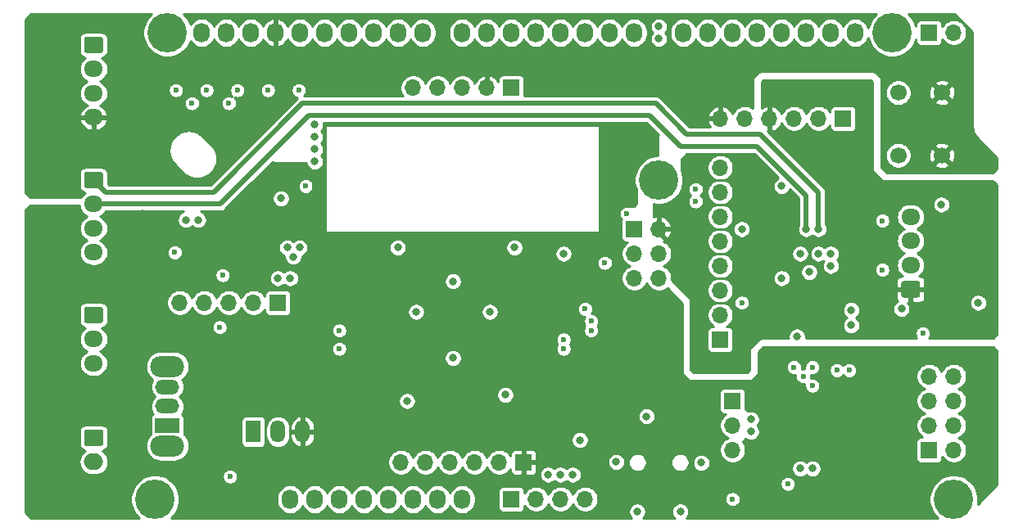
<source format=gbr>
G04 #@! TF.GenerationSoftware,KiCad,Pcbnew,(5.1.9)-1*
G04 #@! TF.CreationDate,2021-11-13T13:02:00+09:00*
G04 #@! TF.ProjectId,MainBoard2022_mega,4d61696e-426f-4617-9264-323032325f6d,rev?*
G04 #@! TF.SameCoordinates,Original*
G04 #@! TF.FileFunction,Copper,L2,Inr*
G04 #@! TF.FilePolarity,Positive*
%FSLAX46Y46*%
G04 Gerber Fmt 4.6, Leading zero omitted, Abs format (unit mm)*
G04 Created by KiCad (PCBNEW (5.1.9)-1) date 2021-11-13 13:02:00*
%MOMM*%
%LPD*%
G01*
G04 APERTURE LIST*
G04 #@! TA.AperFunction,ComponentPad*
%ADD10R,1.700000X1.700000*%
G04 #@! TD*
G04 #@! TA.AperFunction,ComponentPad*
%ADD11O,1.700000X1.700000*%
G04 #@! TD*
G04 #@! TA.AperFunction,ComponentPad*
%ADD12C,1.700000*%
G04 #@! TD*
G04 #@! TA.AperFunction,ComponentPad*
%ADD13O,1.950000X1.700000*%
G04 #@! TD*
G04 #@! TA.AperFunction,ComponentPad*
%ADD14R,1.500000X2.300000*%
G04 #@! TD*
G04 #@! TA.AperFunction,ComponentPad*
%ADD15O,1.500000X2.300000*%
G04 #@! TD*
G04 #@! TA.AperFunction,ComponentPad*
%ADD16R,2.500000X1.500000*%
G04 #@! TD*
G04 #@! TA.AperFunction,ComponentPad*
%ADD17O,2.500000X1.500000*%
G04 #@! TD*
G04 #@! TA.AperFunction,ComponentPad*
%ADD18O,3.500000X2.200000*%
G04 #@! TD*
G04 #@! TA.AperFunction,ComponentPad*
%ADD19O,2.000000X1.700000*%
G04 #@! TD*
G04 #@! TA.AperFunction,ComponentPad*
%ADD20O,1.727200X2.032000*%
G04 #@! TD*
G04 #@! TA.AperFunction,ComponentPad*
%ADD21C,4.064000*%
G04 #@! TD*
G04 #@! TA.AperFunction,ViaPad*
%ADD22C,0.800000*%
G04 #@! TD*
G04 #@! TA.AperFunction,ViaPad*
%ADD23C,0.600000*%
G04 #@! TD*
G04 #@! TA.AperFunction,Conductor*
%ADD24C,0.254000*%
G04 #@! TD*
G04 #@! TA.AperFunction,Conductor*
%ADD25C,0.508000*%
G04 #@! TD*
G04 #@! TA.AperFunction,Conductor*
%ADD26C,0.100000*%
G04 #@! TD*
G04 APERTURE END LIST*
D10*
X166878000Y-91186000D03*
D11*
X169418000Y-91186000D03*
X166878000Y-93726000D03*
X169418000Y-93726000D03*
X166878000Y-96266000D03*
X169418000Y-96266000D03*
D12*
X198683000Y-77066000D03*
X198683000Y-83566000D03*
X194183000Y-77066000D03*
X194183000Y-83566000D03*
D10*
X155448000Y-115316000D03*
D11*
X152908000Y-115316000D03*
X150368000Y-115316000D03*
X147828000Y-115316000D03*
X145288000Y-115316000D03*
X142748000Y-115316000D03*
G04 #@! TA.AperFunction,ComponentPad*
G36*
G01*
X196178000Y-98266000D02*
X194728000Y-98266000D01*
G75*
G02*
X194478000Y-98016000I0J250000D01*
G01*
X194478000Y-96816000D01*
G75*
G02*
X194728000Y-96566000I250000J0D01*
G01*
X196178000Y-96566000D01*
G75*
G02*
X196428000Y-96816000I0J-250000D01*
G01*
X196428000Y-98016000D01*
G75*
G02*
X196178000Y-98266000I-250000J0D01*
G01*
G37*
G04 #@! TD.AperFunction*
D13*
X195453000Y-94916000D03*
X195453000Y-92416000D03*
X195453000Y-89916000D03*
D14*
X127508000Y-112141000D03*
D15*
X130048000Y-112141000D03*
X132588000Y-112141000D03*
D10*
X197358000Y-70866000D03*
D11*
X199898000Y-70866000D03*
D10*
X197358000Y-114046000D03*
D11*
X199898000Y-114046000D03*
X197358000Y-111506000D03*
X199898000Y-111506000D03*
X197358000Y-108966000D03*
X199898000Y-108966000D03*
X197358000Y-106426000D03*
X199898000Y-106426000D03*
D10*
X154178000Y-119126000D03*
D11*
X156718000Y-119126000D03*
X159258000Y-119126000D03*
X161798000Y-119126000D03*
D10*
X177038000Y-108966000D03*
D11*
X177038000Y-111506000D03*
X177038000Y-114046000D03*
D16*
X118618000Y-111506000D03*
D17*
X118618000Y-109506000D03*
X118618000Y-107506000D03*
D18*
X118618000Y-113606000D03*
X118618000Y-105406000D03*
G04 #@! TA.AperFunction,ComponentPad*
G36*
G01*
X110273000Y-71286000D02*
X111723000Y-71286000D01*
G75*
G02*
X111973000Y-71536000I0J-250000D01*
G01*
X111973000Y-72736000D01*
G75*
G02*
X111723000Y-72986000I-250000J0D01*
G01*
X110273000Y-72986000D01*
G75*
G02*
X110023000Y-72736000I0J250000D01*
G01*
X110023000Y-71536000D01*
G75*
G02*
X110273000Y-71286000I250000J0D01*
G01*
G37*
G04 #@! TD.AperFunction*
D13*
X110998000Y-74636000D03*
X110998000Y-77136000D03*
X110998000Y-79636000D03*
X110998000Y-105076000D03*
X110998000Y-102576000D03*
G04 #@! TA.AperFunction,ComponentPad*
G36*
G01*
X110273000Y-99226000D02*
X111723000Y-99226000D01*
G75*
G02*
X111973000Y-99476000I0J-250000D01*
G01*
X111973000Y-100676000D01*
G75*
G02*
X111723000Y-100926000I-250000J0D01*
G01*
X110273000Y-100926000D01*
G75*
G02*
X110023000Y-100676000I0J250000D01*
G01*
X110023000Y-99476000D01*
G75*
G02*
X110273000Y-99226000I250000J0D01*
G01*
G37*
G04 #@! TD.AperFunction*
D10*
X175768000Y-102616000D03*
D11*
X175768000Y-100076000D03*
X175768000Y-97536000D03*
X175768000Y-94996000D03*
X175768000Y-92456000D03*
X175768000Y-89916000D03*
X175768000Y-87376000D03*
X175768000Y-84836000D03*
D10*
X130048000Y-98806000D03*
D11*
X127508000Y-98806000D03*
X124968000Y-98806000D03*
X122428000Y-98806000D03*
X119888000Y-98806000D03*
D10*
X154178000Y-76581000D03*
D11*
X151638000Y-76581000D03*
X149098000Y-76581000D03*
X146558000Y-76581000D03*
X144018000Y-76581000D03*
D10*
X188468000Y-79756000D03*
D11*
X185928000Y-79756000D03*
X183388000Y-79756000D03*
X180848000Y-79756000D03*
X178308000Y-79756000D03*
X175768000Y-79756000D03*
G04 #@! TA.AperFunction,ComponentPad*
G36*
G01*
X110273000Y-85256000D02*
X111723000Y-85256000D01*
G75*
G02*
X111973000Y-85506000I0J-250000D01*
G01*
X111973000Y-86706000D01*
G75*
G02*
X111723000Y-86956000I-250000J0D01*
G01*
X110273000Y-86956000D01*
G75*
G02*
X110023000Y-86706000I0J250000D01*
G01*
X110023000Y-85506000D01*
G75*
G02*
X110273000Y-85256000I250000J0D01*
G01*
G37*
G04 #@! TD.AperFunction*
D13*
X110998000Y-88606000D03*
X110998000Y-91106000D03*
X110998000Y-93606000D03*
G04 #@! TA.AperFunction,ComponentPad*
G36*
G01*
X110248000Y-111926000D02*
X111748000Y-111926000D01*
G75*
G02*
X111998000Y-112176000I0J-250000D01*
G01*
X111998000Y-113376000D01*
G75*
G02*
X111748000Y-113626000I-250000J0D01*
G01*
X110248000Y-113626000D01*
G75*
G02*
X109998000Y-113376000I0J250000D01*
G01*
X109998000Y-112176000D01*
G75*
G02*
X110248000Y-111926000I250000J0D01*
G01*
G37*
G04 #@! TD.AperFunction*
D19*
X110998000Y-115276000D03*
D20*
X149098000Y-119126000D03*
X146558000Y-119126000D03*
X144018000Y-119126000D03*
X141478000Y-119126000D03*
X138938000Y-119126000D03*
X136398000Y-119126000D03*
X133858000Y-119126000D03*
X131318000Y-119126000D03*
X145034000Y-70866000D03*
X142494000Y-70866000D03*
X139954000Y-70866000D03*
X137414000Y-70866000D03*
X134874000Y-70866000D03*
X132334000Y-70866000D03*
X129794000Y-70866000D03*
X127254000Y-70866000D03*
X124714000Y-70866000D03*
X122174000Y-70866000D03*
X166878000Y-70866000D03*
X164338000Y-70866000D03*
X161798000Y-70866000D03*
X159258000Y-70866000D03*
X156718000Y-70866000D03*
X154178000Y-70866000D03*
X151638000Y-70866000D03*
X149098000Y-70866000D03*
X189738000Y-70866000D03*
X187198000Y-70866000D03*
X184658000Y-70866000D03*
X182118000Y-70866000D03*
X179578000Y-70866000D03*
X177038000Y-70866000D03*
X174498000Y-70866000D03*
X171958000Y-70866000D03*
D21*
X117348000Y-119126000D03*
X199898000Y-119126000D03*
X118618000Y-70866000D03*
X169418000Y-86106000D03*
X193548000Y-70866000D03*
D22*
X198628000Y-88646000D03*
X202438000Y-98806000D03*
D23*
X124015500Y-101346000D03*
D22*
X187198000Y-93726000D03*
X194500500Y-99441000D03*
X189308000Y-99553500D03*
X189308000Y-101141000D03*
X183705500Y-102298500D03*
X182118000Y-86741000D03*
D23*
X163830000Y-94678500D03*
D22*
X159575500Y-93726000D03*
X125285500Y-82296000D03*
D23*
X161798000Y-99441000D03*
X125090500Y-116781000D03*
D22*
X131000500Y-93091000D03*
X132270500Y-93091000D03*
X131635500Y-94043500D03*
X124015500Y-82296000D03*
X121793000Y-90233500D03*
X120523000Y-90233500D03*
X128460500Y-78486000D03*
X130365500Y-88011000D03*
X142430500Y-93091000D03*
X143383000Y-108966000D03*
X161253000Y-113003500D03*
D23*
X177990500Y-98806000D03*
D22*
X116078000Y-85153500D03*
X173818000Y-115361000D03*
X165018000Y-115271000D03*
X167195500Y-120396000D03*
X171640500Y-120396000D03*
X133858000Y-84201000D03*
X202438000Y-83566000D03*
X196088000Y-69278500D03*
X198628000Y-69278500D03*
X191008000Y-69278500D03*
X183388000Y-69278500D03*
X175768000Y-69278500D03*
X163068000Y-69278500D03*
X155448000Y-69278500D03*
X147193000Y-69278500D03*
X121158000Y-69278500D03*
X138620500Y-69278500D03*
X116078000Y-69278500D03*
X110998000Y-69278500D03*
X104648000Y-69596000D03*
X104330500Y-87058500D03*
X133858000Y-76898500D03*
X142113000Y-76898500D03*
X154495500Y-93091000D03*
X153543000Y-108331000D03*
X148145500Y-96583500D03*
X151955500Y-99758500D03*
X144335500Y-99758500D03*
X148145500Y-104521000D03*
X177990500Y-91186000D03*
X160528000Y-116586000D03*
X159258000Y-116586000D03*
X157988000Y-116586000D03*
X168148000Y-110553500D03*
X178943000Y-112141000D03*
X178943000Y-110871000D03*
X169418000Y-70231000D03*
X169418000Y-71501000D03*
X184023000Y-115951000D03*
X185293000Y-115951000D03*
D23*
X163830000Y-93726000D03*
X130683000Y-104203500D03*
X186563000Y-105791000D03*
X133858000Y-86741000D03*
D22*
X142430500Y-94361000D03*
X116078000Y-89598500D03*
X161253000Y-111278500D03*
X130048000Y-96266000D03*
X131318000Y-96266000D03*
X202438000Y-88646000D03*
X178308000Y-87376000D03*
X177990500Y-96266000D03*
X133858000Y-82931000D03*
X133858000Y-81661000D03*
X133858000Y-80391000D03*
X179578000Y-87376000D03*
X187198000Y-94996000D03*
D23*
X192518000Y-95391000D03*
X192518000Y-90311000D03*
X119493000Y-76821000D03*
X132193000Y-76821000D03*
X129018000Y-76821000D03*
X125843000Y-76821000D03*
X122668000Y-76821000D03*
D22*
X184658000Y-91186000D03*
X185928000Y-91186000D03*
D23*
X166116000Y-89598500D03*
D22*
X184975500Y-95631000D03*
X185928000Y-93726000D03*
D23*
X132905500Y-86741000D03*
X173228000Y-88328500D03*
X173228000Y-87058500D03*
X159575500Y-102616000D03*
X183388000Y-105473500D03*
X124333000Y-95948500D03*
X124968000Y-78168500D03*
X121158000Y-78168500D03*
X119380000Y-93599000D03*
X182753000Y-117538500D03*
X177038000Y-119126000D03*
X159575500Y-103568500D03*
X162433000Y-101663500D03*
X136395500Y-103566000D03*
D22*
X184023000Y-93726000D03*
X182118000Y-96266000D03*
D23*
X162433000Y-100711000D03*
X136395500Y-101666000D03*
X185293000Y-105473500D03*
X187833000Y-105791000D03*
X184340500Y-106426000D03*
X189103000Y-105791000D03*
X185293000Y-107378500D03*
X196723000Y-101981000D03*
D24*
X176720500Y-86106000D02*
X174498000Y-86106000D01*
X176720500Y-88646000D02*
X174815500Y-88646000D01*
X176403000Y-98806000D02*
X175133000Y-98806000D01*
X176403000Y-96266000D02*
X175133000Y-96266000D01*
X176403000Y-93726000D02*
X175133000Y-93726000D01*
X176403000Y-91186000D02*
X175133000Y-91186000D01*
D25*
X169418000Y-91186000D02*
X169418000Y-91503500D01*
X169418000Y-91503500D02*
X170370500Y-92456000D01*
X124055500Y-88606000D02*
X110998000Y-88606000D01*
X133223000Y-79438500D02*
X124055500Y-88606000D01*
X171640500Y-82613500D02*
X168465500Y-79438500D01*
X179578000Y-82613500D02*
X171640500Y-82613500D01*
X184658000Y-87693500D02*
X179578000Y-82613500D01*
X168465500Y-79438500D02*
X133223000Y-79438500D01*
X184658000Y-91186000D02*
X184658000Y-87693500D01*
X112268000Y-87376000D02*
X110998000Y-86106000D01*
X123380500Y-87376000D02*
X112268000Y-87376000D01*
X132588000Y-78168500D02*
X123380500Y-87376000D01*
X169100500Y-78168500D02*
X132588000Y-78168500D01*
X172275500Y-81343500D02*
X169100500Y-78168500D01*
X179895500Y-81343500D02*
X172275500Y-81343500D01*
X185928000Y-87376000D02*
X179895500Y-81343500D01*
X185928000Y-91186000D02*
X185928000Y-87376000D01*
D24*
X116645053Y-69246844D02*
X116367081Y-69662859D01*
X116175611Y-70125109D01*
X116078000Y-70615832D01*
X116078000Y-71116168D01*
X116175611Y-71606891D01*
X116367081Y-72069141D01*
X116645053Y-72485156D01*
X116998844Y-72838947D01*
X117414859Y-73116919D01*
X117877109Y-73308389D01*
X118367832Y-73406000D01*
X118868168Y-73406000D01*
X119358891Y-73308389D01*
X119821141Y-73116919D01*
X120237156Y-72838947D01*
X120590947Y-72485156D01*
X120868919Y-72069141D01*
X121004908Y-71740833D01*
X121028039Y-71784107D01*
X121199441Y-71992960D01*
X121408294Y-72164361D01*
X121646573Y-72291724D01*
X121905120Y-72370154D01*
X122174000Y-72396636D01*
X122442881Y-72370154D01*
X122701428Y-72291724D01*
X122939707Y-72164361D01*
X123148560Y-71992960D01*
X123319961Y-71784107D01*
X123444000Y-71552046D01*
X123568039Y-71784107D01*
X123739441Y-71992960D01*
X123948294Y-72164361D01*
X124186573Y-72291724D01*
X124445120Y-72370154D01*
X124714000Y-72396636D01*
X124982881Y-72370154D01*
X125241428Y-72291724D01*
X125479707Y-72164361D01*
X125688560Y-71992960D01*
X125859961Y-71784107D01*
X125984000Y-71552046D01*
X126108039Y-71784107D01*
X126279441Y-71992960D01*
X126488294Y-72164361D01*
X126726573Y-72291724D01*
X126985120Y-72370154D01*
X127254000Y-72396636D01*
X127522881Y-72370154D01*
X127781428Y-72291724D01*
X128019707Y-72164361D01*
X128228560Y-71992960D01*
X128399961Y-71784107D01*
X128527324Y-71545827D01*
X128529354Y-71539134D01*
X128609140Y-71712348D01*
X128767289Y-71930169D01*
X128964894Y-72112951D01*
X129194361Y-72253670D01*
X129446872Y-72346918D01*
X129456866Y-72347921D01*
X129669000Y-72256707D01*
X129669000Y-70991000D01*
X129649000Y-70991000D01*
X129649000Y-70741000D01*
X129669000Y-70741000D01*
X129669000Y-69475293D01*
X129919000Y-69475293D01*
X129919000Y-70741000D01*
X129939000Y-70741000D01*
X129939000Y-70991000D01*
X129919000Y-70991000D01*
X129919000Y-72256707D01*
X130131134Y-72347921D01*
X130141128Y-72346918D01*
X130393639Y-72253670D01*
X130623106Y-72112951D01*
X130820711Y-71930169D01*
X130978860Y-71712348D01*
X131058645Y-71539134D01*
X131060676Y-71545828D01*
X131188039Y-71784107D01*
X131359441Y-71992960D01*
X131568294Y-72164361D01*
X131806573Y-72291724D01*
X132065120Y-72370154D01*
X132334000Y-72396636D01*
X132602881Y-72370154D01*
X132861428Y-72291724D01*
X133099707Y-72164361D01*
X133308560Y-71992960D01*
X133479961Y-71784107D01*
X133604000Y-71552046D01*
X133728039Y-71784107D01*
X133899441Y-71992960D01*
X134108294Y-72164361D01*
X134346573Y-72291724D01*
X134605120Y-72370154D01*
X134874000Y-72396636D01*
X135142881Y-72370154D01*
X135401428Y-72291724D01*
X135639707Y-72164361D01*
X135848560Y-71992960D01*
X136019961Y-71784107D01*
X136144000Y-71552046D01*
X136268039Y-71784107D01*
X136439441Y-71992960D01*
X136648294Y-72164361D01*
X136886573Y-72291724D01*
X137145120Y-72370154D01*
X137414000Y-72396636D01*
X137682881Y-72370154D01*
X137941428Y-72291724D01*
X138179707Y-72164361D01*
X138388560Y-71992960D01*
X138559961Y-71784107D01*
X138684000Y-71552046D01*
X138808039Y-71784107D01*
X138979441Y-71992960D01*
X139188294Y-72164361D01*
X139426573Y-72291724D01*
X139685120Y-72370154D01*
X139954000Y-72396636D01*
X140222881Y-72370154D01*
X140481428Y-72291724D01*
X140719707Y-72164361D01*
X140928560Y-71992960D01*
X141099961Y-71784107D01*
X141224000Y-71552046D01*
X141348039Y-71784107D01*
X141519441Y-71992960D01*
X141728294Y-72164361D01*
X141966573Y-72291724D01*
X142225120Y-72370154D01*
X142494000Y-72396636D01*
X142762881Y-72370154D01*
X143021428Y-72291724D01*
X143259707Y-72164361D01*
X143468560Y-71992960D01*
X143639961Y-71784107D01*
X143764000Y-71552046D01*
X143888039Y-71784107D01*
X144059441Y-71992960D01*
X144268294Y-72164361D01*
X144506573Y-72291724D01*
X144765120Y-72370154D01*
X145034000Y-72396636D01*
X145302881Y-72370154D01*
X145561428Y-72291724D01*
X145799707Y-72164361D01*
X146008560Y-71992960D01*
X146179961Y-71784107D01*
X146307324Y-71545827D01*
X146385754Y-71287280D01*
X146405600Y-71085777D01*
X146405600Y-70646223D01*
X147726400Y-70646223D01*
X147726400Y-71085778D01*
X147746246Y-71287281D01*
X147824676Y-71545828D01*
X147952039Y-71784107D01*
X148123441Y-71992960D01*
X148332294Y-72164361D01*
X148570573Y-72291724D01*
X148829120Y-72370154D01*
X149098000Y-72396636D01*
X149366881Y-72370154D01*
X149625428Y-72291724D01*
X149863707Y-72164361D01*
X150072560Y-71992960D01*
X150243961Y-71784107D01*
X150368000Y-71552046D01*
X150492039Y-71784107D01*
X150663441Y-71992960D01*
X150872294Y-72164361D01*
X151110573Y-72291724D01*
X151369120Y-72370154D01*
X151638000Y-72396636D01*
X151906881Y-72370154D01*
X152165428Y-72291724D01*
X152403707Y-72164361D01*
X152612560Y-71992960D01*
X152783961Y-71784107D01*
X152908000Y-71552046D01*
X153032039Y-71784107D01*
X153203441Y-71992960D01*
X153412294Y-72164361D01*
X153650573Y-72291724D01*
X153909120Y-72370154D01*
X154178000Y-72396636D01*
X154446881Y-72370154D01*
X154705428Y-72291724D01*
X154943707Y-72164361D01*
X155152560Y-71992960D01*
X155323961Y-71784107D01*
X155448000Y-71552046D01*
X155572039Y-71784107D01*
X155743441Y-71992960D01*
X155952294Y-72164361D01*
X156190573Y-72291724D01*
X156449120Y-72370154D01*
X156718000Y-72396636D01*
X156986881Y-72370154D01*
X157245428Y-72291724D01*
X157483707Y-72164361D01*
X157692560Y-71992960D01*
X157863961Y-71784107D01*
X157988000Y-71552046D01*
X158112039Y-71784107D01*
X158283441Y-71992960D01*
X158492294Y-72164361D01*
X158730573Y-72291724D01*
X158989120Y-72370154D01*
X159258000Y-72396636D01*
X159526881Y-72370154D01*
X159785428Y-72291724D01*
X160023707Y-72164361D01*
X160232560Y-71992960D01*
X160403961Y-71784107D01*
X160528000Y-71552046D01*
X160652039Y-71784107D01*
X160823441Y-71992960D01*
X161032294Y-72164361D01*
X161270573Y-72291724D01*
X161529120Y-72370154D01*
X161798000Y-72396636D01*
X162066881Y-72370154D01*
X162325428Y-72291724D01*
X162563707Y-72164361D01*
X162772560Y-71992960D01*
X162943961Y-71784107D01*
X163068000Y-71552046D01*
X163192039Y-71784107D01*
X163363441Y-71992960D01*
X163572294Y-72164361D01*
X163810573Y-72291724D01*
X164069120Y-72370154D01*
X164338000Y-72396636D01*
X164606881Y-72370154D01*
X164865428Y-72291724D01*
X165103707Y-72164361D01*
X165312560Y-71992960D01*
X165483961Y-71784107D01*
X165608000Y-71552046D01*
X165732039Y-71784107D01*
X165903441Y-71992960D01*
X166112294Y-72164361D01*
X166350573Y-72291724D01*
X166609120Y-72370154D01*
X166878000Y-72396636D01*
X167146881Y-72370154D01*
X167405428Y-72291724D01*
X167643707Y-72164361D01*
X167852560Y-71992960D01*
X168023961Y-71784107D01*
X168151324Y-71545827D01*
X168229754Y-71287280D01*
X168249600Y-71085777D01*
X168249600Y-70646222D01*
X168229754Y-70444719D01*
X168151324Y-70186172D01*
X168127484Y-70141570D01*
X168510000Y-70141570D01*
X168510000Y-70320430D01*
X168544894Y-70495854D01*
X168613341Y-70661099D01*
X168712711Y-70809816D01*
X168768895Y-70866000D01*
X168712711Y-70922184D01*
X168613341Y-71070901D01*
X168544894Y-71236146D01*
X168510000Y-71411570D01*
X168510000Y-71590430D01*
X168544894Y-71765854D01*
X168613341Y-71931099D01*
X168712711Y-72079816D01*
X168839184Y-72206289D01*
X168987901Y-72305659D01*
X169153146Y-72374106D01*
X169328570Y-72409000D01*
X169507430Y-72409000D01*
X169682854Y-72374106D01*
X169848099Y-72305659D01*
X169996816Y-72206289D01*
X170123289Y-72079816D01*
X170222659Y-71931099D01*
X170291106Y-71765854D01*
X170326000Y-71590430D01*
X170326000Y-71411570D01*
X170291106Y-71236146D01*
X170222659Y-71070901D01*
X170123289Y-70922184D01*
X170067105Y-70866000D01*
X170123289Y-70809816D01*
X170222659Y-70661099D01*
X170291106Y-70495854D01*
X170326000Y-70320430D01*
X170326000Y-70141570D01*
X170291106Y-69966146D01*
X170222659Y-69800901D01*
X170123289Y-69652184D01*
X169996816Y-69525711D01*
X169848099Y-69426341D01*
X169682854Y-69357894D01*
X169507430Y-69323000D01*
X169328570Y-69323000D01*
X169153146Y-69357894D01*
X168987901Y-69426341D01*
X168839184Y-69525711D01*
X168712711Y-69652184D01*
X168613341Y-69800901D01*
X168544894Y-69966146D01*
X168510000Y-70141570D01*
X168127484Y-70141570D01*
X168023961Y-69947893D01*
X167852559Y-69739040D01*
X167643706Y-69567639D01*
X167405427Y-69440276D01*
X167146880Y-69361846D01*
X166878000Y-69335364D01*
X166609119Y-69361846D01*
X166350572Y-69440276D01*
X166112293Y-69567639D01*
X165903440Y-69739041D01*
X165732039Y-69947894D01*
X165608000Y-70179954D01*
X165483961Y-69947893D01*
X165312559Y-69739040D01*
X165103706Y-69567639D01*
X164865427Y-69440276D01*
X164606880Y-69361846D01*
X164338000Y-69335364D01*
X164069119Y-69361846D01*
X163810572Y-69440276D01*
X163572293Y-69567639D01*
X163363440Y-69739041D01*
X163192039Y-69947894D01*
X163068000Y-70179954D01*
X162943961Y-69947893D01*
X162772559Y-69739040D01*
X162563706Y-69567639D01*
X162325427Y-69440276D01*
X162066880Y-69361846D01*
X161798000Y-69335364D01*
X161529119Y-69361846D01*
X161270572Y-69440276D01*
X161032293Y-69567639D01*
X160823440Y-69739041D01*
X160652039Y-69947894D01*
X160528000Y-70179954D01*
X160403961Y-69947893D01*
X160232559Y-69739040D01*
X160023706Y-69567639D01*
X159785427Y-69440276D01*
X159526880Y-69361846D01*
X159258000Y-69335364D01*
X158989119Y-69361846D01*
X158730572Y-69440276D01*
X158492293Y-69567639D01*
X158283440Y-69739041D01*
X158112039Y-69947894D01*
X157988000Y-70179954D01*
X157863961Y-69947893D01*
X157692559Y-69739040D01*
X157483706Y-69567639D01*
X157245427Y-69440276D01*
X156986880Y-69361846D01*
X156718000Y-69335364D01*
X156449119Y-69361846D01*
X156190572Y-69440276D01*
X155952293Y-69567639D01*
X155743440Y-69739041D01*
X155572039Y-69947894D01*
X155448000Y-70179954D01*
X155323961Y-69947893D01*
X155152559Y-69739040D01*
X154943706Y-69567639D01*
X154705427Y-69440276D01*
X154446880Y-69361846D01*
X154178000Y-69335364D01*
X153909119Y-69361846D01*
X153650572Y-69440276D01*
X153412293Y-69567639D01*
X153203440Y-69739041D01*
X153032039Y-69947894D01*
X152908000Y-70179954D01*
X152783961Y-69947893D01*
X152612559Y-69739040D01*
X152403706Y-69567639D01*
X152165427Y-69440276D01*
X151906880Y-69361846D01*
X151638000Y-69335364D01*
X151369119Y-69361846D01*
X151110572Y-69440276D01*
X150872293Y-69567639D01*
X150663440Y-69739041D01*
X150492039Y-69947894D01*
X150368000Y-70179954D01*
X150243961Y-69947893D01*
X150072559Y-69739040D01*
X149863706Y-69567639D01*
X149625427Y-69440276D01*
X149366880Y-69361846D01*
X149098000Y-69335364D01*
X148829119Y-69361846D01*
X148570572Y-69440276D01*
X148332293Y-69567639D01*
X148123440Y-69739041D01*
X147952039Y-69947894D01*
X147824676Y-70186173D01*
X147746246Y-70444720D01*
X147726400Y-70646223D01*
X146405600Y-70646223D01*
X146405600Y-70646222D01*
X146385754Y-70444719D01*
X146307324Y-70186172D01*
X146179961Y-69947893D01*
X146008559Y-69739040D01*
X145799706Y-69567639D01*
X145561427Y-69440276D01*
X145302880Y-69361846D01*
X145034000Y-69335364D01*
X144765119Y-69361846D01*
X144506572Y-69440276D01*
X144268293Y-69567639D01*
X144059440Y-69739041D01*
X143888039Y-69947894D01*
X143764000Y-70179954D01*
X143639961Y-69947893D01*
X143468559Y-69739040D01*
X143259706Y-69567639D01*
X143021427Y-69440276D01*
X142762880Y-69361846D01*
X142494000Y-69335364D01*
X142225119Y-69361846D01*
X141966572Y-69440276D01*
X141728293Y-69567639D01*
X141519440Y-69739041D01*
X141348039Y-69947894D01*
X141224000Y-70179954D01*
X141099961Y-69947893D01*
X140928559Y-69739040D01*
X140719706Y-69567639D01*
X140481427Y-69440276D01*
X140222880Y-69361846D01*
X139954000Y-69335364D01*
X139685119Y-69361846D01*
X139426572Y-69440276D01*
X139188293Y-69567639D01*
X138979440Y-69739041D01*
X138808039Y-69947894D01*
X138684000Y-70179954D01*
X138559961Y-69947893D01*
X138388559Y-69739040D01*
X138179706Y-69567639D01*
X137941427Y-69440276D01*
X137682880Y-69361846D01*
X137414000Y-69335364D01*
X137145119Y-69361846D01*
X136886572Y-69440276D01*
X136648293Y-69567639D01*
X136439440Y-69739041D01*
X136268039Y-69947894D01*
X136144000Y-70179954D01*
X136019961Y-69947893D01*
X135848559Y-69739040D01*
X135639706Y-69567639D01*
X135401427Y-69440276D01*
X135142880Y-69361846D01*
X134874000Y-69335364D01*
X134605119Y-69361846D01*
X134346572Y-69440276D01*
X134108293Y-69567639D01*
X133899440Y-69739041D01*
X133728039Y-69947894D01*
X133604000Y-70179954D01*
X133479961Y-69947893D01*
X133308559Y-69739040D01*
X133099706Y-69567639D01*
X132861427Y-69440276D01*
X132602880Y-69361846D01*
X132334000Y-69335364D01*
X132065119Y-69361846D01*
X131806572Y-69440276D01*
X131568293Y-69567639D01*
X131359440Y-69739041D01*
X131188039Y-69947894D01*
X131060676Y-70186173D01*
X131058646Y-70192866D01*
X130978860Y-70019652D01*
X130820711Y-69801831D01*
X130623106Y-69619049D01*
X130393639Y-69478330D01*
X130141128Y-69385082D01*
X130131134Y-69384079D01*
X129919000Y-69475293D01*
X129669000Y-69475293D01*
X129456866Y-69384079D01*
X129446872Y-69385082D01*
X129194361Y-69478330D01*
X128964894Y-69619049D01*
X128767289Y-69801831D01*
X128609140Y-70019652D01*
X128529355Y-70192866D01*
X128527324Y-70186172D01*
X128399961Y-69947893D01*
X128228559Y-69739040D01*
X128019706Y-69567639D01*
X127781427Y-69440276D01*
X127522880Y-69361846D01*
X127254000Y-69335364D01*
X126985119Y-69361846D01*
X126726572Y-69440276D01*
X126488293Y-69567639D01*
X126279440Y-69739041D01*
X126108039Y-69947894D01*
X125984000Y-70179954D01*
X125859961Y-69947893D01*
X125688559Y-69739040D01*
X125479706Y-69567639D01*
X125241427Y-69440276D01*
X124982880Y-69361846D01*
X124714000Y-69335364D01*
X124445119Y-69361846D01*
X124186572Y-69440276D01*
X123948293Y-69567639D01*
X123739440Y-69739041D01*
X123568039Y-69947894D01*
X123444000Y-70179954D01*
X123319961Y-69947893D01*
X123148559Y-69739040D01*
X122939706Y-69567639D01*
X122701427Y-69440276D01*
X122442880Y-69361846D01*
X122174000Y-69335364D01*
X121905119Y-69361846D01*
X121646572Y-69440276D01*
X121408293Y-69567639D01*
X121199440Y-69739041D01*
X121028039Y-69947894D01*
X121004909Y-69991168D01*
X120868919Y-69662859D01*
X120590947Y-69246844D01*
X120253102Y-68908999D01*
X191912896Y-68909001D01*
X191575053Y-69246844D01*
X191297081Y-69662859D01*
X191105611Y-70125109D01*
X191060934Y-70349714D01*
X191011324Y-70186172D01*
X190883961Y-69947893D01*
X190712559Y-69739040D01*
X190503706Y-69567639D01*
X190265427Y-69440276D01*
X190006880Y-69361846D01*
X189738000Y-69335364D01*
X189469119Y-69361846D01*
X189210572Y-69440276D01*
X188972293Y-69567639D01*
X188763440Y-69739041D01*
X188592039Y-69947894D01*
X188468000Y-70179954D01*
X188343961Y-69947893D01*
X188172559Y-69739040D01*
X187963706Y-69567639D01*
X187725427Y-69440276D01*
X187466880Y-69361846D01*
X187198000Y-69335364D01*
X186929119Y-69361846D01*
X186670572Y-69440276D01*
X186432293Y-69567639D01*
X186223440Y-69739041D01*
X186052039Y-69947894D01*
X185928000Y-70179954D01*
X185803961Y-69947893D01*
X185632559Y-69739040D01*
X185423706Y-69567639D01*
X185185427Y-69440276D01*
X184926880Y-69361846D01*
X184658000Y-69335364D01*
X184389119Y-69361846D01*
X184130572Y-69440276D01*
X183892293Y-69567639D01*
X183683440Y-69739041D01*
X183512039Y-69947894D01*
X183388000Y-70179954D01*
X183263961Y-69947893D01*
X183092559Y-69739040D01*
X182883706Y-69567639D01*
X182645427Y-69440276D01*
X182386880Y-69361846D01*
X182118000Y-69335364D01*
X181849119Y-69361846D01*
X181590572Y-69440276D01*
X181352293Y-69567639D01*
X181143440Y-69739041D01*
X180972039Y-69947894D01*
X180848000Y-70179954D01*
X180723961Y-69947893D01*
X180552559Y-69739040D01*
X180343706Y-69567639D01*
X180105427Y-69440276D01*
X179846880Y-69361846D01*
X179578000Y-69335364D01*
X179309119Y-69361846D01*
X179050572Y-69440276D01*
X178812293Y-69567639D01*
X178603440Y-69739041D01*
X178432039Y-69947894D01*
X178308000Y-70179954D01*
X178183961Y-69947893D01*
X178012559Y-69739040D01*
X177803706Y-69567639D01*
X177565427Y-69440276D01*
X177306880Y-69361846D01*
X177038000Y-69335364D01*
X176769119Y-69361846D01*
X176510572Y-69440276D01*
X176272293Y-69567639D01*
X176063440Y-69739041D01*
X175892039Y-69947894D01*
X175768000Y-70179954D01*
X175643961Y-69947893D01*
X175472559Y-69739040D01*
X175263706Y-69567639D01*
X175025427Y-69440276D01*
X174766880Y-69361846D01*
X174498000Y-69335364D01*
X174229119Y-69361846D01*
X173970572Y-69440276D01*
X173732293Y-69567639D01*
X173523440Y-69739041D01*
X173352039Y-69947894D01*
X173228000Y-70179954D01*
X173103961Y-69947893D01*
X172932559Y-69739040D01*
X172723706Y-69567639D01*
X172485427Y-69440276D01*
X172226880Y-69361846D01*
X171958000Y-69335364D01*
X171689119Y-69361846D01*
X171430572Y-69440276D01*
X171192293Y-69567639D01*
X170983440Y-69739041D01*
X170812039Y-69947894D01*
X170684676Y-70186173D01*
X170606246Y-70444720D01*
X170586400Y-70646223D01*
X170586400Y-71085778D01*
X170606246Y-71287281D01*
X170684676Y-71545828D01*
X170812039Y-71784107D01*
X170983441Y-71992960D01*
X171192294Y-72164361D01*
X171430573Y-72291724D01*
X171689120Y-72370154D01*
X171958000Y-72396636D01*
X172226881Y-72370154D01*
X172485428Y-72291724D01*
X172723707Y-72164361D01*
X172932560Y-71992960D01*
X173103961Y-71784107D01*
X173228000Y-71552046D01*
X173352039Y-71784107D01*
X173523441Y-71992960D01*
X173732294Y-72164361D01*
X173970573Y-72291724D01*
X174229120Y-72370154D01*
X174498000Y-72396636D01*
X174766881Y-72370154D01*
X175025428Y-72291724D01*
X175263707Y-72164361D01*
X175472560Y-71992960D01*
X175643961Y-71784107D01*
X175768000Y-71552046D01*
X175892039Y-71784107D01*
X176063441Y-71992960D01*
X176272294Y-72164361D01*
X176510573Y-72291724D01*
X176769120Y-72370154D01*
X177038000Y-72396636D01*
X177306881Y-72370154D01*
X177565428Y-72291724D01*
X177803707Y-72164361D01*
X178012560Y-71992960D01*
X178183961Y-71784107D01*
X178308000Y-71552046D01*
X178432039Y-71784107D01*
X178603441Y-71992960D01*
X178812294Y-72164361D01*
X179050573Y-72291724D01*
X179309120Y-72370154D01*
X179578000Y-72396636D01*
X179846881Y-72370154D01*
X180105428Y-72291724D01*
X180343707Y-72164361D01*
X180552560Y-71992960D01*
X180723961Y-71784107D01*
X180848000Y-71552046D01*
X180972039Y-71784107D01*
X181143441Y-71992960D01*
X181352294Y-72164361D01*
X181590573Y-72291724D01*
X181849120Y-72370154D01*
X182118000Y-72396636D01*
X182386881Y-72370154D01*
X182645428Y-72291724D01*
X182883707Y-72164361D01*
X183092560Y-71992960D01*
X183263961Y-71784107D01*
X183388000Y-71552046D01*
X183512039Y-71784107D01*
X183683441Y-71992960D01*
X183892294Y-72164361D01*
X184130573Y-72291724D01*
X184389120Y-72370154D01*
X184658000Y-72396636D01*
X184926881Y-72370154D01*
X185185428Y-72291724D01*
X185423707Y-72164361D01*
X185632560Y-71992960D01*
X185803961Y-71784107D01*
X185928000Y-71552046D01*
X186052039Y-71784107D01*
X186223441Y-71992960D01*
X186432294Y-72164361D01*
X186670573Y-72291724D01*
X186929120Y-72370154D01*
X187198000Y-72396636D01*
X187466881Y-72370154D01*
X187725428Y-72291724D01*
X187963707Y-72164361D01*
X188172560Y-71992960D01*
X188343961Y-71784107D01*
X188468000Y-71552046D01*
X188592039Y-71784107D01*
X188763441Y-71992960D01*
X188972294Y-72164361D01*
X189210573Y-72291724D01*
X189469120Y-72370154D01*
X189738000Y-72396636D01*
X190006881Y-72370154D01*
X190265428Y-72291724D01*
X190503707Y-72164361D01*
X190712560Y-71992960D01*
X190883961Y-71784107D01*
X191011324Y-71545827D01*
X191060934Y-71382286D01*
X191105611Y-71606891D01*
X191297081Y-72069141D01*
X191575053Y-72485156D01*
X191928844Y-72838947D01*
X192344859Y-73116919D01*
X192807109Y-73308389D01*
X193297832Y-73406000D01*
X193798168Y-73406000D01*
X194288891Y-73308389D01*
X194751141Y-73116919D01*
X195167156Y-72838947D01*
X195520947Y-72485156D01*
X195798919Y-72069141D01*
X195990389Y-71606891D01*
X195997543Y-71570925D01*
X195997543Y-71716000D01*
X196007351Y-71815585D01*
X196036399Y-71911343D01*
X196083571Y-71999595D01*
X196147052Y-72076948D01*
X196224405Y-72140429D01*
X196312657Y-72187601D01*
X196408415Y-72216649D01*
X196508000Y-72226457D01*
X198208000Y-72226457D01*
X198307585Y-72216649D01*
X198403343Y-72187601D01*
X198491595Y-72140429D01*
X198568948Y-72076948D01*
X198632429Y-71999595D01*
X198679601Y-71911343D01*
X198708649Y-71815585D01*
X198718457Y-71716000D01*
X198718457Y-71545025D01*
X198843172Y-71731675D01*
X199032325Y-71920828D01*
X199254746Y-72069444D01*
X199501886Y-72171813D01*
X199764249Y-72224000D01*
X200031751Y-72224000D01*
X200294114Y-72171813D01*
X200541254Y-72069444D01*
X200763675Y-71920828D01*
X200952828Y-71731675D01*
X201101444Y-71509254D01*
X201203813Y-71262114D01*
X201256000Y-70999751D01*
X201256000Y-70732249D01*
X201203813Y-70469886D01*
X201101444Y-70222746D01*
X200952828Y-70000325D01*
X200763675Y-69811172D01*
X200541254Y-69662556D01*
X200294114Y-69560187D01*
X200031751Y-69508000D01*
X199764249Y-69508000D01*
X199501886Y-69560187D01*
X199254746Y-69662556D01*
X199032325Y-69811172D01*
X198843172Y-70000325D01*
X198718457Y-70186975D01*
X198718457Y-70016000D01*
X198708649Y-69916415D01*
X198679601Y-69820657D01*
X198632429Y-69732405D01*
X198568948Y-69655052D01*
X198491595Y-69591571D01*
X198403343Y-69544399D01*
X198307585Y-69515351D01*
X198208000Y-69505543D01*
X196508000Y-69505543D01*
X196408415Y-69515351D01*
X196312657Y-69544399D01*
X196224405Y-69591571D01*
X196147052Y-69655052D01*
X196083571Y-69732405D01*
X196036399Y-69820657D01*
X196007351Y-69916415D01*
X195997543Y-70016000D01*
X195997543Y-70161075D01*
X195990389Y-70125109D01*
X195798919Y-69662859D01*
X195520947Y-69246844D01*
X195183104Y-68909001D01*
X199869485Y-68909001D01*
X199907557Y-68912734D01*
X199916749Y-68915509D01*
X199925228Y-68920017D01*
X199954121Y-68943582D01*
X201819612Y-70809073D01*
X201843888Y-70838627D01*
X201848426Y-70847090D01*
X201851234Y-70856275D01*
X201855001Y-70893362D01*
X201855000Y-80737132D01*
X201857240Y-80759879D01*
X201857223Y-80761529D01*
X201857989Y-80769634D01*
X201870513Y-80892928D01*
X201880960Y-80944740D01*
X201890676Y-80996659D01*
X201893001Y-81004460D01*
X201893002Y-81004465D01*
X201893004Y-81004470D01*
X201929234Y-81122977D01*
X201949545Y-81171772D01*
X201969166Y-81220827D01*
X201972956Y-81228014D01*
X201972959Y-81228022D01*
X201972963Y-81228028D01*
X202031526Y-81337247D01*
X202060926Y-81381164D01*
X202089698Y-81425469D01*
X202094821Y-81431795D01*
X202168891Y-81521970D01*
X202182022Y-81538794D01*
X204355067Y-83821040D01*
X204383888Y-83856127D01*
X204388426Y-83864590D01*
X204391234Y-83873775D01*
X204395000Y-83910852D01*
X204395000Y-84921894D01*
X204018935Y-85297959D01*
X203967939Y-85332033D01*
X203907779Y-85344000D01*
X193030721Y-85344000D01*
X192970561Y-85332033D01*
X192919565Y-85297959D01*
X192451041Y-84829435D01*
X192416967Y-84778439D01*
X192405000Y-84718279D01*
X192405000Y-83432249D01*
X192825000Y-83432249D01*
X192825000Y-83699751D01*
X192877187Y-83962114D01*
X192979556Y-84209254D01*
X193128172Y-84431675D01*
X193317325Y-84620828D01*
X193539746Y-84769444D01*
X193786886Y-84871813D01*
X194049249Y-84924000D01*
X194316751Y-84924000D01*
X194579114Y-84871813D01*
X194826254Y-84769444D01*
X195048675Y-84620828D01*
X195144495Y-84525008D01*
X197900769Y-84525008D01*
X197985425Y-84738793D01*
X198227630Y-84852348D01*
X198487334Y-84916469D01*
X198754557Y-84928693D01*
X199019031Y-84888549D01*
X199270590Y-84797581D01*
X199380575Y-84738793D01*
X199465231Y-84525008D01*
X198683000Y-83742777D01*
X197900769Y-84525008D01*
X195144495Y-84525008D01*
X195237828Y-84431675D01*
X195386444Y-84209254D01*
X195488813Y-83962114D01*
X195541000Y-83699751D01*
X195541000Y-83637557D01*
X197320307Y-83637557D01*
X197360451Y-83902031D01*
X197451419Y-84153590D01*
X197510207Y-84263575D01*
X197723992Y-84348231D01*
X198506223Y-83566000D01*
X198859777Y-83566000D01*
X199642008Y-84348231D01*
X199855793Y-84263575D01*
X199969348Y-84021370D01*
X200033469Y-83761666D01*
X200045693Y-83494443D01*
X200005549Y-83229969D01*
X199914581Y-82978410D01*
X199855793Y-82868425D01*
X199642008Y-82783769D01*
X198859777Y-83566000D01*
X198506223Y-83566000D01*
X197723992Y-82783769D01*
X197510207Y-82868425D01*
X197396652Y-83110630D01*
X197332531Y-83370334D01*
X197320307Y-83637557D01*
X195541000Y-83637557D01*
X195541000Y-83432249D01*
X195488813Y-83169886D01*
X195386444Y-82922746D01*
X195237828Y-82700325D01*
X195144495Y-82606992D01*
X197900769Y-82606992D01*
X198683000Y-83389223D01*
X199465231Y-82606992D01*
X199380575Y-82393207D01*
X199138370Y-82279652D01*
X198878666Y-82215531D01*
X198611443Y-82203307D01*
X198346969Y-82243451D01*
X198095410Y-82334419D01*
X197985425Y-82393207D01*
X197900769Y-82606992D01*
X195144495Y-82606992D01*
X195048675Y-82511172D01*
X194826254Y-82362556D01*
X194579114Y-82260187D01*
X194316751Y-82208000D01*
X194049249Y-82208000D01*
X193786886Y-82260187D01*
X193539746Y-82362556D01*
X193317325Y-82511172D01*
X193128172Y-82700325D01*
X192979556Y-82922746D01*
X192877187Y-83169886D01*
X192825000Y-83432249D01*
X192405000Y-83432249D01*
X192405000Y-76932249D01*
X192825000Y-76932249D01*
X192825000Y-77199751D01*
X192877187Y-77462114D01*
X192979556Y-77709254D01*
X193128172Y-77931675D01*
X193317325Y-78120828D01*
X193539746Y-78269444D01*
X193786886Y-78371813D01*
X194049249Y-78424000D01*
X194316751Y-78424000D01*
X194579114Y-78371813D01*
X194826254Y-78269444D01*
X195048675Y-78120828D01*
X195144495Y-78025008D01*
X197900769Y-78025008D01*
X197985425Y-78238793D01*
X198227630Y-78352348D01*
X198487334Y-78416469D01*
X198754557Y-78428693D01*
X199019031Y-78388549D01*
X199270590Y-78297581D01*
X199380575Y-78238793D01*
X199465231Y-78025008D01*
X198683000Y-77242777D01*
X197900769Y-78025008D01*
X195144495Y-78025008D01*
X195237828Y-77931675D01*
X195386444Y-77709254D01*
X195488813Y-77462114D01*
X195541000Y-77199751D01*
X195541000Y-77137557D01*
X197320307Y-77137557D01*
X197360451Y-77402031D01*
X197451419Y-77653590D01*
X197510207Y-77763575D01*
X197723992Y-77848231D01*
X198506223Y-77066000D01*
X198859777Y-77066000D01*
X199642008Y-77848231D01*
X199855793Y-77763575D01*
X199969348Y-77521370D01*
X200033469Y-77261666D01*
X200045693Y-76994443D01*
X200005549Y-76729969D01*
X199914581Y-76478410D01*
X199855793Y-76368425D01*
X199642008Y-76283769D01*
X198859777Y-77066000D01*
X198506223Y-77066000D01*
X197723992Y-76283769D01*
X197510207Y-76368425D01*
X197396652Y-76610630D01*
X197332531Y-76870334D01*
X197320307Y-77137557D01*
X195541000Y-77137557D01*
X195541000Y-76932249D01*
X195488813Y-76669886D01*
X195386444Y-76422746D01*
X195237828Y-76200325D01*
X195144495Y-76106992D01*
X197900769Y-76106992D01*
X198683000Y-76889223D01*
X199465231Y-76106992D01*
X199380575Y-75893207D01*
X199138370Y-75779652D01*
X198878666Y-75715531D01*
X198611443Y-75703307D01*
X198346969Y-75743451D01*
X198095410Y-75834419D01*
X197985425Y-75893207D01*
X197900769Y-76106992D01*
X195144495Y-76106992D01*
X195048675Y-76011172D01*
X194826254Y-75862556D01*
X194579114Y-75760187D01*
X194316751Y-75708000D01*
X194049249Y-75708000D01*
X193786886Y-75760187D01*
X193539746Y-75862556D01*
X193317325Y-76011172D01*
X193128172Y-76200325D01*
X192979556Y-76422746D01*
X192877187Y-76669886D01*
X192825000Y-76932249D01*
X192405000Y-76932249D01*
X192405000Y-75733710D01*
X192402560Y-75708933D01*
X192383225Y-75611732D01*
X192375997Y-75587908D01*
X192364262Y-75565952D01*
X192309202Y-75483548D01*
X192293408Y-75464302D01*
X191807198Y-74978092D01*
X191787952Y-74962298D01*
X191705548Y-74907238D01*
X191683591Y-74895502D01*
X191659768Y-74888275D01*
X191562567Y-74868940D01*
X191537790Y-74866500D01*
X180000710Y-74866500D01*
X179975933Y-74868940D01*
X179878732Y-74888275D01*
X179854908Y-74895503D01*
X179832952Y-74907238D01*
X179750548Y-74962298D01*
X179731302Y-74978092D01*
X179245092Y-75464302D01*
X179229298Y-75483548D01*
X179174238Y-75565952D01*
X179162502Y-75587909D01*
X179155275Y-75611732D01*
X179135940Y-75708933D01*
X179133500Y-75733710D01*
X179133500Y-78674328D01*
X178951254Y-78552556D01*
X178704114Y-78450187D01*
X178441751Y-78398000D01*
X178174249Y-78398000D01*
X177911886Y-78450187D01*
X177664746Y-78552556D01*
X177442325Y-78701172D01*
X177253172Y-78890325D01*
X177104556Y-79112746D01*
X177034050Y-79282962D01*
X176993395Y-79170693D01*
X176855662Y-78942877D01*
X176676130Y-78746309D01*
X176461700Y-78588543D01*
X176220611Y-78475641D01*
X176102997Y-78439968D01*
X175893000Y-78531363D01*
X175893000Y-79631000D01*
X175913000Y-79631000D01*
X175913000Y-79881000D01*
X175893000Y-79881000D01*
X175893000Y-79901000D01*
X175643000Y-79901000D01*
X175643000Y-79881000D01*
X174542760Y-79881000D01*
X174451963Y-80090998D01*
X174542605Y-80341307D01*
X174680338Y-80569123D01*
X174691642Y-80581500D01*
X172591131Y-80581500D01*
X171430633Y-79421002D01*
X174451963Y-79421002D01*
X174542760Y-79631000D01*
X175643000Y-79631000D01*
X175643000Y-78531363D01*
X175433003Y-78439968D01*
X175315389Y-78475641D01*
X175074300Y-78588543D01*
X174859870Y-78746309D01*
X174680338Y-78942877D01*
X174542605Y-79170693D01*
X174451963Y-79421002D01*
X171430633Y-79421002D01*
X169665784Y-77656154D01*
X169641922Y-77627078D01*
X169525892Y-77531855D01*
X169393515Y-77461098D01*
X169249878Y-77417526D01*
X169137926Y-77406500D01*
X169137923Y-77406500D01*
X169100500Y-77402814D01*
X169063077Y-77406500D01*
X155538457Y-77406500D01*
X155538457Y-75731000D01*
X155528649Y-75631415D01*
X155499601Y-75535657D01*
X155452429Y-75447405D01*
X155388948Y-75370052D01*
X155311595Y-75306571D01*
X155223343Y-75259399D01*
X155127585Y-75230351D01*
X155028000Y-75220543D01*
X153328000Y-75220543D01*
X153228415Y-75230351D01*
X153132657Y-75259399D01*
X153044405Y-75306571D01*
X152967052Y-75370052D01*
X152903571Y-75447405D01*
X152856399Y-75535657D01*
X152827351Y-75631415D01*
X152817543Y-75731000D01*
X152817543Y-75919852D01*
X152725662Y-75767877D01*
X152546130Y-75571309D01*
X152331700Y-75413543D01*
X152090611Y-75300641D01*
X151972997Y-75264968D01*
X151763000Y-75356363D01*
X151763000Y-76456000D01*
X151783000Y-76456000D01*
X151783000Y-76706000D01*
X151763000Y-76706000D01*
X151763000Y-76726000D01*
X151513000Y-76726000D01*
X151513000Y-76706000D01*
X151493000Y-76706000D01*
X151493000Y-76456000D01*
X151513000Y-76456000D01*
X151513000Y-75356363D01*
X151303003Y-75264968D01*
X151185389Y-75300641D01*
X150944300Y-75413543D01*
X150729870Y-75571309D01*
X150550338Y-75767877D01*
X150412605Y-75995693D01*
X150371950Y-76107962D01*
X150301444Y-75937746D01*
X150152828Y-75715325D01*
X149963675Y-75526172D01*
X149741254Y-75377556D01*
X149494114Y-75275187D01*
X149231751Y-75223000D01*
X148964249Y-75223000D01*
X148701886Y-75275187D01*
X148454746Y-75377556D01*
X148232325Y-75526172D01*
X148043172Y-75715325D01*
X147894556Y-75937746D01*
X147828000Y-76098426D01*
X147761444Y-75937746D01*
X147612828Y-75715325D01*
X147423675Y-75526172D01*
X147201254Y-75377556D01*
X146954114Y-75275187D01*
X146691751Y-75223000D01*
X146424249Y-75223000D01*
X146161886Y-75275187D01*
X145914746Y-75377556D01*
X145692325Y-75526172D01*
X145503172Y-75715325D01*
X145354556Y-75937746D01*
X145288000Y-76098426D01*
X145221444Y-75937746D01*
X145072828Y-75715325D01*
X144883675Y-75526172D01*
X144661254Y-75377556D01*
X144414114Y-75275187D01*
X144151751Y-75223000D01*
X143884249Y-75223000D01*
X143621886Y-75275187D01*
X143374746Y-75377556D01*
X143152325Y-75526172D01*
X142963172Y-75715325D01*
X142814556Y-75937746D01*
X142712187Y-76184886D01*
X142660000Y-76447249D01*
X142660000Y-76714751D01*
X142712187Y-76977114D01*
X142814556Y-77224254D01*
X142936328Y-77406500D01*
X132750185Y-77406500D01*
X132820615Y-77336070D01*
X132909041Y-77203732D01*
X132969949Y-77056685D01*
X133001000Y-76900581D01*
X133001000Y-76741419D01*
X132969949Y-76585315D01*
X132909041Y-76438268D01*
X132820615Y-76305930D01*
X132708070Y-76193385D01*
X132575732Y-76104959D01*
X132428685Y-76044051D01*
X132272581Y-76013000D01*
X132113419Y-76013000D01*
X131957315Y-76044051D01*
X131810268Y-76104959D01*
X131677930Y-76193385D01*
X131565385Y-76305930D01*
X131476959Y-76438268D01*
X131416051Y-76585315D01*
X131385000Y-76741419D01*
X131385000Y-76900581D01*
X131416051Y-77056685D01*
X131476959Y-77203732D01*
X131565385Y-77336070D01*
X131677930Y-77448615D01*
X131810268Y-77537041D01*
X131957315Y-77597949D01*
X132057733Y-77617923D01*
X132046578Y-77627078D01*
X132022721Y-77656148D01*
X123064870Y-86614000D01*
X112583631Y-86614000D01*
X112483457Y-86513826D01*
X112483457Y-85506000D01*
X112468845Y-85357642D01*
X112425571Y-85214986D01*
X112355297Y-85083513D01*
X112260724Y-84968276D01*
X112145487Y-84873703D01*
X112014014Y-84803429D01*
X111871358Y-84760155D01*
X111723000Y-84745543D01*
X110273000Y-84745543D01*
X110124642Y-84760155D01*
X109981986Y-84803429D01*
X109850513Y-84873703D01*
X109735276Y-84968276D01*
X109640703Y-85083513D01*
X109570429Y-85214986D01*
X109527155Y-85357642D01*
X109512543Y-85506000D01*
X109512543Y-86706000D01*
X109527155Y-86854358D01*
X109570429Y-86997014D01*
X109640703Y-87128487D01*
X109735276Y-87243724D01*
X109850513Y-87338297D01*
X109981986Y-87408571D01*
X110124642Y-87451845D01*
X110147300Y-87454077D01*
X110114886Y-87471402D01*
X109908103Y-87641103D01*
X109738402Y-87847886D01*
X109719099Y-87884000D01*
X104448221Y-87884000D01*
X104388061Y-87872033D01*
X104337065Y-87837959D01*
X103961000Y-87461894D01*
X103961000Y-83051736D01*
X118775780Y-83051736D01*
X118815515Y-83455174D01*
X118933193Y-83843108D01*
X119124293Y-84200631D01*
X119317025Y-84435476D01*
X120308525Y-85426975D01*
X120543369Y-85619707D01*
X120900891Y-85810807D01*
X121288825Y-85928485D01*
X121692264Y-85968220D01*
X122095702Y-85928485D01*
X122483636Y-85810807D01*
X122841159Y-85619707D01*
X123154530Y-85362530D01*
X123411707Y-85049159D01*
X123602807Y-84691636D01*
X123720485Y-84303702D01*
X123760220Y-83900264D01*
X123720485Y-83496825D01*
X123602807Y-83108891D01*
X123411707Y-82751369D01*
X123218975Y-82516525D01*
X122227476Y-81525025D01*
X121992631Y-81332293D01*
X121635108Y-81141193D01*
X121247174Y-81023515D01*
X120843736Y-80983780D01*
X120440298Y-81023515D01*
X120052364Y-81141193D01*
X119694841Y-81332293D01*
X119381470Y-81589470D01*
X119124293Y-81902841D01*
X118933193Y-82260364D01*
X118815515Y-82648298D01*
X118775780Y-83051736D01*
X103961000Y-83051736D01*
X103961000Y-79970997D01*
X109556968Y-79970997D01*
X109639742Y-80204540D01*
X109774355Y-80434212D01*
X109951189Y-80633210D01*
X110163447Y-80793885D01*
X110402973Y-80910064D01*
X110660562Y-80977281D01*
X110873000Y-80867000D01*
X110873000Y-79761000D01*
X111123000Y-79761000D01*
X111123000Y-80867000D01*
X111335438Y-80977281D01*
X111593027Y-80910064D01*
X111832553Y-80793885D01*
X112044811Y-80633210D01*
X112221645Y-80434212D01*
X112356258Y-80204540D01*
X112439032Y-79970997D01*
X112347637Y-79761000D01*
X111123000Y-79761000D01*
X110873000Y-79761000D01*
X109648363Y-79761000D01*
X109556968Y-79970997D01*
X103961000Y-79970997D01*
X103961000Y-74636000D01*
X109508430Y-74636000D01*
X109534650Y-74902214D01*
X109612302Y-75158198D01*
X109738402Y-75394114D01*
X109908103Y-75600897D01*
X110114886Y-75770598D01*
X110330787Y-75886000D01*
X110114886Y-76001402D01*
X109908103Y-76171103D01*
X109738402Y-76377886D01*
X109612302Y-76613802D01*
X109534650Y-76869786D01*
X109508430Y-77136000D01*
X109534650Y-77402214D01*
X109612302Y-77658198D01*
X109738402Y-77894114D01*
X109908103Y-78100897D01*
X110114886Y-78270598D01*
X110341526Y-78391740D01*
X110163447Y-78478115D01*
X109951189Y-78638790D01*
X109774355Y-78837788D01*
X109639742Y-79067460D01*
X109556968Y-79301003D01*
X109648363Y-79511000D01*
X110873000Y-79511000D01*
X110873000Y-79491000D01*
X111123000Y-79491000D01*
X111123000Y-79511000D01*
X112347637Y-79511000D01*
X112439032Y-79301003D01*
X112356258Y-79067460D01*
X112221645Y-78837788D01*
X112044811Y-78638790D01*
X111832553Y-78478115D01*
X111654474Y-78391740D01*
X111881114Y-78270598D01*
X112087897Y-78100897D01*
X112097727Y-78088919D01*
X120350000Y-78088919D01*
X120350000Y-78248081D01*
X120381051Y-78404185D01*
X120441959Y-78551232D01*
X120530385Y-78683570D01*
X120642930Y-78796115D01*
X120775268Y-78884541D01*
X120922315Y-78945449D01*
X121078419Y-78976500D01*
X121237581Y-78976500D01*
X121393685Y-78945449D01*
X121540732Y-78884541D01*
X121673070Y-78796115D01*
X121785615Y-78683570D01*
X121874041Y-78551232D01*
X121934949Y-78404185D01*
X121966000Y-78248081D01*
X121966000Y-78088919D01*
X124160000Y-78088919D01*
X124160000Y-78248081D01*
X124191051Y-78404185D01*
X124251959Y-78551232D01*
X124340385Y-78683570D01*
X124452930Y-78796115D01*
X124585268Y-78884541D01*
X124732315Y-78945449D01*
X124888419Y-78976500D01*
X125047581Y-78976500D01*
X125203685Y-78945449D01*
X125350732Y-78884541D01*
X125483070Y-78796115D01*
X125595615Y-78683570D01*
X125684041Y-78551232D01*
X125744949Y-78404185D01*
X125776000Y-78248081D01*
X125776000Y-78088919D01*
X125744949Y-77932815D01*
X125684041Y-77785768D01*
X125595615Y-77653430D01*
X125492631Y-77550446D01*
X125607315Y-77597949D01*
X125763419Y-77629000D01*
X125922581Y-77629000D01*
X126078685Y-77597949D01*
X126225732Y-77537041D01*
X126358070Y-77448615D01*
X126470615Y-77336070D01*
X126559041Y-77203732D01*
X126619949Y-77056685D01*
X126651000Y-76900581D01*
X126651000Y-76741419D01*
X128210000Y-76741419D01*
X128210000Y-76900581D01*
X128241051Y-77056685D01*
X128301959Y-77203732D01*
X128390385Y-77336070D01*
X128502930Y-77448615D01*
X128635268Y-77537041D01*
X128782315Y-77597949D01*
X128938419Y-77629000D01*
X129097581Y-77629000D01*
X129253685Y-77597949D01*
X129400732Y-77537041D01*
X129533070Y-77448615D01*
X129645615Y-77336070D01*
X129734041Y-77203732D01*
X129794949Y-77056685D01*
X129826000Y-76900581D01*
X129826000Y-76741419D01*
X129794949Y-76585315D01*
X129734041Y-76438268D01*
X129645615Y-76305930D01*
X129533070Y-76193385D01*
X129400732Y-76104959D01*
X129253685Y-76044051D01*
X129097581Y-76013000D01*
X128938419Y-76013000D01*
X128782315Y-76044051D01*
X128635268Y-76104959D01*
X128502930Y-76193385D01*
X128390385Y-76305930D01*
X128301959Y-76438268D01*
X128241051Y-76585315D01*
X128210000Y-76741419D01*
X126651000Y-76741419D01*
X126619949Y-76585315D01*
X126559041Y-76438268D01*
X126470615Y-76305930D01*
X126358070Y-76193385D01*
X126225732Y-76104959D01*
X126078685Y-76044051D01*
X125922581Y-76013000D01*
X125763419Y-76013000D01*
X125607315Y-76044051D01*
X125460268Y-76104959D01*
X125327930Y-76193385D01*
X125215385Y-76305930D01*
X125126959Y-76438268D01*
X125066051Y-76585315D01*
X125035000Y-76741419D01*
X125035000Y-76900581D01*
X125066051Y-77056685D01*
X125126959Y-77203732D01*
X125215385Y-77336070D01*
X125318369Y-77439054D01*
X125203685Y-77391551D01*
X125047581Y-77360500D01*
X124888419Y-77360500D01*
X124732315Y-77391551D01*
X124585268Y-77452459D01*
X124452930Y-77540885D01*
X124340385Y-77653430D01*
X124251959Y-77785768D01*
X124191051Y-77932815D01*
X124160000Y-78088919D01*
X121966000Y-78088919D01*
X121934949Y-77932815D01*
X121874041Y-77785768D01*
X121785615Y-77653430D01*
X121673070Y-77540885D01*
X121540732Y-77452459D01*
X121393685Y-77391551D01*
X121237581Y-77360500D01*
X121078419Y-77360500D01*
X120922315Y-77391551D01*
X120775268Y-77452459D01*
X120642930Y-77540885D01*
X120530385Y-77653430D01*
X120441959Y-77785768D01*
X120381051Y-77932815D01*
X120350000Y-78088919D01*
X112097727Y-78088919D01*
X112257598Y-77894114D01*
X112383698Y-77658198D01*
X112461350Y-77402214D01*
X112487570Y-77136000D01*
X112461350Y-76869786D01*
X112422411Y-76741419D01*
X118685000Y-76741419D01*
X118685000Y-76900581D01*
X118716051Y-77056685D01*
X118776959Y-77203732D01*
X118865385Y-77336070D01*
X118977930Y-77448615D01*
X119110268Y-77537041D01*
X119257315Y-77597949D01*
X119413419Y-77629000D01*
X119572581Y-77629000D01*
X119728685Y-77597949D01*
X119875732Y-77537041D01*
X120008070Y-77448615D01*
X120120615Y-77336070D01*
X120209041Y-77203732D01*
X120269949Y-77056685D01*
X120301000Y-76900581D01*
X120301000Y-76741419D01*
X121860000Y-76741419D01*
X121860000Y-76900581D01*
X121891051Y-77056685D01*
X121951959Y-77203732D01*
X122040385Y-77336070D01*
X122152930Y-77448615D01*
X122285268Y-77537041D01*
X122432315Y-77597949D01*
X122588419Y-77629000D01*
X122747581Y-77629000D01*
X122903685Y-77597949D01*
X123050732Y-77537041D01*
X123183070Y-77448615D01*
X123295615Y-77336070D01*
X123384041Y-77203732D01*
X123444949Y-77056685D01*
X123476000Y-76900581D01*
X123476000Y-76741419D01*
X123444949Y-76585315D01*
X123384041Y-76438268D01*
X123295615Y-76305930D01*
X123183070Y-76193385D01*
X123050732Y-76104959D01*
X122903685Y-76044051D01*
X122747581Y-76013000D01*
X122588419Y-76013000D01*
X122432315Y-76044051D01*
X122285268Y-76104959D01*
X122152930Y-76193385D01*
X122040385Y-76305930D01*
X121951959Y-76438268D01*
X121891051Y-76585315D01*
X121860000Y-76741419D01*
X120301000Y-76741419D01*
X120269949Y-76585315D01*
X120209041Y-76438268D01*
X120120615Y-76305930D01*
X120008070Y-76193385D01*
X119875732Y-76104959D01*
X119728685Y-76044051D01*
X119572581Y-76013000D01*
X119413419Y-76013000D01*
X119257315Y-76044051D01*
X119110268Y-76104959D01*
X118977930Y-76193385D01*
X118865385Y-76305930D01*
X118776959Y-76438268D01*
X118716051Y-76585315D01*
X118685000Y-76741419D01*
X112422411Y-76741419D01*
X112383698Y-76613802D01*
X112257598Y-76377886D01*
X112087897Y-76171103D01*
X111881114Y-76001402D01*
X111665213Y-75886000D01*
X111881114Y-75770598D01*
X112087897Y-75600897D01*
X112257598Y-75394114D01*
X112383698Y-75158198D01*
X112461350Y-74902214D01*
X112487570Y-74636000D01*
X112461350Y-74369786D01*
X112383698Y-74113802D01*
X112257598Y-73877886D01*
X112087897Y-73671103D01*
X111881114Y-73501402D01*
X111848700Y-73484077D01*
X111871358Y-73481845D01*
X112014014Y-73438571D01*
X112145487Y-73368297D01*
X112260724Y-73273724D01*
X112355297Y-73158487D01*
X112425571Y-73027014D01*
X112468845Y-72884358D01*
X112483457Y-72736000D01*
X112483457Y-71536000D01*
X112468845Y-71387642D01*
X112425571Y-71244986D01*
X112355297Y-71113513D01*
X112260724Y-70998276D01*
X112145487Y-70903703D01*
X112014014Y-70833429D01*
X111871358Y-70790155D01*
X111723000Y-70775543D01*
X110273000Y-70775543D01*
X110124642Y-70790155D01*
X109981986Y-70833429D01*
X109850513Y-70903703D01*
X109735276Y-70998276D01*
X109640703Y-71113513D01*
X109570429Y-71244986D01*
X109527155Y-71387642D01*
X109512543Y-71536000D01*
X109512543Y-72736000D01*
X109527155Y-72884358D01*
X109570429Y-73027014D01*
X109640703Y-73158487D01*
X109735276Y-73273724D01*
X109850513Y-73368297D01*
X109981986Y-73438571D01*
X110124642Y-73481845D01*
X110147300Y-73484077D01*
X110114886Y-73501402D01*
X109908103Y-73671103D01*
X109738402Y-73877886D01*
X109612302Y-74113802D01*
X109534650Y-74369786D01*
X109508430Y-74636000D01*
X103961000Y-74636000D01*
X103961000Y-69624518D01*
X103973438Y-69497668D01*
X104549436Y-68921670D01*
X104669988Y-68908999D01*
X116982898Y-68908999D01*
X116645053Y-69246844D01*
G04 #@! TA.AperFunction,Conductor*
D26*
G36*
X116645053Y-69246844D02*
G01*
X116367081Y-69662859D01*
X116175611Y-70125109D01*
X116078000Y-70615832D01*
X116078000Y-71116168D01*
X116175611Y-71606891D01*
X116367081Y-72069141D01*
X116645053Y-72485156D01*
X116998844Y-72838947D01*
X117414859Y-73116919D01*
X117877109Y-73308389D01*
X118367832Y-73406000D01*
X118868168Y-73406000D01*
X119358891Y-73308389D01*
X119821141Y-73116919D01*
X120237156Y-72838947D01*
X120590947Y-72485156D01*
X120868919Y-72069141D01*
X121004908Y-71740833D01*
X121028039Y-71784107D01*
X121199441Y-71992960D01*
X121408294Y-72164361D01*
X121646573Y-72291724D01*
X121905120Y-72370154D01*
X122174000Y-72396636D01*
X122442881Y-72370154D01*
X122701428Y-72291724D01*
X122939707Y-72164361D01*
X123148560Y-71992960D01*
X123319961Y-71784107D01*
X123444000Y-71552046D01*
X123568039Y-71784107D01*
X123739441Y-71992960D01*
X123948294Y-72164361D01*
X124186573Y-72291724D01*
X124445120Y-72370154D01*
X124714000Y-72396636D01*
X124982881Y-72370154D01*
X125241428Y-72291724D01*
X125479707Y-72164361D01*
X125688560Y-71992960D01*
X125859961Y-71784107D01*
X125984000Y-71552046D01*
X126108039Y-71784107D01*
X126279441Y-71992960D01*
X126488294Y-72164361D01*
X126726573Y-72291724D01*
X126985120Y-72370154D01*
X127254000Y-72396636D01*
X127522881Y-72370154D01*
X127781428Y-72291724D01*
X128019707Y-72164361D01*
X128228560Y-71992960D01*
X128399961Y-71784107D01*
X128527324Y-71545827D01*
X128529354Y-71539134D01*
X128609140Y-71712348D01*
X128767289Y-71930169D01*
X128964894Y-72112951D01*
X129194361Y-72253670D01*
X129446872Y-72346918D01*
X129456866Y-72347921D01*
X129669000Y-72256707D01*
X129669000Y-70991000D01*
X129649000Y-70991000D01*
X129649000Y-70741000D01*
X129669000Y-70741000D01*
X129669000Y-69475293D01*
X129919000Y-69475293D01*
X129919000Y-70741000D01*
X129939000Y-70741000D01*
X129939000Y-70991000D01*
X129919000Y-70991000D01*
X129919000Y-72256707D01*
X130131134Y-72347921D01*
X130141128Y-72346918D01*
X130393639Y-72253670D01*
X130623106Y-72112951D01*
X130820711Y-71930169D01*
X130978860Y-71712348D01*
X131058645Y-71539134D01*
X131060676Y-71545828D01*
X131188039Y-71784107D01*
X131359441Y-71992960D01*
X131568294Y-72164361D01*
X131806573Y-72291724D01*
X132065120Y-72370154D01*
X132334000Y-72396636D01*
X132602881Y-72370154D01*
X132861428Y-72291724D01*
X133099707Y-72164361D01*
X133308560Y-71992960D01*
X133479961Y-71784107D01*
X133604000Y-71552046D01*
X133728039Y-71784107D01*
X133899441Y-71992960D01*
X134108294Y-72164361D01*
X134346573Y-72291724D01*
X134605120Y-72370154D01*
X134874000Y-72396636D01*
X135142881Y-72370154D01*
X135401428Y-72291724D01*
X135639707Y-72164361D01*
X135848560Y-71992960D01*
X136019961Y-71784107D01*
X136144000Y-71552046D01*
X136268039Y-71784107D01*
X136439441Y-71992960D01*
X136648294Y-72164361D01*
X136886573Y-72291724D01*
X137145120Y-72370154D01*
X137414000Y-72396636D01*
X137682881Y-72370154D01*
X137941428Y-72291724D01*
X138179707Y-72164361D01*
X138388560Y-71992960D01*
X138559961Y-71784107D01*
X138684000Y-71552046D01*
X138808039Y-71784107D01*
X138979441Y-71992960D01*
X139188294Y-72164361D01*
X139426573Y-72291724D01*
X139685120Y-72370154D01*
X139954000Y-72396636D01*
X140222881Y-72370154D01*
X140481428Y-72291724D01*
X140719707Y-72164361D01*
X140928560Y-71992960D01*
X141099961Y-71784107D01*
X141224000Y-71552046D01*
X141348039Y-71784107D01*
X141519441Y-71992960D01*
X141728294Y-72164361D01*
X141966573Y-72291724D01*
X142225120Y-72370154D01*
X142494000Y-72396636D01*
X142762881Y-72370154D01*
X143021428Y-72291724D01*
X143259707Y-72164361D01*
X143468560Y-71992960D01*
X143639961Y-71784107D01*
X143764000Y-71552046D01*
X143888039Y-71784107D01*
X144059441Y-71992960D01*
X144268294Y-72164361D01*
X144506573Y-72291724D01*
X144765120Y-72370154D01*
X145034000Y-72396636D01*
X145302881Y-72370154D01*
X145561428Y-72291724D01*
X145799707Y-72164361D01*
X146008560Y-71992960D01*
X146179961Y-71784107D01*
X146307324Y-71545827D01*
X146385754Y-71287280D01*
X146405600Y-71085777D01*
X146405600Y-70646223D01*
X147726400Y-70646223D01*
X147726400Y-71085778D01*
X147746246Y-71287281D01*
X147824676Y-71545828D01*
X147952039Y-71784107D01*
X148123441Y-71992960D01*
X148332294Y-72164361D01*
X148570573Y-72291724D01*
X148829120Y-72370154D01*
X149098000Y-72396636D01*
X149366881Y-72370154D01*
X149625428Y-72291724D01*
X149863707Y-72164361D01*
X150072560Y-71992960D01*
X150243961Y-71784107D01*
X150368000Y-71552046D01*
X150492039Y-71784107D01*
X150663441Y-71992960D01*
X150872294Y-72164361D01*
X151110573Y-72291724D01*
X151369120Y-72370154D01*
X151638000Y-72396636D01*
X151906881Y-72370154D01*
X152165428Y-72291724D01*
X152403707Y-72164361D01*
X152612560Y-71992960D01*
X152783961Y-71784107D01*
X152908000Y-71552046D01*
X153032039Y-71784107D01*
X153203441Y-71992960D01*
X153412294Y-72164361D01*
X153650573Y-72291724D01*
X153909120Y-72370154D01*
X154178000Y-72396636D01*
X154446881Y-72370154D01*
X154705428Y-72291724D01*
X154943707Y-72164361D01*
X155152560Y-71992960D01*
X155323961Y-71784107D01*
X155448000Y-71552046D01*
X155572039Y-71784107D01*
X155743441Y-71992960D01*
X155952294Y-72164361D01*
X156190573Y-72291724D01*
X156449120Y-72370154D01*
X156718000Y-72396636D01*
X156986881Y-72370154D01*
X157245428Y-72291724D01*
X157483707Y-72164361D01*
X157692560Y-71992960D01*
X157863961Y-71784107D01*
X157988000Y-71552046D01*
X158112039Y-71784107D01*
X158283441Y-71992960D01*
X158492294Y-72164361D01*
X158730573Y-72291724D01*
X158989120Y-72370154D01*
X159258000Y-72396636D01*
X159526881Y-72370154D01*
X159785428Y-72291724D01*
X160023707Y-72164361D01*
X160232560Y-71992960D01*
X160403961Y-71784107D01*
X160528000Y-71552046D01*
X160652039Y-71784107D01*
X160823441Y-71992960D01*
X161032294Y-72164361D01*
X161270573Y-72291724D01*
X161529120Y-72370154D01*
X161798000Y-72396636D01*
X162066881Y-72370154D01*
X162325428Y-72291724D01*
X162563707Y-72164361D01*
X162772560Y-71992960D01*
X162943961Y-71784107D01*
X163068000Y-71552046D01*
X163192039Y-71784107D01*
X163363441Y-71992960D01*
X163572294Y-72164361D01*
X163810573Y-72291724D01*
X164069120Y-72370154D01*
X164338000Y-72396636D01*
X164606881Y-72370154D01*
X164865428Y-72291724D01*
X165103707Y-72164361D01*
X165312560Y-71992960D01*
X165483961Y-71784107D01*
X165608000Y-71552046D01*
X165732039Y-71784107D01*
X165903441Y-71992960D01*
X166112294Y-72164361D01*
X166350573Y-72291724D01*
X166609120Y-72370154D01*
X166878000Y-72396636D01*
X167146881Y-72370154D01*
X167405428Y-72291724D01*
X167643707Y-72164361D01*
X167852560Y-71992960D01*
X168023961Y-71784107D01*
X168151324Y-71545827D01*
X168229754Y-71287280D01*
X168249600Y-71085777D01*
X168249600Y-70646222D01*
X168229754Y-70444719D01*
X168151324Y-70186172D01*
X168127484Y-70141570D01*
X168510000Y-70141570D01*
X168510000Y-70320430D01*
X168544894Y-70495854D01*
X168613341Y-70661099D01*
X168712711Y-70809816D01*
X168768895Y-70866000D01*
X168712711Y-70922184D01*
X168613341Y-71070901D01*
X168544894Y-71236146D01*
X168510000Y-71411570D01*
X168510000Y-71590430D01*
X168544894Y-71765854D01*
X168613341Y-71931099D01*
X168712711Y-72079816D01*
X168839184Y-72206289D01*
X168987901Y-72305659D01*
X169153146Y-72374106D01*
X169328570Y-72409000D01*
X169507430Y-72409000D01*
X169682854Y-72374106D01*
X169848099Y-72305659D01*
X169996816Y-72206289D01*
X170123289Y-72079816D01*
X170222659Y-71931099D01*
X170291106Y-71765854D01*
X170326000Y-71590430D01*
X170326000Y-71411570D01*
X170291106Y-71236146D01*
X170222659Y-71070901D01*
X170123289Y-70922184D01*
X170067105Y-70866000D01*
X170123289Y-70809816D01*
X170222659Y-70661099D01*
X170291106Y-70495854D01*
X170326000Y-70320430D01*
X170326000Y-70141570D01*
X170291106Y-69966146D01*
X170222659Y-69800901D01*
X170123289Y-69652184D01*
X169996816Y-69525711D01*
X169848099Y-69426341D01*
X169682854Y-69357894D01*
X169507430Y-69323000D01*
X169328570Y-69323000D01*
X169153146Y-69357894D01*
X168987901Y-69426341D01*
X168839184Y-69525711D01*
X168712711Y-69652184D01*
X168613341Y-69800901D01*
X168544894Y-69966146D01*
X168510000Y-70141570D01*
X168127484Y-70141570D01*
X168023961Y-69947893D01*
X167852559Y-69739040D01*
X167643706Y-69567639D01*
X167405427Y-69440276D01*
X167146880Y-69361846D01*
X166878000Y-69335364D01*
X166609119Y-69361846D01*
X166350572Y-69440276D01*
X166112293Y-69567639D01*
X165903440Y-69739041D01*
X165732039Y-69947894D01*
X165608000Y-70179954D01*
X165483961Y-69947893D01*
X165312559Y-69739040D01*
X165103706Y-69567639D01*
X164865427Y-69440276D01*
X164606880Y-69361846D01*
X164338000Y-69335364D01*
X164069119Y-69361846D01*
X163810572Y-69440276D01*
X163572293Y-69567639D01*
X163363440Y-69739041D01*
X163192039Y-69947894D01*
X163068000Y-70179954D01*
X162943961Y-69947893D01*
X162772559Y-69739040D01*
X162563706Y-69567639D01*
X162325427Y-69440276D01*
X162066880Y-69361846D01*
X161798000Y-69335364D01*
X161529119Y-69361846D01*
X161270572Y-69440276D01*
X161032293Y-69567639D01*
X160823440Y-69739041D01*
X160652039Y-69947894D01*
X160528000Y-70179954D01*
X160403961Y-69947893D01*
X160232559Y-69739040D01*
X160023706Y-69567639D01*
X159785427Y-69440276D01*
X159526880Y-69361846D01*
X159258000Y-69335364D01*
X158989119Y-69361846D01*
X158730572Y-69440276D01*
X158492293Y-69567639D01*
X158283440Y-69739041D01*
X158112039Y-69947894D01*
X157988000Y-70179954D01*
X157863961Y-69947893D01*
X157692559Y-69739040D01*
X157483706Y-69567639D01*
X157245427Y-69440276D01*
X156986880Y-69361846D01*
X156718000Y-69335364D01*
X156449119Y-69361846D01*
X156190572Y-69440276D01*
X155952293Y-69567639D01*
X155743440Y-69739041D01*
X155572039Y-69947894D01*
X155448000Y-70179954D01*
X155323961Y-69947893D01*
X155152559Y-69739040D01*
X154943706Y-69567639D01*
X154705427Y-69440276D01*
X154446880Y-69361846D01*
X154178000Y-69335364D01*
X153909119Y-69361846D01*
X153650572Y-69440276D01*
X153412293Y-69567639D01*
X153203440Y-69739041D01*
X153032039Y-69947894D01*
X152908000Y-70179954D01*
X152783961Y-69947893D01*
X152612559Y-69739040D01*
X152403706Y-69567639D01*
X152165427Y-69440276D01*
X151906880Y-69361846D01*
X151638000Y-69335364D01*
X151369119Y-69361846D01*
X151110572Y-69440276D01*
X150872293Y-69567639D01*
X150663440Y-69739041D01*
X150492039Y-69947894D01*
X150368000Y-70179954D01*
X150243961Y-69947893D01*
X150072559Y-69739040D01*
X149863706Y-69567639D01*
X149625427Y-69440276D01*
X149366880Y-69361846D01*
X149098000Y-69335364D01*
X148829119Y-69361846D01*
X148570572Y-69440276D01*
X148332293Y-69567639D01*
X148123440Y-69739041D01*
X147952039Y-69947894D01*
X147824676Y-70186173D01*
X147746246Y-70444720D01*
X147726400Y-70646223D01*
X146405600Y-70646223D01*
X146405600Y-70646222D01*
X146385754Y-70444719D01*
X146307324Y-70186172D01*
X146179961Y-69947893D01*
X146008559Y-69739040D01*
X145799706Y-69567639D01*
X145561427Y-69440276D01*
X145302880Y-69361846D01*
X145034000Y-69335364D01*
X144765119Y-69361846D01*
X144506572Y-69440276D01*
X144268293Y-69567639D01*
X144059440Y-69739041D01*
X143888039Y-69947894D01*
X143764000Y-70179954D01*
X143639961Y-69947893D01*
X143468559Y-69739040D01*
X143259706Y-69567639D01*
X143021427Y-69440276D01*
X142762880Y-69361846D01*
X142494000Y-69335364D01*
X142225119Y-69361846D01*
X141966572Y-69440276D01*
X141728293Y-69567639D01*
X141519440Y-69739041D01*
X141348039Y-69947894D01*
X141224000Y-70179954D01*
X141099961Y-69947893D01*
X140928559Y-69739040D01*
X140719706Y-69567639D01*
X140481427Y-69440276D01*
X140222880Y-69361846D01*
X139954000Y-69335364D01*
X139685119Y-69361846D01*
X139426572Y-69440276D01*
X139188293Y-69567639D01*
X138979440Y-69739041D01*
X138808039Y-69947894D01*
X138684000Y-70179954D01*
X138559961Y-69947893D01*
X138388559Y-69739040D01*
X138179706Y-69567639D01*
X137941427Y-69440276D01*
X137682880Y-69361846D01*
X137414000Y-69335364D01*
X137145119Y-69361846D01*
X136886572Y-69440276D01*
X136648293Y-69567639D01*
X136439440Y-69739041D01*
X136268039Y-69947894D01*
X136144000Y-70179954D01*
X136019961Y-69947893D01*
X135848559Y-69739040D01*
X135639706Y-69567639D01*
X135401427Y-69440276D01*
X135142880Y-69361846D01*
X134874000Y-69335364D01*
X134605119Y-69361846D01*
X134346572Y-69440276D01*
X134108293Y-69567639D01*
X133899440Y-69739041D01*
X133728039Y-69947894D01*
X133604000Y-70179954D01*
X133479961Y-69947893D01*
X133308559Y-69739040D01*
X133099706Y-69567639D01*
X132861427Y-69440276D01*
X132602880Y-69361846D01*
X132334000Y-69335364D01*
X132065119Y-69361846D01*
X131806572Y-69440276D01*
X131568293Y-69567639D01*
X131359440Y-69739041D01*
X131188039Y-69947894D01*
X131060676Y-70186173D01*
X131058646Y-70192866D01*
X130978860Y-70019652D01*
X130820711Y-69801831D01*
X130623106Y-69619049D01*
X130393639Y-69478330D01*
X130141128Y-69385082D01*
X130131134Y-69384079D01*
X129919000Y-69475293D01*
X129669000Y-69475293D01*
X129456866Y-69384079D01*
X129446872Y-69385082D01*
X129194361Y-69478330D01*
X128964894Y-69619049D01*
X128767289Y-69801831D01*
X128609140Y-70019652D01*
X128529355Y-70192866D01*
X128527324Y-70186172D01*
X128399961Y-69947893D01*
X128228559Y-69739040D01*
X128019706Y-69567639D01*
X127781427Y-69440276D01*
X127522880Y-69361846D01*
X127254000Y-69335364D01*
X126985119Y-69361846D01*
X126726572Y-69440276D01*
X126488293Y-69567639D01*
X126279440Y-69739041D01*
X126108039Y-69947894D01*
X125984000Y-70179954D01*
X125859961Y-69947893D01*
X125688559Y-69739040D01*
X125479706Y-69567639D01*
X125241427Y-69440276D01*
X124982880Y-69361846D01*
X124714000Y-69335364D01*
X124445119Y-69361846D01*
X124186572Y-69440276D01*
X123948293Y-69567639D01*
X123739440Y-69739041D01*
X123568039Y-69947894D01*
X123444000Y-70179954D01*
X123319961Y-69947893D01*
X123148559Y-69739040D01*
X122939706Y-69567639D01*
X122701427Y-69440276D01*
X122442880Y-69361846D01*
X122174000Y-69335364D01*
X121905119Y-69361846D01*
X121646572Y-69440276D01*
X121408293Y-69567639D01*
X121199440Y-69739041D01*
X121028039Y-69947894D01*
X121004909Y-69991168D01*
X120868919Y-69662859D01*
X120590947Y-69246844D01*
X120253102Y-68908999D01*
X191912896Y-68909001D01*
X191575053Y-69246844D01*
X191297081Y-69662859D01*
X191105611Y-70125109D01*
X191060934Y-70349714D01*
X191011324Y-70186172D01*
X190883961Y-69947893D01*
X190712559Y-69739040D01*
X190503706Y-69567639D01*
X190265427Y-69440276D01*
X190006880Y-69361846D01*
X189738000Y-69335364D01*
X189469119Y-69361846D01*
X189210572Y-69440276D01*
X188972293Y-69567639D01*
X188763440Y-69739041D01*
X188592039Y-69947894D01*
X188468000Y-70179954D01*
X188343961Y-69947893D01*
X188172559Y-69739040D01*
X187963706Y-69567639D01*
X187725427Y-69440276D01*
X187466880Y-69361846D01*
X187198000Y-69335364D01*
X186929119Y-69361846D01*
X186670572Y-69440276D01*
X186432293Y-69567639D01*
X186223440Y-69739041D01*
X186052039Y-69947894D01*
X185928000Y-70179954D01*
X185803961Y-69947893D01*
X185632559Y-69739040D01*
X185423706Y-69567639D01*
X185185427Y-69440276D01*
X184926880Y-69361846D01*
X184658000Y-69335364D01*
X184389119Y-69361846D01*
X184130572Y-69440276D01*
X183892293Y-69567639D01*
X183683440Y-69739041D01*
X183512039Y-69947894D01*
X183388000Y-70179954D01*
X183263961Y-69947893D01*
X183092559Y-69739040D01*
X182883706Y-69567639D01*
X182645427Y-69440276D01*
X182386880Y-69361846D01*
X182118000Y-69335364D01*
X181849119Y-69361846D01*
X181590572Y-69440276D01*
X181352293Y-69567639D01*
X181143440Y-69739041D01*
X180972039Y-69947894D01*
X180848000Y-70179954D01*
X180723961Y-69947893D01*
X180552559Y-69739040D01*
X180343706Y-69567639D01*
X180105427Y-69440276D01*
X179846880Y-69361846D01*
X179578000Y-69335364D01*
X179309119Y-69361846D01*
X179050572Y-69440276D01*
X178812293Y-69567639D01*
X178603440Y-69739041D01*
X178432039Y-69947894D01*
X178308000Y-70179954D01*
X178183961Y-69947893D01*
X178012559Y-69739040D01*
X177803706Y-69567639D01*
X177565427Y-69440276D01*
X177306880Y-69361846D01*
X177038000Y-69335364D01*
X176769119Y-69361846D01*
X176510572Y-69440276D01*
X176272293Y-69567639D01*
X176063440Y-69739041D01*
X175892039Y-69947894D01*
X175768000Y-70179954D01*
X175643961Y-69947893D01*
X175472559Y-69739040D01*
X175263706Y-69567639D01*
X175025427Y-69440276D01*
X174766880Y-69361846D01*
X174498000Y-69335364D01*
X174229119Y-69361846D01*
X173970572Y-69440276D01*
X173732293Y-69567639D01*
X173523440Y-69739041D01*
X173352039Y-69947894D01*
X173228000Y-70179954D01*
X173103961Y-69947893D01*
X172932559Y-69739040D01*
X172723706Y-69567639D01*
X172485427Y-69440276D01*
X172226880Y-69361846D01*
X171958000Y-69335364D01*
X171689119Y-69361846D01*
X171430572Y-69440276D01*
X171192293Y-69567639D01*
X170983440Y-69739041D01*
X170812039Y-69947894D01*
X170684676Y-70186173D01*
X170606246Y-70444720D01*
X170586400Y-70646223D01*
X170586400Y-71085778D01*
X170606246Y-71287281D01*
X170684676Y-71545828D01*
X170812039Y-71784107D01*
X170983441Y-71992960D01*
X171192294Y-72164361D01*
X171430573Y-72291724D01*
X171689120Y-72370154D01*
X171958000Y-72396636D01*
X172226881Y-72370154D01*
X172485428Y-72291724D01*
X172723707Y-72164361D01*
X172932560Y-71992960D01*
X173103961Y-71784107D01*
X173228000Y-71552046D01*
X173352039Y-71784107D01*
X173523441Y-71992960D01*
X173732294Y-72164361D01*
X173970573Y-72291724D01*
X174229120Y-72370154D01*
X174498000Y-72396636D01*
X174766881Y-72370154D01*
X175025428Y-72291724D01*
X175263707Y-72164361D01*
X175472560Y-71992960D01*
X175643961Y-71784107D01*
X175768000Y-71552046D01*
X175892039Y-71784107D01*
X176063441Y-71992960D01*
X176272294Y-72164361D01*
X176510573Y-72291724D01*
X176769120Y-72370154D01*
X177038000Y-72396636D01*
X177306881Y-72370154D01*
X177565428Y-72291724D01*
X177803707Y-72164361D01*
X178012560Y-71992960D01*
X178183961Y-71784107D01*
X178308000Y-71552046D01*
X178432039Y-71784107D01*
X178603441Y-71992960D01*
X178812294Y-72164361D01*
X179050573Y-72291724D01*
X179309120Y-72370154D01*
X179578000Y-72396636D01*
X179846881Y-72370154D01*
X180105428Y-72291724D01*
X180343707Y-72164361D01*
X180552560Y-71992960D01*
X180723961Y-71784107D01*
X180848000Y-71552046D01*
X180972039Y-71784107D01*
X181143441Y-71992960D01*
X181352294Y-72164361D01*
X181590573Y-72291724D01*
X181849120Y-72370154D01*
X182118000Y-72396636D01*
X182386881Y-72370154D01*
X182645428Y-72291724D01*
X182883707Y-72164361D01*
X183092560Y-71992960D01*
X183263961Y-71784107D01*
X183388000Y-71552046D01*
X183512039Y-71784107D01*
X183683441Y-71992960D01*
X183892294Y-72164361D01*
X184130573Y-72291724D01*
X184389120Y-72370154D01*
X184658000Y-72396636D01*
X184926881Y-72370154D01*
X185185428Y-72291724D01*
X185423707Y-72164361D01*
X185632560Y-71992960D01*
X185803961Y-71784107D01*
X185928000Y-71552046D01*
X186052039Y-71784107D01*
X186223441Y-71992960D01*
X186432294Y-72164361D01*
X186670573Y-72291724D01*
X186929120Y-72370154D01*
X187198000Y-72396636D01*
X187466881Y-72370154D01*
X187725428Y-72291724D01*
X187963707Y-72164361D01*
X188172560Y-71992960D01*
X188343961Y-71784107D01*
X188468000Y-71552046D01*
X188592039Y-71784107D01*
X188763441Y-71992960D01*
X188972294Y-72164361D01*
X189210573Y-72291724D01*
X189469120Y-72370154D01*
X189738000Y-72396636D01*
X190006881Y-72370154D01*
X190265428Y-72291724D01*
X190503707Y-72164361D01*
X190712560Y-71992960D01*
X190883961Y-71784107D01*
X191011324Y-71545827D01*
X191060934Y-71382286D01*
X191105611Y-71606891D01*
X191297081Y-72069141D01*
X191575053Y-72485156D01*
X191928844Y-72838947D01*
X192344859Y-73116919D01*
X192807109Y-73308389D01*
X193297832Y-73406000D01*
X193798168Y-73406000D01*
X194288891Y-73308389D01*
X194751141Y-73116919D01*
X195167156Y-72838947D01*
X195520947Y-72485156D01*
X195798919Y-72069141D01*
X195990389Y-71606891D01*
X195997543Y-71570925D01*
X195997543Y-71716000D01*
X196007351Y-71815585D01*
X196036399Y-71911343D01*
X196083571Y-71999595D01*
X196147052Y-72076948D01*
X196224405Y-72140429D01*
X196312657Y-72187601D01*
X196408415Y-72216649D01*
X196508000Y-72226457D01*
X198208000Y-72226457D01*
X198307585Y-72216649D01*
X198403343Y-72187601D01*
X198491595Y-72140429D01*
X198568948Y-72076948D01*
X198632429Y-71999595D01*
X198679601Y-71911343D01*
X198708649Y-71815585D01*
X198718457Y-71716000D01*
X198718457Y-71545025D01*
X198843172Y-71731675D01*
X199032325Y-71920828D01*
X199254746Y-72069444D01*
X199501886Y-72171813D01*
X199764249Y-72224000D01*
X200031751Y-72224000D01*
X200294114Y-72171813D01*
X200541254Y-72069444D01*
X200763675Y-71920828D01*
X200952828Y-71731675D01*
X201101444Y-71509254D01*
X201203813Y-71262114D01*
X201256000Y-70999751D01*
X201256000Y-70732249D01*
X201203813Y-70469886D01*
X201101444Y-70222746D01*
X200952828Y-70000325D01*
X200763675Y-69811172D01*
X200541254Y-69662556D01*
X200294114Y-69560187D01*
X200031751Y-69508000D01*
X199764249Y-69508000D01*
X199501886Y-69560187D01*
X199254746Y-69662556D01*
X199032325Y-69811172D01*
X198843172Y-70000325D01*
X198718457Y-70186975D01*
X198718457Y-70016000D01*
X198708649Y-69916415D01*
X198679601Y-69820657D01*
X198632429Y-69732405D01*
X198568948Y-69655052D01*
X198491595Y-69591571D01*
X198403343Y-69544399D01*
X198307585Y-69515351D01*
X198208000Y-69505543D01*
X196508000Y-69505543D01*
X196408415Y-69515351D01*
X196312657Y-69544399D01*
X196224405Y-69591571D01*
X196147052Y-69655052D01*
X196083571Y-69732405D01*
X196036399Y-69820657D01*
X196007351Y-69916415D01*
X195997543Y-70016000D01*
X195997543Y-70161075D01*
X195990389Y-70125109D01*
X195798919Y-69662859D01*
X195520947Y-69246844D01*
X195183104Y-68909001D01*
X199869485Y-68909001D01*
X199907557Y-68912734D01*
X199916749Y-68915509D01*
X199925228Y-68920017D01*
X199954121Y-68943582D01*
X201819612Y-70809073D01*
X201843888Y-70838627D01*
X201848426Y-70847090D01*
X201851234Y-70856275D01*
X201855001Y-70893362D01*
X201855000Y-80737132D01*
X201857240Y-80759879D01*
X201857223Y-80761529D01*
X201857989Y-80769634D01*
X201870513Y-80892928D01*
X201880960Y-80944740D01*
X201890676Y-80996659D01*
X201893001Y-81004460D01*
X201893002Y-81004465D01*
X201893004Y-81004470D01*
X201929234Y-81122977D01*
X201949545Y-81171772D01*
X201969166Y-81220827D01*
X201972956Y-81228014D01*
X201972959Y-81228022D01*
X201972963Y-81228028D01*
X202031526Y-81337247D01*
X202060926Y-81381164D01*
X202089698Y-81425469D01*
X202094821Y-81431795D01*
X202168891Y-81521970D01*
X202182022Y-81538794D01*
X204355067Y-83821040D01*
X204383888Y-83856127D01*
X204388426Y-83864590D01*
X204391234Y-83873775D01*
X204395000Y-83910852D01*
X204395000Y-84921894D01*
X204018935Y-85297959D01*
X203967939Y-85332033D01*
X203907779Y-85344000D01*
X193030721Y-85344000D01*
X192970561Y-85332033D01*
X192919565Y-85297959D01*
X192451041Y-84829435D01*
X192416967Y-84778439D01*
X192405000Y-84718279D01*
X192405000Y-83432249D01*
X192825000Y-83432249D01*
X192825000Y-83699751D01*
X192877187Y-83962114D01*
X192979556Y-84209254D01*
X193128172Y-84431675D01*
X193317325Y-84620828D01*
X193539746Y-84769444D01*
X193786886Y-84871813D01*
X194049249Y-84924000D01*
X194316751Y-84924000D01*
X194579114Y-84871813D01*
X194826254Y-84769444D01*
X195048675Y-84620828D01*
X195144495Y-84525008D01*
X197900769Y-84525008D01*
X197985425Y-84738793D01*
X198227630Y-84852348D01*
X198487334Y-84916469D01*
X198754557Y-84928693D01*
X199019031Y-84888549D01*
X199270590Y-84797581D01*
X199380575Y-84738793D01*
X199465231Y-84525008D01*
X198683000Y-83742777D01*
X197900769Y-84525008D01*
X195144495Y-84525008D01*
X195237828Y-84431675D01*
X195386444Y-84209254D01*
X195488813Y-83962114D01*
X195541000Y-83699751D01*
X195541000Y-83637557D01*
X197320307Y-83637557D01*
X197360451Y-83902031D01*
X197451419Y-84153590D01*
X197510207Y-84263575D01*
X197723992Y-84348231D01*
X198506223Y-83566000D01*
X198859777Y-83566000D01*
X199642008Y-84348231D01*
X199855793Y-84263575D01*
X199969348Y-84021370D01*
X200033469Y-83761666D01*
X200045693Y-83494443D01*
X200005549Y-83229969D01*
X199914581Y-82978410D01*
X199855793Y-82868425D01*
X199642008Y-82783769D01*
X198859777Y-83566000D01*
X198506223Y-83566000D01*
X197723992Y-82783769D01*
X197510207Y-82868425D01*
X197396652Y-83110630D01*
X197332531Y-83370334D01*
X197320307Y-83637557D01*
X195541000Y-83637557D01*
X195541000Y-83432249D01*
X195488813Y-83169886D01*
X195386444Y-82922746D01*
X195237828Y-82700325D01*
X195144495Y-82606992D01*
X197900769Y-82606992D01*
X198683000Y-83389223D01*
X199465231Y-82606992D01*
X199380575Y-82393207D01*
X199138370Y-82279652D01*
X198878666Y-82215531D01*
X198611443Y-82203307D01*
X198346969Y-82243451D01*
X198095410Y-82334419D01*
X197985425Y-82393207D01*
X197900769Y-82606992D01*
X195144495Y-82606992D01*
X195048675Y-82511172D01*
X194826254Y-82362556D01*
X194579114Y-82260187D01*
X194316751Y-82208000D01*
X194049249Y-82208000D01*
X193786886Y-82260187D01*
X193539746Y-82362556D01*
X193317325Y-82511172D01*
X193128172Y-82700325D01*
X192979556Y-82922746D01*
X192877187Y-83169886D01*
X192825000Y-83432249D01*
X192405000Y-83432249D01*
X192405000Y-76932249D01*
X192825000Y-76932249D01*
X192825000Y-77199751D01*
X192877187Y-77462114D01*
X192979556Y-77709254D01*
X193128172Y-77931675D01*
X193317325Y-78120828D01*
X193539746Y-78269444D01*
X193786886Y-78371813D01*
X194049249Y-78424000D01*
X194316751Y-78424000D01*
X194579114Y-78371813D01*
X194826254Y-78269444D01*
X195048675Y-78120828D01*
X195144495Y-78025008D01*
X197900769Y-78025008D01*
X197985425Y-78238793D01*
X198227630Y-78352348D01*
X198487334Y-78416469D01*
X198754557Y-78428693D01*
X199019031Y-78388549D01*
X199270590Y-78297581D01*
X199380575Y-78238793D01*
X199465231Y-78025008D01*
X198683000Y-77242777D01*
X197900769Y-78025008D01*
X195144495Y-78025008D01*
X195237828Y-77931675D01*
X195386444Y-77709254D01*
X195488813Y-77462114D01*
X195541000Y-77199751D01*
X195541000Y-77137557D01*
X197320307Y-77137557D01*
X197360451Y-77402031D01*
X197451419Y-77653590D01*
X197510207Y-77763575D01*
X197723992Y-77848231D01*
X198506223Y-77066000D01*
X198859777Y-77066000D01*
X199642008Y-77848231D01*
X199855793Y-77763575D01*
X199969348Y-77521370D01*
X200033469Y-77261666D01*
X200045693Y-76994443D01*
X200005549Y-76729969D01*
X199914581Y-76478410D01*
X199855793Y-76368425D01*
X199642008Y-76283769D01*
X198859777Y-77066000D01*
X198506223Y-77066000D01*
X197723992Y-76283769D01*
X197510207Y-76368425D01*
X197396652Y-76610630D01*
X197332531Y-76870334D01*
X197320307Y-77137557D01*
X195541000Y-77137557D01*
X195541000Y-76932249D01*
X195488813Y-76669886D01*
X195386444Y-76422746D01*
X195237828Y-76200325D01*
X195144495Y-76106992D01*
X197900769Y-76106992D01*
X198683000Y-76889223D01*
X199465231Y-76106992D01*
X199380575Y-75893207D01*
X199138370Y-75779652D01*
X198878666Y-75715531D01*
X198611443Y-75703307D01*
X198346969Y-75743451D01*
X198095410Y-75834419D01*
X197985425Y-75893207D01*
X197900769Y-76106992D01*
X195144495Y-76106992D01*
X195048675Y-76011172D01*
X194826254Y-75862556D01*
X194579114Y-75760187D01*
X194316751Y-75708000D01*
X194049249Y-75708000D01*
X193786886Y-75760187D01*
X193539746Y-75862556D01*
X193317325Y-76011172D01*
X193128172Y-76200325D01*
X192979556Y-76422746D01*
X192877187Y-76669886D01*
X192825000Y-76932249D01*
X192405000Y-76932249D01*
X192405000Y-75733710D01*
X192402560Y-75708933D01*
X192383225Y-75611732D01*
X192375997Y-75587908D01*
X192364262Y-75565952D01*
X192309202Y-75483548D01*
X192293408Y-75464302D01*
X191807198Y-74978092D01*
X191787952Y-74962298D01*
X191705548Y-74907238D01*
X191683591Y-74895502D01*
X191659768Y-74888275D01*
X191562567Y-74868940D01*
X191537790Y-74866500D01*
X180000710Y-74866500D01*
X179975933Y-74868940D01*
X179878732Y-74888275D01*
X179854908Y-74895503D01*
X179832952Y-74907238D01*
X179750548Y-74962298D01*
X179731302Y-74978092D01*
X179245092Y-75464302D01*
X179229298Y-75483548D01*
X179174238Y-75565952D01*
X179162502Y-75587909D01*
X179155275Y-75611732D01*
X179135940Y-75708933D01*
X179133500Y-75733710D01*
X179133500Y-78674328D01*
X178951254Y-78552556D01*
X178704114Y-78450187D01*
X178441751Y-78398000D01*
X178174249Y-78398000D01*
X177911886Y-78450187D01*
X177664746Y-78552556D01*
X177442325Y-78701172D01*
X177253172Y-78890325D01*
X177104556Y-79112746D01*
X177034050Y-79282962D01*
X176993395Y-79170693D01*
X176855662Y-78942877D01*
X176676130Y-78746309D01*
X176461700Y-78588543D01*
X176220611Y-78475641D01*
X176102997Y-78439968D01*
X175893000Y-78531363D01*
X175893000Y-79631000D01*
X175913000Y-79631000D01*
X175913000Y-79881000D01*
X175893000Y-79881000D01*
X175893000Y-79901000D01*
X175643000Y-79901000D01*
X175643000Y-79881000D01*
X174542760Y-79881000D01*
X174451963Y-80090998D01*
X174542605Y-80341307D01*
X174680338Y-80569123D01*
X174691642Y-80581500D01*
X172591131Y-80581500D01*
X171430633Y-79421002D01*
X174451963Y-79421002D01*
X174542760Y-79631000D01*
X175643000Y-79631000D01*
X175643000Y-78531363D01*
X175433003Y-78439968D01*
X175315389Y-78475641D01*
X175074300Y-78588543D01*
X174859870Y-78746309D01*
X174680338Y-78942877D01*
X174542605Y-79170693D01*
X174451963Y-79421002D01*
X171430633Y-79421002D01*
X169665784Y-77656154D01*
X169641922Y-77627078D01*
X169525892Y-77531855D01*
X169393515Y-77461098D01*
X169249878Y-77417526D01*
X169137926Y-77406500D01*
X169137923Y-77406500D01*
X169100500Y-77402814D01*
X169063077Y-77406500D01*
X155538457Y-77406500D01*
X155538457Y-75731000D01*
X155528649Y-75631415D01*
X155499601Y-75535657D01*
X155452429Y-75447405D01*
X155388948Y-75370052D01*
X155311595Y-75306571D01*
X155223343Y-75259399D01*
X155127585Y-75230351D01*
X155028000Y-75220543D01*
X153328000Y-75220543D01*
X153228415Y-75230351D01*
X153132657Y-75259399D01*
X153044405Y-75306571D01*
X152967052Y-75370052D01*
X152903571Y-75447405D01*
X152856399Y-75535657D01*
X152827351Y-75631415D01*
X152817543Y-75731000D01*
X152817543Y-75919852D01*
X152725662Y-75767877D01*
X152546130Y-75571309D01*
X152331700Y-75413543D01*
X152090611Y-75300641D01*
X151972997Y-75264968D01*
X151763000Y-75356363D01*
X151763000Y-76456000D01*
X151783000Y-76456000D01*
X151783000Y-76706000D01*
X151763000Y-76706000D01*
X151763000Y-76726000D01*
X151513000Y-76726000D01*
X151513000Y-76706000D01*
X151493000Y-76706000D01*
X151493000Y-76456000D01*
X151513000Y-76456000D01*
X151513000Y-75356363D01*
X151303003Y-75264968D01*
X151185389Y-75300641D01*
X150944300Y-75413543D01*
X150729870Y-75571309D01*
X150550338Y-75767877D01*
X150412605Y-75995693D01*
X150371950Y-76107962D01*
X150301444Y-75937746D01*
X150152828Y-75715325D01*
X149963675Y-75526172D01*
X149741254Y-75377556D01*
X149494114Y-75275187D01*
X149231751Y-75223000D01*
X148964249Y-75223000D01*
X148701886Y-75275187D01*
X148454746Y-75377556D01*
X148232325Y-75526172D01*
X148043172Y-75715325D01*
X147894556Y-75937746D01*
X147828000Y-76098426D01*
X147761444Y-75937746D01*
X147612828Y-75715325D01*
X147423675Y-75526172D01*
X147201254Y-75377556D01*
X146954114Y-75275187D01*
X146691751Y-75223000D01*
X146424249Y-75223000D01*
X146161886Y-75275187D01*
X145914746Y-75377556D01*
X145692325Y-75526172D01*
X145503172Y-75715325D01*
X145354556Y-75937746D01*
X145288000Y-76098426D01*
X145221444Y-75937746D01*
X145072828Y-75715325D01*
X144883675Y-75526172D01*
X144661254Y-75377556D01*
X144414114Y-75275187D01*
X144151751Y-75223000D01*
X143884249Y-75223000D01*
X143621886Y-75275187D01*
X143374746Y-75377556D01*
X143152325Y-75526172D01*
X142963172Y-75715325D01*
X142814556Y-75937746D01*
X142712187Y-76184886D01*
X142660000Y-76447249D01*
X142660000Y-76714751D01*
X142712187Y-76977114D01*
X142814556Y-77224254D01*
X142936328Y-77406500D01*
X132750185Y-77406500D01*
X132820615Y-77336070D01*
X132909041Y-77203732D01*
X132969949Y-77056685D01*
X133001000Y-76900581D01*
X133001000Y-76741419D01*
X132969949Y-76585315D01*
X132909041Y-76438268D01*
X132820615Y-76305930D01*
X132708070Y-76193385D01*
X132575732Y-76104959D01*
X132428685Y-76044051D01*
X132272581Y-76013000D01*
X132113419Y-76013000D01*
X131957315Y-76044051D01*
X131810268Y-76104959D01*
X131677930Y-76193385D01*
X131565385Y-76305930D01*
X131476959Y-76438268D01*
X131416051Y-76585315D01*
X131385000Y-76741419D01*
X131385000Y-76900581D01*
X131416051Y-77056685D01*
X131476959Y-77203732D01*
X131565385Y-77336070D01*
X131677930Y-77448615D01*
X131810268Y-77537041D01*
X131957315Y-77597949D01*
X132057733Y-77617923D01*
X132046578Y-77627078D01*
X132022721Y-77656148D01*
X123064870Y-86614000D01*
X112583631Y-86614000D01*
X112483457Y-86513826D01*
X112483457Y-85506000D01*
X112468845Y-85357642D01*
X112425571Y-85214986D01*
X112355297Y-85083513D01*
X112260724Y-84968276D01*
X112145487Y-84873703D01*
X112014014Y-84803429D01*
X111871358Y-84760155D01*
X111723000Y-84745543D01*
X110273000Y-84745543D01*
X110124642Y-84760155D01*
X109981986Y-84803429D01*
X109850513Y-84873703D01*
X109735276Y-84968276D01*
X109640703Y-85083513D01*
X109570429Y-85214986D01*
X109527155Y-85357642D01*
X109512543Y-85506000D01*
X109512543Y-86706000D01*
X109527155Y-86854358D01*
X109570429Y-86997014D01*
X109640703Y-87128487D01*
X109735276Y-87243724D01*
X109850513Y-87338297D01*
X109981986Y-87408571D01*
X110124642Y-87451845D01*
X110147300Y-87454077D01*
X110114886Y-87471402D01*
X109908103Y-87641103D01*
X109738402Y-87847886D01*
X109719099Y-87884000D01*
X104448221Y-87884000D01*
X104388061Y-87872033D01*
X104337065Y-87837959D01*
X103961000Y-87461894D01*
X103961000Y-83051736D01*
X118775780Y-83051736D01*
X118815515Y-83455174D01*
X118933193Y-83843108D01*
X119124293Y-84200631D01*
X119317025Y-84435476D01*
X120308525Y-85426975D01*
X120543369Y-85619707D01*
X120900891Y-85810807D01*
X121288825Y-85928485D01*
X121692264Y-85968220D01*
X122095702Y-85928485D01*
X122483636Y-85810807D01*
X122841159Y-85619707D01*
X123154530Y-85362530D01*
X123411707Y-85049159D01*
X123602807Y-84691636D01*
X123720485Y-84303702D01*
X123760220Y-83900264D01*
X123720485Y-83496825D01*
X123602807Y-83108891D01*
X123411707Y-82751369D01*
X123218975Y-82516525D01*
X122227476Y-81525025D01*
X121992631Y-81332293D01*
X121635108Y-81141193D01*
X121247174Y-81023515D01*
X120843736Y-80983780D01*
X120440298Y-81023515D01*
X120052364Y-81141193D01*
X119694841Y-81332293D01*
X119381470Y-81589470D01*
X119124293Y-81902841D01*
X118933193Y-82260364D01*
X118815515Y-82648298D01*
X118775780Y-83051736D01*
X103961000Y-83051736D01*
X103961000Y-79970997D01*
X109556968Y-79970997D01*
X109639742Y-80204540D01*
X109774355Y-80434212D01*
X109951189Y-80633210D01*
X110163447Y-80793885D01*
X110402973Y-80910064D01*
X110660562Y-80977281D01*
X110873000Y-80867000D01*
X110873000Y-79761000D01*
X111123000Y-79761000D01*
X111123000Y-80867000D01*
X111335438Y-80977281D01*
X111593027Y-80910064D01*
X111832553Y-80793885D01*
X112044811Y-80633210D01*
X112221645Y-80434212D01*
X112356258Y-80204540D01*
X112439032Y-79970997D01*
X112347637Y-79761000D01*
X111123000Y-79761000D01*
X110873000Y-79761000D01*
X109648363Y-79761000D01*
X109556968Y-79970997D01*
X103961000Y-79970997D01*
X103961000Y-74636000D01*
X109508430Y-74636000D01*
X109534650Y-74902214D01*
X109612302Y-75158198D01*
X109738402Y-75394114D01*
X109908103Y-75600897D01*
X110114886Y-75770598D01*
X110330787Y-75886000D01*
X110114886Y-76001402D01*
X109908103Y-76171103D01*
X109738402Y-76377886D01*
X109612302Y-76613802D01*
X109534650Y-76869786D01*
X109508430Y-77136000D01*
X109534650Y-77402214D01*
X109612302Y-77658198D01*
X109738402Y-77894114D01*
X109908103Y-78100897D01*
X110114886Y-78270598D01*
X110341526Y-78391740D01*
X110163447Y-78478115D01*
X109951189Y-78638790D01*
X109774355Y-78837788D01*
X109639742Y-79067460D01*
X109556968Y-79301003D01*
X109648363Y-79511000D01*
X110873000Y-79511000D01*
X110873000Y-79491000D01*
X111123000Y-79491000D01*
X111123000Y-79511000D01*
X112347637Y-79511000D01*
X112439032Y-79301003D01*
X112356258Y-79067460D01*
X112221645Y-78837788D01*
X112044811Y-78638790D01*
X111832553Y-78478115D01*
X111654474Y-78391740D01*
X111881114Y-78270598D01*
X112087897Y-78100897D01*
X112097727Y-78088919D01*
X120350000Y-78088919D01*
X120350000Y-78248081D01*
X120381051Y-78404185D01*
X120441959Y-78551232D01*
X120530385Y-78683570D01*
X120642930Y-78796115D01*
X120775268Y-78884541D01*
X120922315Y-78945449D01*
X121078419Y-78976500D01*
X121237581Y-78976500D01*
X121393685Y-78945449D01*
X121540732Y-78884541D01*
X121673070Y-78796115D01*
X121785615Y-78683570D01*
X121874041Y-78551232D01*
X121934949Y-78404185D01*
X121966000Y-78248081D01*
X121966000Y-78088919D01*
X124160000Y-78088919D01*
X124160000Y-78248081D01*
X124191051Y-78404185D01*
X124251959Y-78551232D01*
X124340385Y-78683570D01*
X124452930Y-78796115D01*
X124585268Y-78884541D01*
X124732315Y-78945449D01*
X124888419Y-78976500D01*
X125047581Y-78976500D01*
X125203685Y-78945449D01*
X125350732Y-78884541D01*
X125483070Y-78796115D01*
X125595615Y-78683570D01*
X125684041Y-78551232D01*
X125744949Y-78404185D01*
X125776000Y-78248081D01*
X125776000Y-78088919D01*
X125744949Y-77932815D01*
X125684041Y-77785768D01*
X125595615Y-77653430D01*
X125492631Y-77550446D01*
X125607315Y-77597949D01*
X125763419Y-77629000D01*
X125922581Y-77629000D01*
X126078685Y-77597949D01*
X126225732Y-77537041D01*
X126358070Y-77448615D01*
X126470615Y-77336070D01*
X126559041Y-77203732D01*
X126619949Y-77056685D01*
X126651000Y-76900581D01*
X126651000Y-76741419D01*
X128210000Y-76741419D01*
X128210000Y-76900581D01*
X128241051Y-77056685D01*
X128301959Y-77203732D01*
X128390385Y-77336070D01*
X128502930Y-77448615D01*
X128635268Y-77537041D01*
X128782315Y-77597949D01*
X128938419Y-77629000D01*
X129097581Y-77629000D01*
X129253685Y-77597949D01*
X129400732Y-77537041D01*
X129533070Y-77448615D01*
X129645615Y-77336070D01*
X129734041Y-77203732D01*
X129794949Y-77056685D01*
X129826000Y-76900581D01*
X129826000Y-76741419D01*
X129794949Y-76585315D01*
X129734041Y-76438268D01*
X129645615Y-76305930D01*
X129533070Y-76193385D01*
X129400732Y-76104959D01*
X129253685Y-76044051D01*
X129097581Y-76013000D01*
X128938419Y-76013000D01*
X128782315Y-76044051D01*
X128635268Y-76104959D01*
X128502930Y-76193385D01*
X128390385Y-76305930D01*
X128301959Y-76438268D01*
X128241051Y-76585315D01*
X128210000Y-76741419D01*
X126651000Y-76741419D01*
X126619949Y-76585315D01*
X126559041Y-76438268D01*
X126470615Y-76305930D01*
X126358070Y-76193385D01*
X126225732Y-76104959D01*
X126078685Y-76044051D01*
X125922581Y-76013000D01*
X125763419Y-76013000D01*
X125607315Y-76044051D01*
X125460268Y-76104959D01*
X125327930Y-76193385D01*
X125215385Y-76305930D01*
X125126959Y-76438268D01*
X125066051Y-76585315D01*
X125035000Y-76741419D01*
X125035000Y-76900581D01*
X125066051Y-77056685D01*
X125126959Y-77203732D01*
X125215385Y-77336070D01*
X125318369Y-77439054D01*
X125203685Y-77391551D01*
X125047581Y-77360500D01*
X124888419Y-77360500D01*
X124732315Y-77391551D01*
X124585268Y-77452459D01*
X124452930Y-77540885D01*
X124340385Y-77653430D01*
X124251959Y-77785768D01*
X124191051Y-77932815D01*
X124160000Y-78088919D01*
X121966000Y-78088919D01*
X121934949Y-77932815D01*
X121874041Y-77785768D01*
X121785615Y-77653430D01*
X121673070Y-77540885D01*
X121540732Y-77452459D01*
X121393685Y-77391551D01*
X121237581Y-77360500D01*
X121078419Y-77360500D01*
X120922315Y-77391551D01*
X120775268Y-77452459D01*
X120642930Y-77540885D01*
X120530385Y-77653430D01*
X120441959Y-77785768D01*
X120381051Y-77932815D01*
X120350000Y-78088919D01*
X112097727Y-78088919D01*
X112257598Y-77894114D01*
X112383698Y-77658198D01*
X112461350Y-77402214D01*
X112487570Y-77136000D01*
X112461350Y-76869786D01*
X112422411Y-76741419D01*
X118685000Y-76741419D01*
X118685000Y-76900581D01*
X118716051Y-77056685D01*
X118776959Y-77203732D01*
X118865385Y-77336070D01*
X118977930Y-77448615D01*
X119110268Y-77537041D01*
X119257315Y-77597949D01*
X119413419Y-77629000D01*
X119572581Y-77629000D01*
X119728685Y-77597949D01*
X119875732Y-77537041D01*
X120008070Y-77448615D01*
X120120615Y-77336070D01*
X120209041Y-77203732D01*
X120269949Y-77056685D01*
X120301000Y-76900581D01*
X120301000Y-76741419D01*
X121860000Y-76741419D01*
X121860000Y-76900581D01*
X121891051Y-77056685D01*
X121951959Y-77203732D01*
X122040385Y-77336070D01*
X122152930Y-77448615D01*
X122285268Y-77537041D01*
X122432315Y-77597949D01*
X122588419Y-77629000D01*
X122747581Y-77629000D01*
X122903685Y-77597949D01*
X123050732Y-77537041D01*
X123183070Y-77448615D01*
X123295615Y-77336070D01*
X123384041Y-77203732D01*
X123444949Y-77056685D01*
X123476000Y-76900581D01*
X123476000Y-76741419D01*
X123444949Y-76585315D01*
X123384041Y-76438268D01*
X123295615Y-76305930D01*
X123183070Y-76193385D01*
X123050732Y-76104959D01*
X122903685Y-76044051D01*
X122747581Y-76013000D01*
X122588419Y-76013000D01*
X122432315Y-76044051D01*
X122285268Y-76104959D01*
X122152930Y-76193385D01*
X122040385Y-76305930D01*
X121951959Y-76438268D01*
X121891051Y-76585315D01*
X121860000Y-76741419D01*
X120301000Y-76741419D01*
X120269949Y-76585315D01*
X120209041Y-76438268D01*
X120120615Y-76305930D01*
X120008070Y-76193385D01*
X119875732Y-76104959D01*
X119728685Y-76044051D01*
X119572581Y-76013000D01*
X119413419Y-76013000D01*
X119257315Y-76044051D01*
X119110268Y-76104959D01*
X118977930Y-76193385D01*
X118865385Y-76305930D01*
X118776959Y-76438268D01*
X118716051Y-76585315D01*
X118685000Y-76741419D01*
X112422411Y-76741419D01*
X112383698Y-76613802D01*
X112257598Y-76377886D01*
X112087897Y-76171103D01*
X111881114Y-76001402D01*
X111665213Y-75886000D01*
X111881114Y-75770598D01*
X112087897Y-75600897D01*
X112257598Y-75394114D01*
X112383698Y-75158198D01*
X112461350Y-74902214D01*
X112487570Y-74636000D01*
X112461350Y-74369786D01*
X112383698Y-74113802D01*
X112257598Y-73877886D01*
X112087897Y-73671103D01*
X111881114Y-73501402D01*
X111848700Y-73484077D01*
X111871358Y-73481845D01*
X112014014Y-73438571D01*
X112145487Y-73368297D01*
X112260724Y-73273724D01*
X112355297Y-73158487D01*
X112425571Y-73027014D01*
X112468845Y-72884358D01*
X112483457Y-72736000D01*
X112483457Y-71536000D01*
X112468845Y-71387642D01*
X112425571Y-71244986D01*
X112355297Y-71113513D01*
X112260724Y-70998276D01*
X112145487Y-70903703D01*
X112014014Y-70833429D01*
X111871358Y-70790155D01*
X111723000Y-70775543D01*
X110273000Y-70775543D01*
X110124642Y-70790155D01*
X109981986Y-70833429D01*
X109850513Y-70903703D01*
X109735276Y-70998276D01*
X109640703Y-71113513D01*
X109570429Y-71244986D01*
X109527155Y-71387642D01*
X109512543Y-71536000D01*
X109512543Y-72736000D01*
X109527155Y-72884358D01*
X109570429Y-73027014D01*
X109640703Y-73158487D01*
X109735276Y-73273724D01*
X109850513Y-73368297D01*
X109981986Y-73438571D01*
X110124642Y-73481845D01*
X110147300Y-73484077D01*
X110114886Y-73501402D01*
X109908103Y-73671103D01*
X109738402Y-73877886D01*
X109612302Y-74113802D01*
X109534650Y-74369786D01*
X109508430Y-74636000D01*
X103961000Y-74636000D01*
X103961000Y-69624518D01*
X103973438Y-69497668D01*
X104549436Y-68921670D01*
X104669988Y-68908999D01*
X116982898Y-68908999D01*
X116645053Y-69246844D01*
G37*
G04 #@! TD.AperFunction*
D24*
X191267939Y-75767467D02*
X191318935Y-75801541D01*
X191469959Y-75952565D01*
X191504033Y-76003561D01*
X191516000Y-76063721D01*
X191516000Y-85048290D01*
X191518440Y-85073067D01*
X191537775Y-85170268D01*
X191545003Y-85194092D01*
X191556738Y-85216048D01*
X191611798Y-85298452D01*
X191627592Y-85317698D01*
X192431302Y-86121408D01*
X192450548Y-86137202D01*
X192532952Y-86192262D01*
X192554909Y-86203998D01*
X192578732Y-86211225D01*
X192675933Y-86230560D01*
X192700710Y-86233000D01*
X203907779Y-86233000D01*
X203967939Y-86244967D01*
X204018935Y-86279041D01*
X204395000Y-86655106D01*
X204395001Y-102066893D01*
X204018935Y-102442959D01*
X203967939Y-102477033D01*
X203907779Y-102489000D01*
X197355339Y-102489000D01*
X197439041Y-102363732D01*
X197499949Y-102216685D01*
X197531000Y-102060581D01*
X197531000Y-101901419D01*
X197499949Y-101745315D01*
X197439041Y-101598268D01*
X197350615Y-101465930D01*
X197238070Y-101353385D01*
X197105732Y-101264959D01*
X196958685Y-101204051D01*
X196802581Y-101173000D01*
X196643419Y-101173000D01*
X196487315Y-101204051D01*
X196340268Y-101264959D01*
X196207930Y-101353385D01*
X196095385Y-101465930D01*
X196006959Y-101598268D01*
X195946051Y-101745315D01*
X195915000Y-101901419D01*
X195915000Y-102060581D01*
X195946051Y-102216685D01*
X196006959Y-102363732D01*
X196090661Y-102489000D01*
X184593396Y-102489000D01*
X184613500Y-102387930D01*
X184613500Y-102209070D01*
X184578606Y-102033646D01*
X184510159Y-101868401D01*
X184410789Y-101719684D01*
X184284316Y-101593211D01*
X184135599Y-101493841D01*
X183970354Y-101425394D01*
X183794930Y-101390500D01*
X183616070Y-101390500D01*
X183440646Y-101425394D01*
X183275401Y-101493841D01*
X183126684Y-101593211D01*
X183000211Y-101719684D01*
X182900841Y-101868401D01*
X182832394Y-102033646D01*
X182797500Y-102209070D01*
X182797500Y-102387930D01*
X182817604Y-102489000D01*
X180000710Y-102489000D01*
X179975933Y-102491440D01*
X179878732Y-102510775D01*
X179854908Y-102518003D01*
X179832952Y-102529738D01*
X179750548Y-102584798D01*
X179731302Y-102600592D01*
X178927592Y-103404302D01*
X178911798Y-103423548D01*
X178856738Y-103505952D01*
X178845002Y-103527909D01*
X178837775Y-103551732D01*
X178818440Y-103648933D01*
X178816000Y-103673710D01*
X178816000Y-105673279D01*
X178804033Y-105733439D01*
X178769959Y-105784435D01*
X178618935Y-105935459D01*
X178567939Y-105969533D01*
X178507779Y-105981500D01*
X173028221Y-105981500D01*
X172968061Y-105969533D01*
X172917065Y-105935459D01*
X172766041Y-105784435D01*
X172731967Y-105733439D01*
X172720000Y-105673279D01*
X172720000Y-101766000D01*
X174407543Y-101766000D01*
X174407543Y-103466000D01*
X174417351Y-103565585D01*
X174446399Y-103661343D01*
X174493571Y-103749595D01*
X174557052Y-103826948D01*
X174634405Y-103890429D01*
X174722657Y-103937601D01*
X174818415Y-103966649D01*
X174918000Y-103976457D01*
X176618000Y-103976457D01*
X176717585Y-103966649D01*
X176813343Y-103937601D01*
X176901595Y-103890429D01*
X176978948Y-103826948D01*
X177042429Y-103749595D01*
X177089601Y-103661343D01*
X177118649Y-103565585D01*
X177128457Y-103466000D01*
X177128457Y-101766000D01*
X177118649Y-101666415D01*
X177089601Y-101570657D01*
X177042429Y-101482405D01*
X176978948Y-101405052D01*
X176901595Y-101341571D01*
X176813343Y-101294399D01*
X176717585Y-101265351D01*
X176618000Y-101255543D01*
X176447025Y-101255543D01*
X176633675Y-101130828D01*
X176822828Y-100941675D01*
X176971444Y-100719254D01*
X177073813Y-100472114D01*
X177126000Y-100209751D01*
X177126000Y-99942249D01*
X177073813Y-99679886D01*
X176971444Y-99432746D01*
X176822828Y-99210325D01*
X176633675Y-99021172D01*
X176411254Y-98872556D01*
X176250574Y-98806000D01*
X176411254Y-98739444D01*
X176430747Y-98726419D01*
X177182500Y-98726419D01*
X177182500Y-98885581D01*
X177213551Y-99041685D01*
X177274459Y-99188732D01*
X177362885Y-99321070D01*
X177475430Y-99433615D01*
X177607768Y-99522041D01*
X177754815Y-99582949D01*
X177910919Y-99614000D01*
X178070081Y-99614000D01*
X178226185Y-99582949D01*
X178373232Y-99522041D01*
X178459991Y-99464070D01*
X188400000Y-99464070D01*
X188400000Y-99642930D01*
X188434894Y-99818354D01*
X188503341Y-99983599D01*
X188602711Y-100132316D01*
X188729184Y-100258789D01*
X188861575Y-100347250D01*
X188729184Y-100435711D01*
X188602711Y-100562184D01*
X188503341Y-100710901D01*
X188434894Y-100876146D01*
X188400000Y-101051570D01*
X188400000Y-101230430D01*
X188434894Y-101405854D01*
X188503341Y-101571099D01*
X188602711Y-101719816D01*
X188729184Y-101846289D01*
X188877901Y-101945659D01*
X189043146Y-102014106D01*
X189218570Y-102049000D01*
X189397430Y-102049000D01*
X189572854Y-102014106D01*
X189738099Y-101945659D01*
X189886816Y-101846289D01*
X190013289Y-101719816D01*
X190112659Y-101571099D01*
X190181106Y-101405854D01*
X190216000Y-101230430D01*
X190216000Y-101051570D01*
X190181106Y-100876146D01*
X190112659Y-100710901D01*
X190013289Y-100562184D01*
X189886816Y-100435711D01*
X189754425Y-100347250D01*
X189886816Y-100258789D01*
X190013289Y-100132316D01*
X190112659Y-99983599D01*
X190181106Y-99818354D01*
X190216000Y-99642930D01*
X190216000Y-99464070D01*
X190193623Y-99351570D01*
X193592500Y-99351570D01*
X193592500Y-99530430D01*
X193627394Y-99705854D01*
X193695841Y-99871099D01*
X193795211Y-100019816D01*
X193921684Y-100146289D01*
X194070401Y-100245659D01*
X194235646Y-100314106D01*
X194411070Y-100349000D01*
X194589930Y-100349000D01*
X194765354Y-100314106D01*
X194930599Y-100245659D01*
X195079316Y-100146289D01*
X195205789Y-100019816D01*
X195305159Y-99871099D01*
X195373606Y-99705854D01*
X195408500Y-99530430D01*
X195408500Y-99351570D01*
X195373606Y-99176146D01*
X195305159Y-99010901D01*
X195205789Y-98862184D01*
X195117888Y-98774283D01*
X195201000Y-98774000D01*
X195328000Y-98647000D01*
X195328000Y-97541000D01*
X195578000Y-97541000D01*
X195578000Y-98647000D01*
X195705000Y-98774000D01*
X196428000Y-98776458D01*
X196527585Y-98766650D01*
X196623344Y-98737602D01*
X196662691Y-98716570D01*
X201530000Y-98716570D01*
X201530000Y-98895430D01*
X201564894Y-99070854D01*
X201633341Y-99236099D01*
X201732711Y-99384816D01*
X201859184Y-99511289D01*
X202007901Y-99610659D01*
X202173146Y-99679106D01*
X202348570Y-99714000D01*
X202527430Y-99714000D01*
X202702854Y-99679106D01*
X202868099Y-99610659D01*
X203016816Y-99511289D01*
X203143289Y-99384816D01*
X203242659Y-99236099D01*
X203311106Y-99070854D01*
X203346000Y-98895430D01*
X203346000Y-98716570D01*
X203311106Y-98541146D01*
X203242659Y-98375901D01*
X203143289Y-98227184D01*
X203016816Y-98100711D01*
X202868099Y-98001341D01*
X202702854Y-97932894D01*
X202527430Y-97898000D01*
X202348570Y-97898000D01*
X202173146Y-97932894D01*
X202007901Y-98001341D01*
X201859184Y-98100711D01*
X201732711Y-98227184D01*
X201633341Y-98375901D01*
X201564894Y-98541146D01*
X201530000Y-98716570D01*
X196662691Y-98716570D01*
X196711595Y-98690430D01*
X196788948Y-98626948D01*
X196852430Y-98549595D01*
X196899602Y-98461344D01*
X196928650Y-98365585D01*
X196938458Y-98266000D01*
X196936000Y-97668000D01*
X196809000Y-97541000D01*
X195578000Y-97541000D01*
X195328000Y-97541000D01*
X194097000Y-97541000D01*
X193970000Y-97668000D01*
X193967542Y-98266000D01*
X193977350Y-98365585D01*
X194006398Y-98461344D01*
X194053570Y-98549595D01*
X194110970Y-98619537D01*
X194070401Y-98636341D01*
X193921684Y-98735711D01*
X193795211Y-98862184D01*
X193695841Y-99010901D01*
X193627394Y-99176146D01*
X193592500Y-99351570D01*
X190193623Y-99351570D01*
X190181106Y-99288646D01*
X190112659Y-99123401D01*
X190013289Y-98974684D01*
X189886816Y-98848211D01*
X189738099Y-98748841D01*
X189572854Y-98680394D01*
X189397430Y-98645500D01*
X189218570Y-98645500D01*
X189043146Y-98680394D01*
X188877901Y-98748841D01*
X188729184Y-98848211D01*
X188602711Y-98974684D01*
X188503341Y-99123401D01*
X188434894Y-99288646D01*
X188400000Y-99464070D01*
X178459991Y-99464070D01*
X178505570Y-99433615D01*
X178618115Y-99321070D01*
X178706541Y-99188732D01*
X178767449Y-99041685D01*
X178798500Y-98885581D01*
X178798500Y-98726419D01*
X178767449Y-98570315D01*
X178706541Y-98423268D01*
X178618115Y-98290930D01*
X178505570Y-98178385D01*
X178373232Y-98089959D01*
X178226185Y-98029051D01*
X178070081Y-97998000D01*
X177910919Y-97998000D01*
X177754815Y-98029051D01*
X177607768Y-98089959D01*
X177475430Y-98178385D01*
X177362885Y-98290930D01*
X177274459Y-98423268D01*
X177213551Y-98570315D01*
X177182500Y-98726419D01*
X176430747Y-98726419D01*
X176633675Y-98590828D01*
X176822828Y-98401675D01*
X176971444Y-98179254D01*
X177073813Y-97932114D01*
X177126000Y-97669751D01*
X177126000Y-97402249D01*
X177073813Y-97139886D01*
X176971444Y-96892746D01*
X176822828Y-96670325D01*
X176633675Y-96481172D01*
X176411254Y-96332556D01*
X176250574Y-96266000D01*
X176411254Y-96199444D01*
X176445487Y-96176570D01*
X181210000Y-96176570D01*
X181210000Y-96355430D01*
X181244894Y-96530854D01*
X181313341Y-96696099D01*
X181412711Y-96844816D01*
X181539184Y-96971289D01*
X181687901Y-97070659D01*
X181853146Y-97139106D01*
X182028570Y-97174000D01*
X182207430Y-97174000D01*
X182382854Y-97139106D01*
X182548099Y-97070659D01*
X182696816Y-96971289D01*
X182823289Y-96844816D01*
X182922659Y-96696099D01*
X182991106Y-96530854D01*
X183026000Y-96355430D01*
X183026000Y-96176570D01*
X182991106Y-96001146D01*
X182922659Y-95835901D01*
X182823289Y-95687184D01*
X182696816Y-95560711D01*
X182668170Y-95541570D01*
X184067500Y-95541570D01*
X184067500Y-95720430D01*
X184102394Y-95895854D01*
X184170841Y-96061099D01*
X184270211Y-96209816D01*
X184396684Y-96336289D01*
X184545401Y-96435659D01*
X184710646Y-96504106D01*
X184886070Y-96539000D01*
X185064930Y-96539000D01*
X185240354Y-96504106D01*
X185405599Y-96435659D01*
X185554316Y-96336289D01*
X185680789Y-96209816D01*
X185780159Y-96061099D01*
X185848606Y-95895854D01*
X185883500Y-95720430D01*
X185883500Y-95541570D01*
X185848606Y-95366146D01*
X185780159Y-95200901D01*
X185680789Y-95052184D01*
X185554316Y-94925711D01*
X185405599Y-94826341D01*
X185240354Y-94757894D01*
X185064930Y-94723000D01*
X184886070Y-94723000D01*
X184710646Y-94757894D01*
X184545401Y-94826341D01*
X184396684Y-94925711D01*
X184270211Y-95052184D01*
X184170841Y-95200901D01*
X184102394Y-95366146D01*
X184067500Y-95541570D01*
X182668170Y-95541570D01*
X182548099Y-95461341D01*
X182382854Y-95392894D01*
X182207430Y-95358000D01*
X182028570Y-95358000D01*
X181853146Y-95392894D01*
X181687901Y-95461341D01*
X181539184Y-95560711D01*
X181412711Y-95687184D01*
X181313341Y-95835901D01*
X181244894Y-96001146D01*
X181210000Y-96176570D01*
X176445487Y-96176570D01*
X176633675Y-96050828D01*
X176822828Y-95861675D01*
X176971444Y-95639254D01*
X177073813Y-95392114D01*
X177126000Y-95129751D01*
X177126000Y-94862249D01*
X177073813Y-94599886D01*
X176971444Y-94352746D01*
X176822828Y-94130325D01*
X176633675Y-93941172D01*
X176411254Y-93792556D01*
X176250574Y-93726000D01*
X176411254Y-93659444D01*
X176445487Y-93636570D01*
X183115000Y-93636570D01*
X183115000Y-93815430D01*
X183149894Y-93990854D01*
X183218341Y-94156099D01*
X183317711Y-94304816D01*
X183444184Y-94431289D01*
X183592901Y-94530659D01*
X183758146Y-94599106D01*
X183933570Y-94634000D01*
X184112430Y-94634000D01*
X184287854Y-94599106D01*
X184453099Y-94530659D01*
X184601816Y-94431289D01*
X184728289Y-94304816D01*
X184827659Y-94156099D01*
X184896106Y-93990854D01*
X184931000Y-93815430D01*
X184931000Y-93636570D01*
X185020000Y-93636570D01*
X185020000Y-93815430D01*
X185054894Y-93990854D01*
X185123341Y-94156099D01*
X185222711Y-94304816D01*
X185349184Y-94431289D01*
X185497901Y-94530659D01*
X185663146Y-94599106D01*
X185838570Y-94634000D01*
X186017430Y-94634000D01*
X186192854Y-94599106D01*
X186358099Y-94530659D01*
X186464308Y-94459692D01*
X186393341Y-94565901D01*
X186324894Y-94731146D01*
X186290000Y-94906570D01*
X186290000Y-95085430D01*
X186324894Y-95260854D01*
X186393341Y-95426099D01*
X186492711Y-95574816D01*
X186619184Y-95701289D01*
X186767901Y-95800659D01*
X186933146Y-95869106D01*
X187108570Y-95904000D01*
X187287430Y-95904000D01*
X187462854Y-95869106D01*
X187628099Y-95800659D01*
X187776816Y-95701289D01*
X187903289Y-95574816D01*
X188002659Y-95426099D01*
X188050161Y-95311419D01*
X191710000Y-95311419D01*
X191710000Y-95470581D01*
X191741051Y-95626685D01*
X191801959Y-95773732D01*
X191890385Y-95906070D01*
X192002930Y-96018615D01*
X192135268Y-96107041D01*
X192282315Y-96167949D01*
X192438419Y-96199000D01*
X192597581Y-96199000D01*
X192753685Y-96167949D01*
X192900732Y-96107041D01*
X193033070Y-96018615D01*
X193145615Y-95906070D01*
X193234041Y-95773732D01*
X193294949Y-95626685D01*
X193326000Y-95470581D01*
X193326000Y-95311419D01*
X193294949Y-95155315D01*
X193234041Y-95008268D01*
X193145615Y-94875930D01*
X193033070Y-94763385D01*
X192900732Y-94674959D01*
X192753685Y-94614051D01*
X192597581Y-94583000D01*
X192438419Y-94583000D01*
X192282315Y-94614051D01*
X192135268Y-94674959D01*
X192002930Y-94763385D01*
X191890385Y-94875930D01*
X191801959Y-95008268D01*
X191741051Y-95155315D01*
X191710000Y-95311419D01*
X188050161Y-95311419D01*
X188071106Y-95260854D01*
X188106000Y-95085430D01*
X188106000Y-94906570D01*
X188071106Y-94731146D01*
X188002659Y-94565901D01*
X187903289Y-94417184D01*
X187847105Y-94361000D01*
X187903289Y-94304816D01*
X188002659Y-94156099D01*
X188071106Y-93990854D01*
X188106000Y-93815430D01*
X188106000Y-93636570D01*
X188071106Y-93461146D01*
X188002659Y-93295901D01*
X187903289Y-93147184D01*
X187776816Y-93020711D01*
X187628099Y-92921341D01*
X187462854Y-92852894D01*
X187287430Y-92818000D01*
X187108570Y-92818000D01*
X186933146Y-92852894D01*
X186767901Y-92921341D01*
X186619184Y-93020711D01*
X186563000Y-93076895D01*
X186506816Y-93020711D01*
X186358099Y-92921341D01*
X186192854Y-92852894D01*
X186017430Y-92818000D01*
X185838570Y-92818000D01*
X185663146Y-92852894D01*
X185497901Y-92921341D01*
X185349184Y-93020711D01*
X185222711Y-93147184D01*
X185123341Y-93295901D01*
X185054894Y-93461146D01*
X185020000Y-93636570D01*
X184931000Y-93636570D01*
X184896106Y-93461146D01*
X184827659Y-93295901D01*
X184728289Y-93147184D01*
X184601816Y-93020711D01*
X184453099Y-92921341D01*
X184287854Y-92852894D01*
X184112430Y-92818000D01*
X183933570Y-92818000D01*
X183758146Y-92852894D01*
X183592901Y-92921341D01*
X183444184Y-93020711D01*
X183317711Y-93147184D01*
X183218341Y-93295901D01*
X183149894Y-93461146D01*
X183115000Y-93636570D01*
X176445487Y-93636570D01*
X176633675Y-93510828D01*
X176822828Y-93321675D01*
X176971444Y-93099254D01*
X177073813Y-92852114D01*
X177126000Y-92589751D01*
X177126000Y-92322249D01*
X177073813Y-92059886D01*
X176971444Y-91812746D01*
X176822828Y-91590325D01*
X176633675Y-91401172D01*
X176411254Y-91252556D01*
X176250574Y-91186000D01*
X176411254Y-91119444D01*
X176445487Y-91096570D01*
X177082500Y-91096570D01*
X177082500Y-91275430D01*
X177117394Y-91450854D01*
X177185841Y-91616099D01*
X177285211Y-91764816D01*
X177411684Y-91891289D01*
X177560401Y-91990659D01*
X177725646Y-92059106D01*
X177901070Y-92094000D01*
X178079930Y-92094000D01*
X178255354Y-92059106D01*
X178420599Y-91990659D01*
X178569316Y-91891289D01*
X178695789Y-91764816D01*
X178795159Y-91616099D01*
X178863606Y-91450854D01*
X178898500Y-91275430D01*
X178898500Y-91096570D01*
X178863606Y-90921146D01*
X178795159Y-90755901D01*
X178695789Y-90607184D01*
X178569316Y-90480711D01*
X178420599Y-90381341D01*
X178255354Y-90312894D01*
X178079930Y-90278000D01*
X177901070Y-90278000D01*
X177725646Y-90312894D01*
X177560401Y-90381341D01*
X177411684Y-90480711D01*
X177285211Y-90607184D01*
X177185841Y-90755901D01*
X177117394Y-90921146D01*
X177082500Y-91096570D01*
X176445487Y-91096570D01*
X176633675Y-90970828D01*
X176822828Y-90781675D01*
X176971444Y-90559254D01*
X177073813Y-90312114D01*
X177126000Y-90049751D01*
X177126000Y-89782249D01*
X177073813Y-89519886D01*
X176971444Y-89272746D01*
X176822828Y-89050325D01*
X176633675Y-88861172D01*
X176411254Y-88712556D01*
X176250574Y-88646000D01*
X176411254Y-88579444D01*
X176633675Y-88430828D01*
X176822828Y-88241675D01*
X176971444Y-88019254D01*
X177073813Y-87772114D01*
X177126000Y-87509751D01*
X177126000Y-87242249D01*
X177073813Y-86979886D01*
X176971444Y-86732746D01*
X176822828Y-86510325D01*
X176633675Y-86321172D01*
X176411254Y-86172556D01*
X176250574Y-86106000D01*
X176411254Y-86039444D01*
X176633675Y-85890828D01*
X176822828Y-85701675D01*
X176971444Y-85479254D01*
X177073813Y-85232114D01*
X177126000Y-84969751D01*
X177126000Y-84702249D01*
X177073813Y-84439886D01*
X176971444Y-84192746D01*
X176822828Y-83970325D01*
X176633675Y-83781172D01*
X176411254Y-83632556D01*
X176164114Y-83530187D01*
X175901751Y-83478000D01*
X175634249Y-83478000D01*
X175371886Y-83530187D01*
X175124746Y-83632556D01*
X174902325Y-83781172D01*
X174713172Y-83970325D01*
X174564556Y-84192746D01*
X174462187Y-84439886D01*
X174410000Y-84702249D01*
X174410000Y-84969751D01*
X174462187Y-85232114D01*
X174564556Y-85479254D01*
X174713172Y-85701675D01*
X174902325Y-85890828D01*
X175124746Y-86039444D01*
X175285426Y-86106000D01*
X175124746Y-86172556D01*
X174902325Y-86321172D01*
X174713172Y-86510325D01*
X174564556Y-86732746D01*
X174462187Y-86979886D01*
X174410000Y-87242249D01*
X174410000Y-87509751D01*
X174462187Y-87772114D01*
X174564556Y-88019254D01*
X174713172Y-88241675D01*
X174902325Y-88430828D01*
X175124746Y-88579444D01*
X175285426Y-88646000D01*
X175124746Y-88712556D01*
X174902325Y-88861172D01*
X174713172Y-89050325D01*
X174564556Y-89272746D01*
X174462187Y-89519886D01*
X174410000Y-89782249D01*
X174410000Y-90049751D01*
X174462187Y-90312114D01*
X174564556Y-90559254D01*
X174713172Y-90781675D01*
X174902325Y-90970828D01*
X175124746Y-91119444D01*
X175285426Y-91186000D01*
X175124746Y-91252556D01*
X174902325Y-91401172D01*
X174713172Y-91590325D01*
X174564556Y-91812746D01*
X174462187Y-92059886D01*
X174410000Y-92322249D01*
X174410000Y-92589751D01*
X174462187Y-92852114D01*
X174564556Y-93099254D01*
X174713172Y-93321675D01*
X174902325Y-93510828D01*
X175124746Y-93659444D01*
X175285426Y-93726000D01*
X175124746Y-93792556D01*
X174902325Y-93941172D01*
X174713172Y-94130325D01*
X174564556Y-94352746D01*
X174462187Y-94599886D01*
X174410000Y-94862249D01*
X174410000Y-95129751D01*
X174462187Y-95392114D01*
X174564556Y-95639254D01*
X174713172Y-95861675D01*
X174902325Y-96050828D01*
X175124746Y-96199444D01*
X175285426Y-96266000D01*
X175124746Y-96332556D01*
X174902325Y-96481172D01*
X174713172Y-96670325D01*
X174564556Y-96892746D01*
X174462187Y-97139886D01*
X174410000Y-97402249D01*
X174410000Y-97669751D01*
X174462187Y-97932114D01*
X174564556Y-98179254D01*
X174713172Y-98401675D01*
X174902325Y-98590828D01*
X175124746Y-98739444D01*
X175285426Y-98806000D01*
X175124746Y-98872556D01*
X174902325Y-99021172D01*
X174713172Y-99210325D01*
X174564556Y-99432746D01*
X174462187Y-99679886D01*
X174410000Y-99942249D01*
X174410000Y-100209751D01*
X174462187Y-100472114D01*
X174564556Y-100719254D01*
X174713172Y-100941675D01*
X174902325Y-101130828D01*
X175088975Y-101255543D01*
X174918000Y-101255543D01*
X174818415Y-101265351D01*
X174722657Y-101294399D01*
X174634405Y-101341571D01*
X174557052Y-101405052D01*
X174493571Y-101482405D01*
X174446399Y-101570657D01*
X174417351Y-101666415D01*
X174407543Y-101766000D01*
X172720000Y-101766000D01*
X172720000Y-98593710D01*
X172717560Y-98568933D01*
X172698225Y-98471732D01*
X172690997Y-98447908D01*
X172679262Y-98425952D01*
X172624202Y-98343548D01*
X172608408Y-98324302D01*
X170760713Y-96476607D01*
X170776000Y-96399751D01*
X170776000Y-96132249D01*
X170723813Y-95869886D01*
X170621444Y-95622746D01*
X170472828Y-95400325D01*
X170283675Y-95211172D01*
X170061254Y-95062556D01*
X169900574Y-94996000D01*
X170061254Y-94929444D01*
X170283675Y-94780828D01*
X170472828Y-94591675D01*
X170621444Y-94369254D01*
X170723813Y-94122114D01*
X170776000Y-93859751D01*
X170776000Y-93592249D01*
X170723813Y-93329886D01*
X170621444Y-93082746D01*
X170472828Y-92860325D01*
X170283675Y-92671172D01*
X170061254Y-92522556D01*
X169891038Y-92452050D01*
X170003307Y-92411395D01*
X170231123Y-92273662D01*
X170427691Y-92094130D01*
X170585457Y-91879700D01*
X170698359Y-91638611D01*
X170734032Y-91520997D01*
X170642637Y-91311000D01*
X169543000Y-91311000D01*
X169543000Y-91331000D01*
X169293000Y-91331000D01*
X169293000Y-91311000D01*
X169273000Y-91311000D01*
X169273000Y-91061000D01*
X169293000Y-91061000D01*
X169293000Y-89960760D01*
X169543000Y-89960760D01*
X169543000Y-91061000D01*
X170642637Y-91061000D01*
X170734032Y-90851003D01*
X170698359Y-90733389D01*
X170585457Y-90492300D01*
X170427691Y-90277870D01*
X170231123Y-90098338D01*
X170003307Y-89960605D01*
X169752998Y-89869963D01*
X169543000Y-89960760D01*
X169293000Y-89960760D01*
X169083002Y-89869963D01*
X168910000Y-89932611D01*
X168910000Y-88594714D01*
X169167832Y-88646000D01*
X169668168Y-88646000D01*
X170158891Y-88548389D01*
X170621141Y-88356919D01*
X171037156Y-88078947D01*
X171390947Y-87725156D01*
X171668919Y-87309141D01*
X171805701Y-86978919D01*
X172420000Y-86978919D01*
X172420000Y-87138081D01*
X172451051Y-87294185D01*
X172511959Y-87441232D01*
X172600385Y-87573570D01*
X172712930Y-87686115D01*
X172723982Y-87693500D01*
X172712930Y-87700885D01*
X172600385Y-87813430D01*
X172511959Y-87945768D01*
X172451051Y-88092815D01*
X172420000Y-88248919D01*
X172420000Y-88408081D01*
X172451051Y-88564185D01*
X172511959Y-88711232D01*
X172600385Y-88843570D01*
X172712930Y-88956115D01*
X172845268Y-89044541D01*
X172992315Y-89105449D01*
X173148419Y-89136500D01*
X173307581Y-89136500D01*
X173463685Y-89105449D01*
X173610732Y-89044541D01*
X173743070Y-88956115D01*
X173855615Y-88843570D01*
X173944041Y-88711232D01*
X174004949Y-88564185D01*
X174036000Y-88408081D01*
X174036000Y-88248919D01*
X174004949Y-88092815D01*
X173944041Y-87945768D01*
X173855615Y-87813430D01*
X173743070Y-87700885D01*
X173732018Y-87693500D01*
X173743070Y-87686115D01*
X173855615Y-87573570D01*
X173944041Y-87441232D01*
X174004949Y-87294185D01*
X174036000Y-87138081D01*
X174036000Y-86978919D01*
X174004949Y-86822815D01*
X173944041Y-86675768D01*
X173855615Y-86543430D01*
X173743070Y-86430885D01*
X173610732Y-86342459D01*
X173463685Y-86281551D01*
X173307581Y-86250500D01*
X173148419Y-86250500D01*
X172992315Y-86281551D01*
X172845268Y-86342459D01*
X172712930Y-86430885D01*
X172600385Y-86543430D01*
X172511959Y-86675768D01*
X172451051Y-86822815D01*
X172420000Y-86978919D01*
X171805701Y-86978919D01*
X171860389Y-86846891D01*
X171958000Y-86356168D01*
X171958000Y-85855832D01*
X171860389Y-85365109D01*
X171767500Y-85140855D01*
X171767500Y-84001221D01*
X171779467Y-83941061D01*
X171813541Y-83890065D01*
X172290908Y-83412698D01*
X172306702Y-83393452D01*
X172318697Y-83375500D01*
X179262370Y-83375500D01*
X181783579Y-85896710D01*
X181687901Y-85936341D01*
X181539184Y-86035711D01*
X181412711Y-86162184D01*
X181313341Y-86310901D01*
X181244894Y-86476146D01*
X181210000Y-86651570D01*
X181210000Y-86830430D01*
X181244894Y-87005854D01*
X181313341Y-87171099D01*
X181412711Y-87319816D01*
X181539184Y-87446289D01*
X181687901Y-87545659D01*
X181853146Y-87614106D01*
X182028570Y-87649000D01*
X182207430Y-87649000D01*
X182382854Y-87614106D01*
X182548099Y-87545659D01*
X182696816Y-87446289D01*
X182823289Y-87319816D01*
X182922659Y-87171099D01*
X182962290Y-87075421D01*
X183896001Y-88009132D01*
X183896000Y-90692057D01*
X183853341Y-90755901D01*
X183784894Y-90921146D01*
X183750000Y-91096570D01*
X183750000Y-91275430D01*
X183784894Y-91450854D01*
X183853341Y-91616099D01*
X183952711Y-91764816D01*
X184079184Y-91891289D01*
X184227901Y-91990659D01*
X184393146Y-92059106D01*
X184568570Y-92094000D01*
X184747430Y-92094000D01*
X184922854Y-92059106D01*
X185088099Y-91990659D01*
X185236816Y-91891289D01*
X185293000Y-91835105D01*
X185349184Y-91891289D01*
X185497901Y-91990659D01*
X185663146Y-92059106D01*
X185838570Y-92094000D01*
X186017430Y-92094000D01*
X186192854Y-92059106D01*
X186358099Y-91990659D01*
X186506816Y-91891289D01*
X186633289Y-91764816D01*
X186732659Y-91616099D01*
X186801106Y-91450854D01*
X186836000Y-91275430D01*
X186836000Y-91096570D01*
X186801106Y-90921146D01*
X186732659Y-90755901D01*
X186690000Y-90692058D01*
X186690000Y-90231419D01*
X191710000Y-90231419D01*
X191710000Y-90390581D01*
X191741051Y-90546685D01*
X191801959Y-90693732D01*
X191890385Y-90826070D01*
X192002930Y-90938615D01*
X192135268Y-91027041D01*
X192282315Y-91087949D01*
X192438419Y-91119000D01*
X192597581Y-91119000D01*
X192753685Y-91087949D01*
X192900732Y-91027041D01*
X193033070Y-90938615D01*
X193145615Y-90826070D01*
X193234041Y-90693732D01*
X193294949Y-90546685D01*
X193326000Y-90390581D01*
X193326000Y-90231419D01*
X193294949Y-90075315D01*
X193234041Y-89928268D01*
X193225844Y-89916000D01*
X193963430Y-89916000D01*
X193989650Y-90182214D01*
X194067302Y-90438198D01*
X194193402Y-90674114D01*
X194363103Y-90880897D01*
X194569886Y-91050598D01*
X194785787Y-91166000D01*
X194569886Y-91281402D01*
X194363103Y-91451103D01*
X194193402Y-91657886D01*
X194067302Y-91893802D01*
X193989650Y-92149786D01*
X193963430Y-92416000D01*
X193989650Y-92682214D01*
X194067302Y-92938198D01*
X194193402Y-93174114D01*
X194363103Y-93380897D01*
X194569886Y-93550598D01*
X194785787Y-93666000D01*
X194569886Y-93781402D01*
X194363103Y-93951103D01*
X194193402Y-94157886D01*
X194067302Y-94393802D01*
X193989650Y-94649786D01*
X193963430Y-94916000D01*
X193989650Y-95182214D01*
X194067302Y-95438198D01*
X194193402Y-95674114D01*
X194363103Y-95880897D01*
X194569886Y-96050598D01*
X194579783Y-96055888D01*
X194478000Y-96055542D01*
X194378415Y-96065350D01*
X194282656Y-96094398D01*
X194194405Y-96141570D01*
X194117052Y-96205052D01*
X194053570Y-96282405D01*
X194006398Y-96370656D01*
X193977350Y-96466415D01*
X193967542Y-96566000D01*
X193970000Y-97164000D01*
X194097000Y-97291000D01*
X195328000Y-97291000D01*
X195328000Y-97271000D01*
X195578000Y-97271000D01*
X195578000Y-97291000D01*
X196809000Y-97291000D01*
X196936000Y-97164000D01*
X196938458Y-96566000D01*
X196928650Y-96466415D01*
X196899602Y-96370656D01*
X196852430Y-96282405D01*
X196788948Y-96205052D01*
X196711595Y-96141570D01*
X196623344Y-96094398D01*
X196527585Y-96065350D01*
X196428000Y-96055542D01*
X196326217Y-96055888D01*
X196336114Y-96050598D01*
X196542897Y-95880897D01*
X196712598Y-95674114D01*
X196838698Y-95438198D01*
X196916350Y-95182214D01*
X196942570Y-94916000D01*
X196916350Y-94649786D01*
X196838698Y-94393802D01*
X196712598Y-94157886D01*
X196542897Y-93951103D01*
X196336114Y-93781402D01*
X196120213Y-93666000D01*
X196336114Y-93550598D01*
X196542897Y-93380897D01*
X196712598Y-93174114D01*
X196838698Y-92938198D01*
X196916350Y-92682214D01*
X196942570Y-92416000D01*
X196916350Y-92149786D01*
X196838698Y-91893802D01*
X196712598Y-91657886D01*
X196542897Y-91451103D01*
X196336114Y-91281402D01*
X196120213Y-91166000D01*
X196336114Y-91050598D01*
X196542897Y-90880897D01*
X196712598Y-90674114D01*
X196838698Y-90438198D01*
X196916350Y-90182214D01*
X196942570Y-89916000D01*
X196916350Y-89649786D01*
X196838698Y-89393802D01*
X196712598Y-89157886D01*
X196542897Y-88951103D01*
X196336114Y-88781402D01*
X196100198Y-88655302D01*
X195844214Y-88577650D01*
X195644706Y-88558000D01*
X195261294Y-88558000D01*
X195061786Y-88577650D01*
X194805802Y-88655302D01*
X194569886Y-88781402D01*
X194363103Y-88951103D01*
X194193402Y-89157886D01*
X194067302Y-89393802D01*
X193989650Y-89649786D01*
X193963430Y-89916000D01*
X193225844Y-89916000D01*
X193145615Y-89795930D01*
X193033070Y-89683385D01*
X192900732Y-89594959D01*
X192753685Y-89534051D01*
X192597581Y-89503000D01*
X192438419Y-89503000D01*
X192282315Y-89534051D01*
X192135268Y-89594959D01*
X192002930Y-89683385D01*
X191890385Y-89795930D01*
X191801959Y-89928268D01*
X191741051Y-90075315D01*
X191710000Y-90231419D01*
X186690000Y-90231419D01*
X186690000Y-88556570D01*
X197720000Y-88556570D01*
X197720000Y-88735430D01*
X197754894Y-88910854D01*
X197823341Y-89076099D01*
X197922711Y-89224816D01*
X198049184Y-89351289D01*
X198197901Y-89450659D01*
X198363146Y-89519106D01*
X198538570Y-89554000D01*
X198717430Y-89554000D01*
X198892854Y-89519106D01*
X199058099Y-89450659D01*
X199206816Y-89351289D01*
X199333289Y-89224816D01*
X199432659Y-89076099D01*
X199501106Y-88910854D01*
X199536000Y-88735430D01*
X199536000Y-88556570D01*
X199501106Y-88381146D01*
X199432659Y-88215901D01*
X199333289Y-88067184D01*
X199206816Y-87940711D01*
X199058099Y-87841341D01*
X198892854Y-87772894D01*
X198717430Y-87738000D01*
X198538570Y-87738000D01*
X198363146Y-87772894D01*
X198197901Y-87841341D01*
X198049184Y-87940711D01*
X197922711Y-88067184D01*
X197823341Y-88215901D01*
X197754894Y-88381146D01*
X197720000Y-88556570D01*
X186690000Y-88556570D01*
X186690000Y-87413422D01*
X186693686Y-87375999D01*
X186690000Y-87338574D01*
X186678974Y-87226622D01*
X186635402Y-87082985D01*
X186564645Y-86950608D01*
X186469422Y-86834578D01*
X186440352Y-86810721D01*
X180644453Y-81014822D01*
X180723000Y-80980637D01*
X180723000Y-79881000D01*
X180703000Y-79881000D01*
X180703000Y-79631000D01*
X180723000Y-79631000D01*
X180723000Y-78531363D01*
X180973000Y-78531363D01*
X180973000Y-79631000D01*
X180993000Y-79631000D01*
X180993000Y-79881000D01*
X180973000Y-79881000D01*
X180973000Y-80980637D01*
X181182997Y-81072032D01*
X181300611Y-81036359D01*
X181541700Y-80923457D01*
X181756130Y-80765691D01*
X181935662Y-80569123D01*
X182073395Y-80341307D01*
X182114050Y-80229038D01*
X182184556Y-80399254D01*
X182333172Y-80621675D01*
X182522325Y-80810828D01*
X182744746Y-80959444D01*
X182991886Y-81061813D01*
X183254249Y-81114000D01*
X183521751Y-81114000D01*
X183784114Y-81061813D01*
X184031254Y-80959444D01*
X184253675Y-80810828D01*
X184442828Y-80621675D01*
X184591444Y-80399254D01*
X184658000Y-80238574D01*
X184724556Y-80399254D01*
X184873172Y-80621675D01*
X185062325Y-80810828D01*
X185284746Y-80959444D01*
X185531886Y-81061813D01*
X185794249Y-81114000D01*
X186061751Y-81114000D01*
X186324114Y-81061813D01*
X186571254Y-80959444D01*
X186793675Y-80810828D01*
X186982828Y-80621675D01*
X187107543Y-80435025D01*
X187107543Y-80606000D01*
X187117351Y-80705585D01*
X187146399Y-80801343D01*
X187193571Y-80889595D01*
X187257052Y-80966948D01*
X187334405Y-81030429D01*
X187422657Y-81077601D01*
X187518415Y-81106649D01*
X187618000Y-81116457D01*
X189318000Y-81116457D01*
X189417585Y-81106649D01*
X189513343Y-81077601D01*
X189601595Y-81030429D01*
X189678948Y-80966948D01*
X189742429Y-80889595D01*
X189789601Y-80801343D01*
X189818649Y-80705585D01*
X189828457Y-80606000D01*
X189828457Y-78906000D01*
X189818649Y-78806415D01*
X189789601Y-78710657D01*
X189742429Y-78622405D01*
X189678948Y-78545052D01*
X189601595Y-78481571D01*
X189513343Y-78434399D01*
X189417585Y-78405351D01*
X189318000Y-78395543D01*
X187618000Y-78395543D01*
X187518415Y-78405351D01*
X187422657Y-78434399D01*
X187334405Y-78481571D01*
X187257052Y-78545052D01*
X187193571Y-78622405D01*
X187146399Y-78710657D01*
X187117351Y-78806415D01*
X187107543Y-78906000D01*
X187107543Y-79076975D01*
X186982828Y-78890325D01*
X186793675Y-78701172D01*
X186571254Y-78552556D01*
X186324114Y-78450187D01*
X186061751Y-78398000D01*
X185794249Y-78398000D01*
X185531886Y-78450187D01*
X185284746Y-78552556D01*
X185062325Y-78701172D01*
X184873172Y-78890325D01*
X184724556Y-79112746D01*
X184658000Y-79273426D01*
X184591444Y-79112746D01*
X184442828Y-78890325D01*
X184253675Y-78701172D01*
X184031254Y-78552556D01*
X183784114Y-78450187D01*
X183521751Y-78398000D01*
X183254249Y-78398000D01*
X182991886Y-78450187D01*
X182744746Y-78552556D01*
X182522325Y-78701172D01*
X182333172Y-78890325D01*
X182184556Y-79112746D01*
X182114050Y-79282962D01*
X182073395Y-79170693D01*
X181935662Y-78942877D01*
X181756130Y-78746309D01*
X181541700Y-78588543D01*
X181300611Y-78475641D01*
X181182997Y-78439968D01*
X180973000Y-78531363D01*
X180723000Y-78531363D01*
X180513003Y-78439968D01*
X180395389Y-78475641D01*
X180154300Y-78588543D01*
X180022500Y-78685514D01*
X180022500Y-76063721D01*
X180034467Y-76003561D01*
X180068541Y-75952565D01*
X180219565Y-75801541D01*
X180270561Y-75767467D01*
X180330721Y-75755500D01*
X191207779Y-75755500D01*
X191267939Y-75767467D01*
G04 #@! TA.AperFunction,Conductor*
D26*
G36*
X191267939Y-75767467D02*
G01*
X191318935Y-75801541D01*
X191469959Y-75952565D01*
X191504033Y-76003561D01*
X191516000Y-76063721D01*
X191516000Y-85048290D01*
X191518440Y-85073067D01*
X191537775Y-85170268D01*
X191545003Y-85194092D01*
X191556738Y-85216048D01*
X191611798Y-85298452D01*
X191627592Y-85317698D01*
X192431302Y-86121408D01*
X192450548Y-86137202D01*
X192532952Y-86192262D01*
X192554909Y-86203998D01*
X192578732Y-86211225D01*
X192675933Y-86230560D01*
X192700710Y-86233000D01*
X203907779Y-86233000D01*
X203967939Y-86244967D01*
X204018935Y-86279041D01*
X204395000Y-86655106D01*
X204395001Y-102066893D01*
X204018935Y-102442959D01*
X203967939Y-102477033D01*
X203907779Y-102489000D01*
X197355339Y-102489000D01*
X197439041Y-102363732D01*
X197499949Y-102216685D01*
X197531000Y-102060581D01*
X197531000Y-101901419D01*
X197499949Y-101745315D01*
X197439041Y-101598268D01*
X197350615Y-101465930D01*
X197238070Y-101353385D01*
X197105732Y-101264959D01*
X196958685Y-101204051D01*
X196802581Y-101173000D01*
X196643419Y-101173000D01*
X196487315Y-101204051D01*
X196340268Y-101264959D01*
X196207930Y-101353385D01*
X196095385Y-101465930D01*
X196006959Y-101598268D01*
X195946051Y-101745315D01*
X195915000Y-101901419D01*
X195915000Y-102060581D01*
X195946051Y-102216685D01*
X196006959Y-102363732D01*
X196090661Y-102489000D01*
X184593396Y-102489000D01*
X184613500Y-102387930D01*
X184613500Y-102209070D01*
X184578606Y-102033646D01*
X184510159Y-101868401D01*
X184410789Y-101719684D01*
X184284316Y-101593211D01*
X184135599Y-101493841D01*
X183970354Y-101425394D01*
X183794930Y-101390500D01*
X183616070Y-101390500D01*
X183440646Y-101425394D01*
X183275401Y-101493841D01*
X183126684Y-101593211D01*
X183000211Y-101719684D01*
X182900841Y-101868401D01*
X182832394Y-102033646D01*
X182797500Y-102209070D01*
X182797500Y-102387930D01*
X182817604Y-102489000D01*
X180000710Y-102489000D01*
X179975933Y-102491440D01*
X179878732Y-102510775D01*
X179854908Y-102518003D01*
X179832952Y-102529738D01*
X179750548Y-102584798D01*
X179731302Y-102600592D01*
X178927592Y-103404302D01*
X178911798Y-103423548D01*
X178856738Y-103505952D01*
X178845002Y-103527909D01*
X178837775Y-103551732D01*
X178818440Y-103648933D01*
X178816000Y-103673710D01*
X178816000Y-105673279D01*
X178804033Y-105733439D01*
X178769959Y-105784435D01*
X178618935Y-105935459D01*
X178567939Y-105969533D01*
X178507779Y-105981500D01*
X173028221Y-105981500D01*
X172968061Y-105969533D01*
X172917065Y-105935459D01*
X172766041Y-105784435D01*
X172731967Y-105733439D01*
X172720000Y-105673279D01*
X172720000Y-101766000D01*
X174407543Y-101766000D01*
X174407543Y-103466000D01*
X174417351Y-103565585D01*
X174446399Y-103661343D01*
X174493571Y-103749595D01*
X174557052Y-103826948D01*
X174634405Y-103890429D01*
X174722657Y-103937601D01*
X174818415Y-103966649D01*
X174918000Y-103976457D01*
X176618000Y-103976457D01*
X176717585Y-103966649D01*
X176813343Y-103937601D01*
X176901595Y-103890429D01*
X176978948Y-103826948D01*
X177042429Y-103749595D01*
X177089601Y-103661343D01*
X177118649Y-103565585D01*
X177128457Y-103466000D01*
X177128457Y-101766000D01*
X177118649Y-101666415D01*
X177089601Y-101570657D01*
X177042429Y-101482405D01*
X176978948Y-101405052D01*
X176901595Y-101341571D01*
X176813343Y-101294399D01*
X176717585Y-101265351D01*
X176618000Y-101255543D01*
X176447025Y-101255543D01*
X176633675Y-101130828D01*
X176822828Y-100941675D01*
X176971444Y-100719254D01*
X177073813Y-100472114D01*
X177126000Y-100209751D01*
X177126000Y-99942249D01*
X177073813Y-99679886D01*
X176971444Y-99432746D01*
X176822828Y-99210325D01*
X176633675Y-99021172D01*
X176411254Y-98872556D01*
X176250574Y-98806000D01*
X176411254Y-98739444D01*
X176430747Y-98726419D01*
X177182500Y-98726419D01*
X177182500Y-98885581D01*
X177213551Y-99041685D01*
X177274459Y-99188732D01*
X177362885Y-99321070D01*
X177475430Y-99433615D01*
X177607768Y-99522041D01*
X177754815Y-99582949D01*
X177910919Y-99614000D01*
X178070081Y-99614000D01*
X178226185Y-99582949D01*
X178373232Y-99522041D01*
X178459991Y-99464070D01*
X188400000Y-99464070D01*
X188400000Y-99642930D01*
X188434894Y-99818354D01*
X188503341Y-99983599D01*
X188602711Y-100132316D01*
X188729184Y-100258789D01*
X188861575Y-100347250D01*
X188729184Y-100435711D01*
X188602711Y-100562184D01*
X188503341Y-100710901D01*
X188434894Y-100876146D01*
X188400000Y-101051570D01*
X188400000Y-101230430D01*
X188434894Y-101405854D01*
X188503341Y-101571099D01*
X188602711Y-101719816D01*
X188729184Y-101846289D01*
X188877901Y-101945659D01*
X189043146Y-102014106D01*
X189218570Y-102049000D01*
X189397430Y-102049000D01*
X189572854Y-102014106D01*
X189738099Y-101945659D01*
X189886816Y-101846289D01*
X190013289Y-101719816D01*
X190112659Y-101571099D01*
X190181106Y-101405854D01*
X190216000Y-101230430D01*
X190216000Y-101051570D01*
X190181106Y-100876146D01*
X190112659Y-100710901D01*
X190013289Y-100562184D01*
X189886816Y-100435711D01*
X189754425Y-100347250D01*
X189886816Y-100258789D01*
X190013289Y-100132316D01*
X190112659Y-99983599D01*
X190181106Y-99818354D01*
X190216000Y-99642930D01*
X190216000Y-99464070D01*
X190193623Y-99351570D01*
X193592500Y-99351570D01*
X193592500Y-99530430D01*
X193627394Y-99705854D01*
X193695841Y-99871099D01*
X193795211Y-100019816D01*
X193921684Y-100146289D01*
X194070401Y-100245659D01*
X194235646Y-100314106D01*
X194411070Y-100349000D01*
X194589930Y-100349000D01*
X194765354Y-100314106D01*
X194930599Y-100245659D01*
X195079316Y-100146289D01*
X195205789Y-100019816D01*
X195305159Y-99871099D01*
X195373606Y-99705854D01*
X195408500Y-99530430D01*
X195408500Y-99351570D01*
X195373606Y-99176146D01*
X195305159Y-99010901D01*
X195205789Y-98862184D01*
X195117888Y-98774283D01*
X195201000Y-98774000D01*
X195328000Y-98647000D01*
X195328000Y-97541000D01*
X195578000Y-97541000D01*
X195578000Y-98647000D01*
X195705000Y-98774000D01*
X196428000Y-98776458D01*
X196527585Y-98766650D01*
X196623344Y-98737602D01*
X196662691Y-98716570D01*
X201530000Y-98716570D01*
X201530000Y-98895430D01*
X201564894Y-99070854D01*
X201633341Y-99236099D01*
X201732711Y-99384816D01*
X201859184Y-99511289D01*
X202007901Y-99610659D01*
X202173146Y-99679106D01*
X202348570Y-99714000D01*
X202527430Y-99714000D01*
X202702854Y-99679106D01*
X202868099Y-99610659D01*
X203016816Y-99511289D01*
X203143289Y-99384816D01*
X203242659Y-99236099D01*
X203311106Y-99070854D01*
X203346000Y-98895430D01*
X203346000Y-98716570D01*
X203311106Y-98541146D01*
X203242659Y-98375901D01*
X203143289Y-98227184D01*
X203016816Y-98100711D01*
X202868099Y-98001341D01*
X202702854Y-97932894D01*
X202527430Y-97898000D01*
X202348570Y-97898000D01*
X202173146Y-97932894D01*
X202007901Y-98001341D01*
X201859184Y-98100711D01*
X201732711Y-98227184D01*
X201633341Y-98375901D01*
X201564894Y-98541146D01*
X201530000Y-98716570D01*
X196662691Y-98716570D01*
X196711595Y-98690430D01*
X196788948Y-98626948D01*
X196852430Y-98549595D01*
X196899602Y-98461344D01*
X196928650Y-98365585D01*
X196938458Y-98266000D01*
X196936000Y-97668000D01*
X196809000Y-97541000D01*
X195578000Y-97541000D01*
X195328000Y-97541000D01*
X194097000Y-97541000D01*
X193970000Y-97668000D01*
X193967542Y-98266000D01*
X193977350Y-98365585D01*
X194006398Y-98461344D01*
X194053570Y-98549595D01*
X194110970Y-98619537D01*
X194070401Y-98636341D01*
X193921684Y-98735711D01*
X193795211Y-98862184D01*
X193695841Y-99010901D01*
X193627394Y-99176146D01*
X193592500Y-99351570D01*
X190193623Y-99351570D01*
X190181106Y-99288646D01*
X190112659Y-99123401D01*
X190013289Y-98974684D01*
X189886816Y-98848211D01*
X189738099Y-98748841D01*
X189572854Y-98680394D01*
X189397430Y-98645500D01*
X189218570Y-98645500D01*
X189043146Y-98680394D01*
X188877901Y-98748841D01*
X188729184Y-98848211D01*
X188602711Y-98974684D01*
X188503341Y-99123401D01*
X188434894Y-99288646D01*
X188400000Y-99464070D01*
X178459991Y-99464070D01*
X178505570Y-99433615D01*
X178618115Y-99321070D01*
X178706541Y-99188732D01*
X178767449Y-99041685D01*
X178798500Y-98885581D01*
X178798500Y-98726419D01*
X178767449Y-98570315D01*
X178706541Y-98423268D01*
X178618115Y-98290930D01*
X178505570Y-98178385D01*
X178373232Y-98089959D01*
X178226185Y-98029051D01*
X178070081Y-97998000D01*
X177910919Y-97998000D01*
X177754815Y-98029051D01*
X177607768Y-98089959D01*
X177475430Y-98178385D01*
X177362885Y-98290930D01*
X177274459Y-98423268D01*
X177213551Y-98570315D01*
X177182500Y-98726419D01*
X176430747Y-98726419D01*
X176633675Y-98590828D01*
X176822828Y-98401675D01*
X176971444Y-98179254D01*
X177073813Y-97932114D01*
X177126000Y-97669751D01*
X177126000Y-97402249D01*
X177073813Y-97139886D01*
X176971444Y-96892746D01*
X176822828Y-96670325D01*
X176633675Y-96481172D01*
X176411254Y-96332556D01*
X176250574Y-96266000D01*
X176411254Y-96199444D01*
X176445487Y-96176570D01*
X181210000Y-96176570D01*
X181210000Y-96355430D01*
X181244894Y-96530854D01*
X181313341Y-96696099D01*
X181412711Y-96844816D01*
X181539184Y-96971289D01*
X181687901Y-97070659D01*
X181853146Y-97139106D01*
X182028570Y-97174000D01*
X182207430Y-97174000D01*
X182382854Y-97139106D01*
X182548099Y-97070659D01*
X182696816Y-96971289D01*
X182823289Y-96844816D01*
X182922659Y-96696099D01*
X182991106Y-96530854D01*
X183026000Y-96355430D01*
X183026000Y-96176570D01*
X182991106Y-96001146D01*
X182922659Y-95835901D01*
X182823289Y-95687184D01*
X182696816Y-95560711D01*
X182668170Y-95541570D01*
X184067500Y-95541570D01*
X184067500Y-95720430D01*
X184102394Y-95895854D01*
X184170841Y-96061099D01*
X184270211Y-96209816D01*
X184396684Y-96336289D01*
X184545401Y-96435659D01*
X184710646Y-96504106D01*
X184886070Y-96539000D01*
X185064930Y-96539000D01*
X185240354Y-96504106D01*
X185405599Y-96435659D01*
X185554316Y-96336289D01*
X185680789Y-96209816D01*
X185780159Y-96061099D01*
X185848606Y-95895854D01*
X185883500Y-95720430D01*
X185883500Y-95541570D01*
X185848606Y-95366146D01*
X185780159Y-95200901D01*
X185680789Y-95052184D01*
X185554316Y-94925711D01*
X185405599Y-94826341D01*
X185240354Y-94757894D01*
X185064930Y-94723000D01*
X184886070Y-94723000D01*
X184710646Y-94757894D01*
X184545401Y-94826341D01*
X184396684Y-94925711D01*
X184270211Y-95052184D01*
X184170841Y-95200901D01*
X184102394Y-95366146D01*
X184067500Y-95541570D01*
X182668170Y-95541570D01*
X182548099Y-95461341D01*
X182382854Y-95392894D01*
X182207430Y-95358000D01*
X182028570Y-95358000D01*
X181853146Y-95392894D01*
X181687901Y-95461341D01*
X181539184Y-95560711D01*
X181412711Y-95687184D01*
X181313341Y-95835901D01*
X181244894Y-96001146D01*
X181210000Y-96176570D01*
X176445487Y-96176570D01*
X176633675Y-96050828D01*
X176822828Y-95861675D01*
X176971444Y-95639254D01*
X177073813Y-95392114D01*
X177126000Y-95129751D01*
X177126000Y-94862249D01*
X177073813Y-94599886D01*
X176971444Y-94352746D01*
X176822828Y-94130325D01*
X176633675Y-93941172D01*
X176411254Y-93792556D01*
X176250574Y-93726000D01*
X176411254Y-93659444D01*
X176445487Y-93636570D01*
X183115000Y-93636570D01*
X183115000Y-93815430D01*
X183149894Y-93990854D01*
X183218341Y-94156099D01*
X183317711Y-94304816D01*
X183444184Y-94431289D01*
X183592901Y-94530659D01*
X183758146Y-94599106D01*
X183933570Y-94634000D01*
X184112430Y-94634000D01*
X184287854Y-94599106D01*
X184453099Y-94530659D01*
X184601816Y-94431289D01*
X184728289Y-94304816D01*
X184827659Y-94156099D01*
X184896106Y-93990854D01*
X184931000Y-93815430D01*
X184931000Y-93636570D01*
X185020000Y-93636570D01*
X185020000Y-93815430D01*
X185054894Y-93990854D01*
X185123341Y-94156099D01*
X185222711Y-94304816D01*
X185349184Y-94431289D01*
X185497901Y-94530659D01*
X185663146Y-94599106D01*
X185838570Y-94634000D01*
X186017430Y-94634000D01*
X186192854Y-94599106D01*
X186358099Y-94530659D01*
X186464308Y-94459692D01*
X186393341Y-94565901D01*
X186324894Y-94731146D01*
X186290000Y-94906570D01*
X186290000Y-95085430D01*
X186324894Y-95260854D01*
X186393341Y-95426099D01*
X186492711Y-95574816D01*
X186619184Y-95701289D01*
X186767901Y-95800659D01*
X186933146Y-95869106D01*
X187108570Y-95904000D01*
X187287430Y-95904000D01*
X187462854Y-95869106D01*
X187628099Y-95800659D01*
X187776816Y-95701289D01*
X187903289Y-95574816D01*
X188002659Y-95426099D01*
X188050161Y-95311419D01*
X191710000Y-95311419D01*
X191710000Y-95470581D01*
X191741051Y-95626685D01*
X191801959Y-95773732D01*
X191890385Y-95906070D01*
X192002930Y-96018615D01*
X192135268Y-96107041D01*
X192282315Y-96167949D01*
X192438419Y-96199000D01*
X192597581Y-96199000D01*
X192753685Y-96167949D01*
X192900732Y-96107041D01*
X193033070Y-96018615D01*
X193145615Y-95906070D01*
X193234041Y-95773732D01*
X193294949Y-95626685D01*
X193326000Y-95470581D01*
X193326000Y-95311419D01*
X193294949Y-95155315D01*
X193234041Y-95008268D01*
X193145615Y-94875930D01*
X193033070Y-94763385D01*
X192900732Y-94674959D01*
X192753685Y-94614051D01*
X192597581Y-94583000D01*
X192438419Y-94583000D01*
X192282315Y-94614051D01*
X192135268Y-94674959D01*
X192002930Y-94763385D01*
X191890385Y-94875930D01*
X191801959Y-95008268D01*
X191741051Y-95155315D01*
X191710000Y-95311419D01*
X188050161Y-95311419D01*
X188071106Y-95260854D01*
X188106000Y-95085430D01*
X188106000Y-94906570D01*
X188071106Y-94731146D01*
X188002659Y-94565901D01*
X187903289Y-94417184D01*
X187847105Y-94361000D01*
X187903289Y-94304816D01*
X188002659Y-94156099D01*
X188071106Y-93990854D01*
X188106000Y-93815430D01*
X188106000Y-93636570D01*
X188071106Y-93461146D01*
X188002659Y-93295901D01*
X187903289Y-93147184D01*
X187776816Y-93020711D01*
X187628099Y-92921341D01*
X187462854Y-92852894D01*
X187287430Y-92818000D01*
X187108570Y-92818000D01*
X186933146Y-92852894D01*
X186767901Y-92921341D01*
X186619184Y-93020711D01*
X186563000Y-93076895D01*
X186506816Y-93020711D01*
X186358099Y-92921341D01*
X186192854Y-92852894D01*
X186017430Y-92818000D01*
X185838570Y-92818000D01*
X185663146Y-92852894D01*
X185497901Y-92921341D01*
X185349184Y-93020711D01*
X185222711Y-93147184D01*
X185123341Y-93295901D01*
X185054894Y-93461146D01*
X185020000Y-93636570D01*
X184931000Y-93636570D01*
X184896106Y-93461146D01*
X184827659Y-93295901D01*
X184728289Y-93147184D01*
X184601816Y-93020711D01*
X184453099Y-92921341D01*
X184287854Y-92852894D01*
X184112430Y-92818000D01*
X183933570Y-92818000D01*
X183758146Y-92852894D01*
X183592901Y-92921341D01*
X183444184Y-93020711D01*
X183317711Y-93147184D01*
X183218341Y-93295901D01*
X183149894Y-93461146D01*
X183115000Y-93636570D01*
X176445487Y-93636570D01*
X176633675Y-93510828D01*
X176822828Y-93321675D01*
X176971444Y-93099254D01*
X177073813Y-92852114D01*
X177126000Y-92589751D01*
X177126000Y-92322249D01*
X177073813Y-92059886D01*
X176971444Y-91812746D01*
X176822828Y-91590325D01*
X176633675Y-91401172D01*
X176411254Y-91252556D01*
X176250574Y-91186000D01*
X176411254Y-91119444D01*
X176445487Y-91096570D01*
X177082500Y-91096570D01*
X177082500Y-91275430D01*
X177117394Y-91450854D01*
X177185841Y-91616099D01*
X177285211Y-91764816D01*
X177411684Y-91891289D01*
X177560401Y-91990659D01*
X177725646Y-92059106D01*
X177901070Y-92094000D01*
X178079930Y-92094000D01*
X178255354Y-92059106D01*
X178420599Y-91990659D01*
X178569316Y-91891289D01*
X178695789Y-91764816D01*
X178795159Y-91616099D01*
X178863606Y-91450854D01*
X178898500Y-91275430D01*
X178898500Y-91096570D01*
X178863606Y-90921146D01*
X178795159Y-90755901D01*
X178695789Y-90607184D01*
X178569316Y-90480711D01*
X178420599Y-90381341D01*
X178255354Y-90312894D01*
X178079930Y-90278000D01*
X177901070Y-90278000D01*
X177725646Y-90312894D01*
X177560401Y-90381341D01*
X177411684Y-90480711D01*
X177285211Y-90607184D01*
X177185841Y-90755901D01*
X177117394Y-90921146D01*
X177082500Y-91096570D01*
X176445487Y-91096570D01*
X176633675Y-90970828D01*
X176822828Y-90781675D01*
X176971444Y-90559254D01*
X177073813Y-90312114D01*
X177126000Y-90049751D01*
X177126000Y-89782249D01*
X177073813Y-89519886D01*
X176971444Y-89272746D01*
X176822828Y-89050325D01*
X176633675Y-88861172D01*
X176411254Y-88712556D01*
X176250574Y-88646000D01*
X176411254Y-88579444D01*
X176633675Y-88430828D01*
X176822828Y-88241675D01*
X176971444Y-88019254D01*
X177073813Y-87772114D01*
X177126000Y-87509751D01*
X177126000Y-87242249D01*
X177073813Y-86979886D01*
X176971444Y-86732746D01*
X176822828Y-86510325D01*
X176633675Y-86321172D01*
X176411254Y-86172556D01*
X176250574Y-86106000D01*
X176411254Y-86039444D01*
X176633675Y-85890828D01*
X176822828Y-85701675D01*
X176971444Y-85479254D01*
X177073813Y-85232114D01*
X177126000Y-84969751D01*
X177126000Y-84702249D01*
X177073813Y-84439886D01*
X176971444Y-84192746D01*
X176822828Y-83970325D01*
X176633675Y-83781172D01*
X176411254Y-83632556D01*
X176164114Y-83530187D01*
X175901751Y-83478000D01*
X175634249Y-83478000D01*
X175371886Y-83530187D01*
X175124746Y-83632556D01*
X174902325Y-83781172D01*
X174713172Y-83970325D01*
X174564556Y-84192746D01*
X174462187Y-84439886D01*
X174410000Y-84702249D01*
X174410000Y-84969751D01*
X174462187Y-85232114D01*
X174564556Y-85479254D01*
X174713172Y-85701675D01*
X174902325Y-85890828D01*
X175124746Y-86039444D01*
X175285426Y-86106000D01*
X175124746Y-86172556D01*
X174902325Y-86321172D01*
X174713172Y-86510325D01*
X174564556Y-86732746D01*
X174462187Y-86979886D01*
X174410000Y-87242249D01*
X174410000Y-87509751D01*
X174462187Y-87772114D01*
X174564556Y-88019254D01*
X174713172Y-88241675D01*
X174902325Y-88430828D01*
X175124746Y-88579444D01*
X175285426Y-88646000D01*
X175124746Y-88712556D01*
X174902325Y-88861172D01*
X174713172Y-89050325D01*
X174564556Y-89272746D01*
X174462187Y-89519886D01*
X174410000Y-89782249D01*
X174410000Y-90049751D01*
X174462187Y-90312114D01*
X174564556Y-90559254D01*
X174713172Y-90781675D01*
X174902325Y-90970828D01*
X175124746Y-91119444D01*
X175285426Y-91186000D01*
X175124746Y-91252556D01*
X174902325Y-91401172D01*
X174713172Y-91590325D01*
X174564556Y-91812746D01*
X174462187Y-92059886D01*
X174410000Y-92322249D01*
X174410000Y-92589751D01*
X174462187Y-92852114D01*
X174564556Y-93099254D01*
X174713172Y-93321675D01*
X174902325Y-93510828D01*
X175124746Y-93659444D01*
X175285426Y-93726000D01*
X175124746Y-93792556D01*
X174902325Y-93941172D01*
X174713172Y-94130325D01*
X174564556Y-94352746D01*
X174462187Y-94599886D01*
X174410000Y-94862249D01*
X174410000Y-95129751D01*
X174462187Y-95392114D01*
X174564556Y-95639254D01*
X174713172Y-95861675D01*
X174902325Y-96050828D01*
X175124746Y-96199444D01*
X175285426Y-96266000D01*
X175124746Y-96332556D01*
X174902325Y-96481172D01*
X174713172Y-96670325D01*
X174564556Y-96892746D01*
X174462187Y-97139886D01*
X174410000Y-97402249D01*
X174410000Y-97669751D01*
X174462187Y-97932114D01*
X174564556Y-98179254D01*
X174713172Y-98401675D01*
X174902325Y-98590828D01*
X175124746Y-98739444D01*
X175285426Y-98806000D01*
X175124746Y-98872556D01*
X174902325Y-99021172D01*
X174713172Y-99210325D01*
X174564556Y-99432746D01*
X174462187Y-99679886D01*
X174410000Y-99942249D01*
X174410000Y-100209751D01*
X174462187Y-100472114D01*
X174564556Y-100719254D01*
X174713172Y-100941675D01*
X174902325Y-101130828D01*
X175088975Y-101255543D01*
X174918000Y-101255543D01*
X174818415Y-101265351D01*
X174722657Y-101294399D01*
X174634405Y-101341571D01*
X174557052Y-101405052D01*
X174493571Y-101482405D01*
X174446399Y-101570657D01*
X174417351Y-101666415D01*
X174407543Y-101766000D01*
X172720000Y-101766000D01*
X172720000Y-98593710D01*
X172717560Y-98568933D01*
X172698225Y-98471732D01*
X172690997Y-98447908D01*
X172679262Y-98425952D01*
X172624202Y-98343548D01*
X172608408Y-98324302D01*
X170760713Y-96476607D01*
X170776000Y-96399751D01*
X170776000Y-96132249D01*
X170723813Y-95869886D01*
X170621444Y-95622746D01*
X170472828Y-95400325D01*
X170283675Y-95211172D01*
X170061254Y-95062556D01*
X169900574Y-94996000D01*
X170061254Y-94929444D01*
X170283675Y-94780828D01*
X170472828Y-94591675D01*
X170621444Y-94369254D01*
X170723813Y-94122114D01*
X170776000Y-93859751D01*
X170776000Y-93592249D01*
X170723813Y-93329886D01*
X170621444Y-93082746D01*
X170472828Y-92860325D01*
X170283675Y-92671172D01*
X170061254Y-92522556D01*
X169891038Y-92452050D01*
X170003307Y-92411395D01*
X170231123Y-92273662D01*
X170427691Y-92094130D01*
X170585457Y-91879700D01*
X170698359Y-91638611D01*
X170734032Y-91520997D01*
X170642637Y-91311000D01*
X169543000Y-91311000D01*
X169543000Y-91331000D01*
X169293000Y-91331000D01*
X169293000Y-91311000D01*
X169273000Y-91311000D01*
X169273000Y-91061000D01*
X169293000Y-91061000D01*
X169293000Y-89960760D01*
X169543000Y-89960760D01*
X169543000Y-91061000D01*
X170642637Y-91061000D01*
X170734032Y-90851003D01*
X170698359Y-90733389D01*
X170585457Y-90492300D01*
X170427691Y-90277870D01*
X170231123Y-90098338D01*
X170003307Y-89960605D01*
X169752998Y-89869963D01*
X169543000Y-89960760D01*
X169293000Y-89960760D01*
X169083002Y-89869963D01*
X168910000Y-89932611D01*
X168910000Y-88594714D01*
X169167832Y-88646000D01*
X169668168Y-88646000D01*
X170158891Y-88548389D01*
X170621141Y-88356919D01*
X171037156Y-88078947D01*
X171390947Y-87725156D01*
X171668919Y-87309141D01*
X171805701Y-86978919D01*
X172420000Y-86978919D01*
X172420000Y-87138081D01*
X172451051Y-87294185D01*
X172511959Y-87441232D01*
X172600385Y-87573570D01*
X172712930Y-87686115D01*
X172723982Y-87693500D01*
X172712930Y-87700885D01*
X172600385Y-87813430D01*
X172511959Y-87945768D01*
X172451051Y-88092815D01*
X172420000Y-88248919D01*
X172420000Y-88408081D01*
X172451051Y-88564185D01*
X172511959Y-88711232D01*
X172600385Y-88843570D01*
X172712930Y-88956115D01*
X172845268Y-89044541D01*
X172992315Y-89105449D01*
X173148419Y-89136500D01*
X173307581Y-89136500D01*
X173463685Y-89105449D01*
X173610732Y-89044541D01*
X173743070Y-88956115D01*
X173855615Y-88843570D01*
X173944041Y-88711232D01*
X174004949Y-88564185D01*
X174036000Y-88408081D01*
X174036000Y-88248919D01*
X174004949Y-88092815D01*
X173944041Y-87945768D01*
X173855615Y-87813430D01*
X173743070Y-87700885D01*
X173732018Y-87693500D01*
X173743070Y-87686115D01*
X173855615Y-87573570D01*
X173944041Y-87441232D01*
X174004949Y-87294185D01*
X174036000Y-87138081D01*
X174036000Y-86978919D01*
X174004949Y-86822815D01*
X173944041Y-86675768D01*
X173855615Y-86543430D01*
X173743070Y-86430885D01*
X173610732Y-86342459D01*
X173463685Y-86281551D01*
X173307581Y-86250500D01*
X173148419Y-86250500D01*
X172992315Y-86281551D01*
X172845268Y-86342459D01*
X172712930Y-86430885D01*
X172600385Y-86543430D01*
X172511959Y-86675768D01*
X172451051Y-86822815D01*
X172420000Y-86978919D01*
X171805701Y-86978919D01*
X171860389Y-86846891D01*
X171958000Y-86356168D01*
X171958000Y-85855832D01*
X171860389Y-85365109D01*
X171767500Y-85140855D01*
X171767500Y-84001221D01*
X171779467Y-83941061D01*
X171813541Y-83890065D01*
X172290908Y-83412698D01*
X172306702Y-83393452D01*
X172318697Y-83375500D01*
X179262370Y-83375500D01*
X181783579Y-85896710D01*
X181687901Y-85936341D01*
X181539184Y-86035711D01*
X181412711Y-86162184D01*
X181313341Y-86310901D01*
X181244894Y-86476146D01*
X181210000Y-86651570D01*
X181210000Y-86830430D01*
X181244894Y-87005854D01*
X181313341Y-87171099D01*
X181412711Y-87319816D01*
X181539184Y-87446289D01*
X181687901Y-87545659D01*
X181853146Y-87614106D01*
X182028570Y-87649000D01*
X182207430Y-87649000D01*
X182382854Y-87614106D01*
X182548099Y-87545659D01*
X182696816Y-87446289D01*
X182823289Y-87319816D01*
X182922659Y-87171099D01*
X182962290Y-87075421D01*
X183896001Y-88009132D01*
X183896000Y-90692057D01*
X183853341Y-90755901D01*
X183784894Y-90921146D01*
X183750000Y-91096570D01*
X183750000Y-91275430D01*
X183784894Y-91450854D01*
X183853341Y-91616099D01*
X183952711Y-91764816D01*
X184079184Y-91891289D01*
X184227901Y-91990659D01*
X184393146Y-92059106D01*
X184568570Y-92094000D01*
X184747430Y-92094000D01*
X184922854Y-92059106D01*
X185088099Y-91990659D01*
X185236816Y-91891289D01*
X185293000Y-91835105D01*
X185349184Y-91891289D01*
X185497901Y-91990659D01*
X185663146Y-92059106D01*
X185838570Y-92094000D01*
X186017430Y-92094000D01*
X186192854Y-92059106D01*
X186358099Y-91990659D01*
X186506816Y-91891289D01*
X186633289Y-91764816D01*
X186732659Y-91616099D01*
X186801106Y-91450854D01*
X186836000Y-91275430D01*
X186836000Y-91096570D01*
X186801106Y-90921146D01*
X186732659Y-90755901D01*
X186690000Y-90692058D01*
X186690000Y-90231419D01*
X191710000Y-90231419D01*
X191710000Y-90390581D01*
X191741051Y-90546685D01*
X191801959Y-90693732D01*
X191890385Y-90826070D01*
X192002930Y-90938615D01*
X192135268Y-91027041D01*
X192282315Y-91087949D01*
X192438419Y-91119000D01*
X192597581Y-91119000D01*
X192753685Y-91087949D01*
X192900732Y-91027041D01*
X193033070Y-90938615D01*
X193145615Y-90826070D01*
X193234041Y-90693732D01*
X193294949Y-90546685D01*
X193326000Y-90390581D01*
X193326000Y-90231419D01*
X193294949Y-90075315D01*
X193234041Y-89928268D01*
X193225844Y-89916000D01*
X193963430Y-89916000D01*
X193989650Y-90182214D01*
X194067302Y-90438198D01*
X194193402Y-90674114D01*
X194363103Y-90880897D01*
X194569886Y-91050598D01*
X194785787Y-91166000D01*
X194569886Y-91281402D01*
X194363103Y-91451103D01*
X194193402Y-91657886D01*
X194067302Y-91893802D01*
X193989650Y-92149786D01*
X193963430Y-92416000D01*
X193989650Y-92682214D01*
X194067302Y-92938198D01*
X194193402Y-93174114D01*
X194363103Y-93380897D01*
X194569886Y-93550598D01*
X194785787Y-93666000D01*
X194569886Y-93781402D01*
X194363103Y-93951103D01*
X194193402Y-94157886D01*
X194067302Y-94393802D01*
X193989650Y-94649786D01*
X193963430Y-94916000D01*
X193989650Y-95182214D01*
X194067302Y-95438198D01*
X194193402Y-95674114D01*
X194363103Y-95880897D01*
X194569886Y-96050598D01*
X194579783Y-96055888D01*
X194478000Y-96055542D01*
X194378415Y-96065350D01*
X194282656Y-96094398D01*
X194194405Y-96141570D01*
X194117052Y-96205052D01*
X194053570Y-96282405D01*
X194006398Y-96370656D01*
X193977350Y-96466415D01*
X193967542Y-96566000D01*
X193970000Y-97164000D01*
X194097000Y-97291000D01*
X195328000Y-97291000D01*
X195328000Y-97271000D01*
X195578000Y-97271000D01*
X195578000Y-97291000D01*
X196809000Y-97291000D01*
X196936000Y-97164000D01*
X196938458Y-96566000D01*
X196928650Y-96466415D01*
X196899602Y-96370656D01*
X196852430Y-96282405D01*
X196788948Y-96205052D01*
X196711595Y-96141570D01*
X196623344Y-96094398D01*
X196527585Y-96065350D01*
X196428000Y-96055542D01*
X196326217Y-96055888D01*
X196336114Y-96050598D01*
X196542897Y-95880897D01*
X196712598Y-95674114D01*
X196838698Y-95438198D01*
X196916350Y-95182214D01*
X196942570Y-94916000D01*
X196916350Y-94649786D01*
X196838698Y-94393802D01*
X196712598Y-94157886D01*
X196542897Y-93951103D01*
X196336114Y-93781402D01*
X196120213Y-93666000D01*
X196336114Y-93550598D01*
X196542897Y-93380897D01*
X196712598Y-93174114D01*
X196838698Y-92938198D01*
X196916350Y-92682214D01*
X196942570Y-92416000D01*
X196916350Y-92149786D01*
X196838698Y-91893802D01*
X196712598Y-91657886D01*
X196542897Y-91451103D01*
X196336114Y-91281402D01*
X196120213Y-91166000D01*
X196336114Y-91050598D01*
X196542897Y-90880897D01*
X196712598Y-90674114D01*
X196838698Y-90438198D01*
X196916350Y-90182214D01*
X196942570Y-89916000D01*
X196916350Y-89649786D01*
X196838698Y-89393802D01*
X196712598Y-89157886D01*
X196542897Y-88951103D01*
X196336114Y-88781402D01*
X196100198Y-88655302D01*
X195844214Y-88577650D01*
X195644706Y-88558000D01*
X195261294Y-88558000D01*
X195061786Y-88577650D01*
X194805802Y-88655302D01*
X194569886Y-88781402D01*
X194363103Y-88951103D01*
X194193402Y-89157886D01*
X194067302Y-89393802D01*
X193989650Y-89649786D01*
X193963430Y-89916000D01*
X193225844Y-89916000D01*
X193145615Y-89795930D01*
X193033070Y-89683385D01*
X192900732Y-89594959D01*
X192753685Y-89534051D01*
X192597581Y-89503000D01*
X192438419Y-89503000D01*
X192282315Y-89534051D01*
X192135268Y-89594959D01*
X192002930Y-89683385D01*
X191890385Y-89795930D01*
X191801959Y-89928268D01*
X191741051Y-90075315D01*
X191710000Y-90231419D01*
X186690000Y-90231419D01*
X186690000Y-88556570D01*
X197720000Y-88556570D01*
X197720000Y-88735430D01*
X197754894Y-88910854D01*
X197823341Y-89076099D01*
X197922711Y-89224816D01*
X198049184Y-89351289D01*
X198197901Y-89450659D01*
X198363146Y-89519106D01*
X198538570Y-89554000D01*
X198717430Y-89554000D01*
X198892854Y-89519106D01*
X199058099Y-89450659D01*
X199206816Y-89351289D01*
X199333289Y-89224816D01*
X199432659Y-89076099D01*
X199501106Y-88910854D01*
X199536000Y-88735430D01*
X199536000Y-88556570D01*
X199501106Y-88381146D01*
X199432659Y-88215901D01*
X199333289Y-88067184D01*
X199206816Y-87940711D01*
X199058099Y-87841341D01*
X198892854Y-87772894D01*
X198717430Y-87738000D01*
X198538570Y-87738000D01*
X198363146Y-87772894D01*
X198197901Y-87841341D01*
X198049184Y-87940711D01*
X197922711Y-88067184D01*
X197823341Y-88215901D01*
X197754894Y-88381146D01*
X197720000Y-88556570D01*
X186690000Y-88556570D01*
X186690000Y-87413422D01*
X186693686Y-87375999D01*
X186690000Y-87338574D01*
X186678974Y-87226622D01*
X186635402Y-87082985D01*
X186564645Y-86950608D01*
X186469422Y-86834578D01*
X186440352Y-86810721D01*
X180644453Y-81014822D01*
X180723000Y-80980637D01*
X180723000Y-79881000D01*
X180703000Y-79881000D01*
X180703000Y-79631000D01*
X180723000Y-79631000D01*
X180723000Y-78531363D01*
X180973000Y-78531363D01*
X180973000Y-79631000D01*
X180993000Y-79631000D01*
X180993000Y-79881000D01*
X180973000Y-79881000D01*
X180973000Y-80980637D01*
X181182997Y-81072032D01*
X181300611Y-81036359D01*
X181541700Y-80923457D01*
X181756130Y-80765691D01*
X181935662Y-80569123D01*
X182073395Y-80341307D01*
X182114050Y-80229038D01*
X182184556Y-80399254D01*
X182333172Y-80621675D01*
X182522325Y-80810828D01*
X182744746Y-80959444D01*
X182991886Y-81061813D01*
X183254249Y-81114000D01*
X183521751Y-81114000D01*
X183784114Y-81061813D01*
X184031254Y-80959444D01*
X184253675Y-80810828D01*
X184442828Y-80621675D01*
X184591444Y-80399254D01*
X184658000Y-80238574D01*
X184724556Y-80399254D01*
X184873172Y-80621675D01*
X185062325Y-80810828D01*
X185284746Y-80959444D01*
X185531886Y-81061813D01*
X185794249Y-81114000D01*
X186061751Y-81114000D01*
X186324114Y-81061813D01*
X186571254Y-80959444D01*
X186793675Y-80810828D01*
X186982828Y-80621675D01*
X187107543Y-80435025D01*
X187107543Y-80606000D01*
X187117351Y-80705585D01*
X187146399Y-80801343D01*
X187193571Y-80889595D01*
X187257052Y-80966948D01*
X187334405Y-81030429D01*
X187422657Y-81077601D01*
X187518415Y-81106649D01*
X187618000Y-81116457D01*
X189318000Y-81116457D01*
X189417585Y-81106649D01*
X189513343Y-81077601D01*
X189601595Y-81030429D01*
X189678948Y-80966948D01*
X189742429Y-80889595D01*
X189789601Y-80801343D01*
X189818649Y-80705585D01*
X189828457Y-80606000D01*
X189828457Y-78906000D01*
X189818649Y-78806415D01*
X189789601Y-78710657D01*
X189742429Y-78622405D01*
X189678948Y-78545052D01*
X189601595Y-78481571D01*
X189513343Y-78434399D01*
X189417585Y-78405351D01*
X189318000Y-78395543D01*
X187618000Y-78395543D01*
X187518415Y-78405351D01*
X187422657Y-78434399D01*
X187334405Y-78481571D01*
X187257052Y-78545052D01*
X187193571Y-78622405D01*
X187146399Y-78710657D01*
X187117351Y-78806415D01*
X187107543Y-78906000D01*
X187107543Y-79076975D01*
X186982828Y-78890325D01*
X186793675Y-78701172D01*
X186571254Y-78552556D01*
X186324114Y-78450187D01*
X186061751Y-78398000D01*
X185794249Y-78398000D01*
X185531886Y-78450187D01*
X185284746Y-78552556D01*
X185062325Y-78701172D01*
X184873172Y-78890325D01*
X184724556Y-79112746D01*
X184658000Y-79273426D01*
X184591444Y-79112746D01*
X184442828Y-78890325D01*
X184253675Y-78701172D01*
X184031254Y-78552556D01*
X183784114Y-78450187D01*
X183521751Y-78398000D01*
X183254249Y-78398000D01*
X182991886Y-78450187D01*
X182744746Y-78552556D01*
X182522325Y-78701172D01*
X182333172Y-78890325D01*
X182184556Y-79112746D01*
X182114050Y-79282962D01*
X182073395Y-79170693D01*
X181935662Y-78942877D01*
X181756130Y-78746309D01*
X181541700Y-78588543D01*
X181300611Y-78475641D01*
X181182997Y-78439968D01*
X180973000Y-78531363D01*
X180723000Y-78531363D01*
X180513003Y-78439968D01*
X180395389Y-78475641D01*
X180154300Y-78588543D01*
X180022500Y-78685514D01*
X180022500Y-76063721D01*
X180034467Y-76003561D01*
X180068541Y-75952565D01*
X180219565Y-75801541D01*
X180270561Y-75767467D01*
X180330721Y-75755500D01*
X191207779Y-75755500D01*
X191267939Y-75767467D01*
G37*
G04 #@! TD.AperFunction*
D24*
X169367420Y-81418050D02*
X169331738Y-81471452D01*
X169320002Y-81493409D01*
X169312775Y-81517232D01*
X169293440Y-81614433D01*
X169291000Y-81639210D01*
X169291000Y-83566000D01*
X169167832Y-83566000D01*
X168677109Y-83663611D01*
X168214859Y-83855081D01*
X167798844Y-84133053D01*
X167445053Y-84486844D01*
X167167081Y-84902859D01*
X166975611Y-85365109D01*
X166878000Y-85855832D01*
X166878000Y-86356168D01*
X166975611Y-86846891D01*
X167068500Y-87071145D01*
X167068500Y-88528279D01*
X167056533Y-88588439D01*
X167022459Y-88639435D01*
X166871435Y-88790459D01*
X166820439Y-88824533D01*
X166760279Y-88836500D01*
X166497000Y-88836500D01*
X166472223Y-88838940D01*
X166419152Y-88849497D01*
X166351685Y-88821551D01*
X166195581Y-88790500D01*
X166036419Y-88790500D01*
X165880315Y-88821551D01*
X165733268Y-88882459D01*
X165600930Y-88970885D01*
X165488385Y-89083430D01*
X165399959Y-89215768D01*
X165339051Y-89362815D01*
X165308000Y-89518919D01*
X165308000Y-89678081D01*
X165339051Y-89834185D01*
X165399959Y-89981232D01*
X165488385Y-90113570D01*
X165546873Y-90172058D01*
X165527351Y-90236415D01*
X165517543Y-90336000D01*
X165517543Y-92036000D01*
X165527351Y-92135585D01*
X165556399Y-92231343D01*
X165603571Y-92319595D01*
X165667052Y-92396948D01*
X165744405Y-92460429D01*
X165832657Y-92507601D01*
X165928415Y-92536649D01*
X166028000Y-92546457D01*
X166198975Y-92546457D01*
X166012325Y-92671172D01*
X165823172Y-92860325D01*
X165674556Y-93082746D01*
X165572187Y-93329886D01*
X165520000Y-93592249D01*
X165520000Y-93859751D01*
X165572187Y-94122114D01*
X165674556Y-94369254D01*
X165823172Y-94591675D01*
X166012325Y-94780828D01*
X166234746Y-94929444D01*
X166395426Y-94996000D01*
X166234746Y-95062556D01*
X166012325Y-95211172D01*
X165823172Y-95400325D01*
X165674556Y-95622746D01*
X165572187Y-95869886D01*
X165520000Y-96132249D01*
X165520000Y-96399751D01*
X165572187Y-96662114D01*
X165674556Y-96909254D01*
X165823172Y-97131675D01*
X166012325Y-97320828D01*
X166234746Y-97469444D01*
X166481886Y-97571813D01*
X166744249Y-97624000D01*
X167011751Y-97624000D01*
X167274114Y-97571813D01*
X167521254Y-97469444D01*
X167743675Y-97320828D01*
X167932828Y-97131675D01*
X168081444Y-96909254D01*
X168148000Y-96748574D01*
X168214556Y-96909254D01*
X168363172Y-97131675D01*
X168552325Y-97320828D01*
X168774746Y-97469444D01*
X169021886Y-97571813D01*
X169284249Y-97624000D01*
X169551751Y-97624000D01*
X169814114Y-97571813D01*
X170061254Y-97469444D01*
X170283675Y-97320828D01*
X170288449Y-97316055D01*
X171784959Y-98812565D01*
X171819033Y-98863561D01*
X171831000Y-98923721D01*
X171831000Y-106003290D01*
X171833440Y-106028067D01*
X171852775Y-106125268D01*
X171860003Y-106149092D01*
X171871738Y-106171048D01*
X171926798Y-106253452D01*
X171942592Y-106272698D01*
X172428802Y-106758908D01*
X172448048Y-106774702D01*
X172530452Y-106829762D01*
X172552409Y-106841498D01*
X172576232Y-106848725D01*
X172673433Y-106868060D01*
X172698210Y-106870500D01*
X178837790Y-106870500D01*
X178862567Y-106868060D01*
X178959768Y-106848725D01*
X178983592Y-106841497D01*
X179005548Y-106829762D01*
X179087952Y-106774702D01*
X179107198Y-106758908D01*
X179593408Y-106272698D01*
X179609202Y-106253452D01*
X179664262Y-106171048D01*
X179675998Y-106149091D01*
X179683225Y-106125268D01*
X179702560Y-106028067D01*
X179705000Y-106003290D01*
X179705000Y-105393919D01*
X182580000Y-105393919D01*
X182580000Y-105553081D01*
X182611051Y-105709185D01*
X182671959Y-105856232D01*
X182760385Y-105988570D01*
X182872930Y-106101115D01*
X183005268Y-106189541D01*
X183152315Y-106250449D01*
X183308419Y-106281500D01*
X183467581Y-106281500D01*
X183548620Y-106265380D01*
X183532500Y-106346419D01*
X183532500Y-106505581D01*
X183563551Y-106661685D01*
X183624459Y-106808732D01*
X183712885Y-106941070D01*
X183825430Y-107053615D01*
X183957768Y-107142041D01*
X184104815Y-107202949D01*
X184260919Y-107234000D01*
X184420081Y-107234000D01*
X184501120Y-107217880D01*
X184485000Y-107298919D01*
X184485000Y-107458081D01*
X184516051Y-107614185D01*
X184576959Y-107761232D01*
X184665385Y-107893570D01*
X184777930Y-108006115D01*
X184910268Y-108094541D01*
X185057315Y-108155449D01*
X185213419Y-108186500D01*
X185372581Y-108186500D01*
X185528685Y-108155449D01*
X185675732Y-108094541D01*
X185808070Y-108006115D01*
X185920615Y-107893570D01*
X186009041Y-107761232D01*
X186069949Y-107614185D01*
X186101000Y-107458081D01*
X186101000Y-107298919D01*
X186069949Y-107142815D01*
X186009041Y-106995768D01*
X185920615Y-106863430D01*
X185808070Y-106750885D01*
X185675732Y-106662459D01*
X185528685Y-106601551D01*
X185372581Y-106570500D01*
X185213419Y-106570500D01*
X185132380Y-106586620D01*
X185148500Y-106505581D01*
X185148500Y-106346419D01*
X185132380Y-106265380D01*
X185213419Y-106281500D01*
X185372581Y-106281500D01*
X185528685Y-106250449D01*
X185675732Y-106189541D01*
X185808070Y-106101115D01*
X185920615Y-105988570D01*
X186009041Y-105856232D01*
X186069023Y-105711419D01*
X187025000Y-105711419D01*
X187025000Y-105870581D01*
X187056051Y-106026685D01*
X187116959Y-106173732D01*
X187205385Y-106306070D01*
X187317930Y-106418615D01*
X187450268Y-106507041D01*
X187597315Y-106567949D01*
X187753419Y-106599000D01*
X187912581Y-106599000D01*
X188068685Y-106567949D01*
X188215732Y-106507041D01*
X188348070Y-106418615D01*
X188460615Y-106306070D01*
X188468000Y-106295018D01*
X188475385Y-106306070D01*
X188587930Y-106418615D01*
X188720268Y-106507041D01*
X188867315Y-106567949D01*
X189023419Y-106599000D01*
X189182581Y-106599000D01*
X189338685Y-106567949D01*
X189485732Y-106507041D01*
X189618070Y-106418615D01*
X189730615Y-106306070D01*
X189819041Y-106173732D01*
X189879949Y-106026685D01*
X189911000Y-105870581D01*
X189911000Y-105711419D01*
X189879949Y-105555315D01*
X189819041Y-105408268D01*
X189730615Y-105275930D01*
X189618070Y-105163385D01*
X189485732Y-105074959D01*
X189338685Y-105014051D01*
X189182581Y-104983000D01*
X189023419Y-104983000D01*
X188867315Y-105014051D01*
X188720268Y-105074959D01*
X188587930Y-105163385D01*
X188475385Y-105275930D01*
X188468000Y-105286982D01*
X188460615Y-105275930D01*
X188348070Y-105163385D01*
X188215732Y-105074959D01*
X188068685Y-105014051D01*
X187912581Y-104983000D01*
X187753419Y-104983000D01*
X187597315Y-105014051D01*
X187450268Y-105074959D01*
X187317930Y-105163385D01*
X187205385Y-105275930D01*
X187116959Y-105408268D01*
X187056051Y-105555315D01*
X187025000Y-105711419D01*
X186069023Y-105711419D01*
X186069949Y-105709185D01*
X186101000Y-105553081D01*
X186101000Y-105393919D01*
X186069949Y-105237815D01*
X186009041Y-105090768D01*
X185920615Y-104958430D01*
X185808070Y-104845885D01*
X185675732Y-104757459D01*
X185528685Y-104696551D01*
X185372581Y-104665500D01*
X185213419Y-104665500D01*
X185057315Y-104696551D01*
X184910268Y-104757459D01*
X184777930Y-104845885D01*
X184665385Y-104958430D01*
X184576959Y-105090768D01*
X184516051Y-105237815D01*
X184485000Y-105393919D01*
X184485000Y-105553081D01*
X184501120Y-105634120D01*
X184420081Y-105618000D01*
X184260919Y-105618000D01*
X184179880Y-105634120D01*
X184196000Y-105553081D01*
X184196000Y-105393919D01*
X184164949Y-105237815D01*
X184104041Y-105090768D01*
X184015615Y-104958430D01*
X183903070Y-104845885D01*
X183770732Y-104757459D01*
X183623685Y-104696551D01*
X183467581Y-104665500D01*
X183308419Y-104665500D01*
X183152315Y-104696551D01*
X183005268Y-104757459D01*
X182872930Y-104845885D01*
X182760385Y-104958430D01*
X182671959Y-105090768D01*
X182611051Y-105237815D01*
X182580000Y-105393919D01*
X179705000Y-105393919D01*
X179705000Y-104003721D01*
X179716967Y-103943561D01*
X179751041Y-103892565D01*
X180219565Y-103424041D01*
X180270561Y-103389967D01*
X180330721Y-103378000D01*
X203907779Y-103378000D01*
X203967939Y-103389967D01*
X204018935Y-103424041D01*
X204395001Y-103800107D01*
X204395001Y-117509966D01*
X204391266Y-117548056D01*
X204388490Y-117557251D01*
X204383983Y-117565727D01*
X204356340Y-117599621D01*
X202378107Y-119677269D01*
X202438000Y-119376168D01*
X202438000Y-118875832D01*
X202340389Y-118385109D01*
X202148919Y-117922859D01*
X201870947Y-117506844D01*
X201517156Y-117153053D01*
X201101141Y-116875081D01*
X200638891Y-116683611D01*
X200148168Y-116586000D01*
X199647832Y-116586000D01*
X199157109Y-116683611D01*
X198694859Y-116875081D01*
X198278844Y-117153053D01*
X197925053Y-117506844D01*
X197647081Y-117922859D01*
X197455611Y-118385109D01*
X197358000Y-118875832D01*
X197358000Y-119376168D01*
X197455611Y-119866891D01*
X197647081Y-120329141D01*
X197925053Y-120745156D01*
X198262897Y-121083000D01*
X172237605Y-121083000D01*
X172345789Y-120974816D01*
X172445159Y-120826099D01*
X172513606Y-120660854D01*
X172548500Y-120485430D01*
X172548500Y-120306570D01*
X172513606Y-120131146D01*
X172445159Y-119965901D01*
X172345789Y-119817184D01*
X172219316Y-119690711D01*
X172070599Y-119591341D01*
X171905354Y-119522894D01*
X171729930Y-119488000D01*
X171551070Y-119488000D01*
X171375646Y-119522894D01*
X171210401Y-119591341D01*
X171061684Y-119690711D01*
X170935211Y-119817184D01*
X170835841Y-119965901D01*
X170767394Y-120131146D01*
X170732500Y-120306570D01*
X170732500Y-120485430D01*
X170767394Y-120660854D01*
X170835841Y-120826099D01*
X170935211Y-120974816D01*
X171043395Y-121083000D01*
X167792605Y-121083000D01*
X167900789Y-120974816D01*
X168000159Y-120826099D01*
X168068606Y-120660854D01*
X168103500Y-120485430D01*
X168103500Y-120306570D01*
X168068606Y-120131146D01*
X168000159Y-119965901D01*
X167900789Y-119817184D01*
X167774316Y-119690711D01*
X167625599Y-119591341D01*
X167460354Y-119522894D01*
X167284930Y-119488000D01*
X167106070Y-119488000D01*
X166930646Y-119522894D01*
X166765401Y-119591341D01*
X166616684Y-119690711D01*
X166490211Y-119817184D01*
X166390841Y-119965901D01*
X166322394Y-120131146D01*
X166287500Y-120306570D01*
X166287500Y-120485430D01*
X166322394Y-120660854D01*
X166390841Y-120826099D01*
X166490211Y-120974816D01*
X166598395Y-121083000D01*
X118983103Y-121083000D01*
X119320947Y-120745156D01*
X119598919Y-120329141D01*
X119790389Y-119866891D01*
X119888000Y-119376168D01*
X119888000Y-118906223D01*
X129946400Y-118906223D01*
X129946400Y-119345778D01*
X129966246Y-119547281D01*
X130044676Y-119805828D01*
X130172039Y-120044107D01*
X130343441Y-120252960D01*
X130552294Y-120424361D01*
X130790573Y-120551724D01*
X131049120Y-120630154D01*
X131318000Y-120656636D01*
X131586881Y-120630154D01*
X131845428Y-120551724D01*
X132083707Y-120424361D01*
X132292560Y-120252960D01*
X132463961Y-120044107D01*
X132588000Y-119812046D01*
X132712039Y-120044107D01*
X132883441Y-120252960D01*
X133092294Y-120424361D01*
X133330573Y-120551724D01*
X133589120Y-120630154D01*
X133858000Y-120656636D01*
X134126881Y-120630154D01*
X134385428Y-120551724D01*
X134623707Y-120424361D01*
X134832560Y-120252960D01*
X135003961Y-120044107D01*
X135128000Y-119812046D01*
X135252039Y-120044107D01*
X135423441Y-120252960D01*
X135632294Y-120424361D01*
X135870573Y-120551724D01*
X136129120Y-120630154D01*
X136398000Y-120656636D01*
X136666881Y-120630154D01*
X136925428Y-120551724D01*
X137163707Y-120424361D01*
X137372560Y-120252960D01*
X137543961Y-120044107D01*
X137668000Y-119812046D01*
X137792039Y-120044107D01*
X137963441Y-120252960D01*
X138172294Y-120424361D01*
X138410573Y-120551724D01*
X138669120Y-120630154D01*
X138938000Y-120656636D01*
X139206881Y-120630154D01*
X139465428Y-120551724D01*
X139703707Y-120424361D01*
X139912560Y-120252960D01*
X140083961Y-120044107D01*
X140208000Y-119812046D01*
X140332039Y-120044107D01*
X140503441Y-120252960D01*
X140712294Y-120424361D01*
X140950573Y-120551724D01*
X141209120Y-120630154D01*
X141478000Y-120656636D01*
X141746881Y-120630154D01*
X142005428Y-120551724D01*
X142243707Y-120424361D01*
X142452560Y-120252960D01*
X142623961Y-120044107D01*
X142748000Y-119812046D01*
X142872039Y-120044107D01*
X143043441Y-120252960D01*
X143252294Y-120424361D01*
X143490573Y-120551724D01*
X143749120Y-120630154D01*
X144018000Y-120656636D01*
X144286881Y-120630154D01*
X144545428Y-120551724D01*
X144783707Y-120424361D01*
X144992560Y-120252960D01*
X145163961Y-120044107D01*
X145288000Y-119812046D01*
X145412039Y-120044107D01*
X145583441Y-120252960D01*
X145792294Y-120424361D01*
X146030573Y-120551724D01*
X146289120Y-120630154D01*
X146558000Y-120656636D01*
X146826881Y-120630154D01*
X147085428Y-120551724D01*
X147323707Y-120424361D01*
X147532560Y-120252960D01*
X147703961Y-120044107D01*
X147828000Y-119812046D01*
X147952039Y-120044107D01*
X148123441Y-120252960D01*
X148332294Y-120424361D01*
X148570573Y-120551724D01*
X148829120Y-120630154D01*
X149098000Y-120656636D01*
X149366881Y-120630154D01*
X149625428Y-120551724D01*
X149863707Y-120424361D01*
X150072560Y-120252960D01*
X150243961Y-120044107D01*
X150371324Y-119805827D01*
X150449754Y-119547280D01*
X150469600Y-119345777D01*
X150469600Y-118906222D01*
X150449754Y-118704719D01*
X150371324Y-118446172D01*
X150280366Y-118276000D01*
X152817543Y-118276000D01*
X152817543Y-119976000D01*
X152827351Y-120075585D01*
X152856399Y-120171343D01*
X152903571Y-120259595D01*
X152967052Y-120336948D01*
X153044405Y-120400429D01*
X153132657Y-120447601D01*
X153228415Y-120476649D01*
X153328000Y-120486457D01*
X155028000Y-120486457D01*
X155127585Y-120476649D01*
X155223343Y-120447601D01*
X155311595Y-120400429D01*
X155388948Y-120336948D01*
X155452429Y-120259595D01*
X155499601Y-120171343D01*
X155528649Y-120075585D01*
X155538457Y-119976000D01*
X155538457Y-119805025D01*
X155663172Y-119991675D01*
X155852325Y-120180828D01*
X156074746Y-120329444D01*
X156321886Y-120431813D01*
X156584249Y-120484000D01*
X156851751Y-120484000D01*
X157114114Y-120431813D01*
X157361254Y-120329444D01*
X157583675Y-120180828D01*
X157772828Y-119991675D01*
X157921444Y-119769254D01*
X157988000Y-119608574D01*
X158054556Y-119769254D01*
X158203172Y-119991675D01*
X158392325Y-120180828D01*
X158614746Y-120329444D01*
X158861886Y-120431813D01*
X159124249Y-120484000D01*
X159391751Y-120484000D01*
X159654114Y-120431813D01*
X159901254Y-120329444D01*
X160123675Y-120180828D01*
X160312828Y-119991675D01*
X160461444Y-119769254D01*
X160528000Y-119608574D01*
X160594556Y-119769254D01*
X160743172Y-119991675D01*
X160932325Y-120180828D01*
X161154746Y-120329444D01*
X161401886Y-120431813D01*
X161664249Y-120484000D01*
X161931751Y-120484000D01*
X162194114Y-120431813D01*
X162441254Y-120329444D01*
X162663675Y-120180828D01*
X162852828Y-119991675D01*
X163001444Y-119769254D01*
X163103813Y-119522114D01*
X163156000Y-119259751D01*
X163156000Y-119046419D01*
X176230000Y-119046419D01*
X176230000Y-119205581D01*
X176261051Y-119361685D01*
X176321959Y-119508732D01*
X176410385Y-119641070D01*
X176522930Y-119753615D01*
X176655268Y-119842041D01*
X176802315Y-119902949D01*
X176958419Y-119934000D01*
X177117581Y-119934000D01*
X177273685Y-119902949D01*
X177420732Y-119842041D01*
X177553070Y-119753615D01*
X177665615Y-119641070D01*
X177754041Y-119508732D01*
X177814949Y-119361685D01*
X177846000Y-119205581D01*
X177846000Y-119046419D01*
X177814949Y-118890315D01*
X177754041Y-118743268D01*
X177665615Y-118610930D01*
X177553070Y-118498385D01*
X177420732Y-118409959D01*
X177273685Y-118349051D01*
X177117581Y-118318000D01*
X176958419Y-118318000D01*
X176802315Y-118349051D01*
X176655268Y-118409959D01*
X176522930Y-118498385D01*
X176410385Y-118610930D01*
X176321959Y-118743268D01*
X176261051Y-118890315D01*
X176230000Y-119046419D01*
X163156000Y-119046419D01*
X163156000Y-118992249D01*
X163103813Y-118729886D01*
X163001444Y-118482746D01*
X162852828Y-118260325D01*
X162663675Y-118071172D01*
X162441254Y-117922556D01*
X162194114Y-117820187D01*
X161931751Y-117768000D01*
X161664249Y-117768000D01*
X161401886Y-117820187D01*
X161154746Y-117922556D01*
X160932325Y-118071172D01*
X160743172Y-118260325D01*
X160594556Y-118482746D01*
X160528000Y-118643426D01*
X160461444Y-118482746D01*
X160312828Y-118260325D01*
X160123675Y-118071172D01*
X159901254Y-117922556D01*
X159654114Y-117820187D01*
X159391751Y-117768000D01*
X159124249Y-117768000D01*
X158861886Y-117820187D01*
X158614746Y-117922556D01*
X158392325Y-118071172D01*
X158203172Y-118260325D01*
X158054556Y-118482746D01*
X157988000Y-118643426D01*
X157921444Y-118482746D01*
X157772828Y-118260325D01*
X157583675Y-118071172D01*
X157361254Y-117922556D01*
X157114114Y-117820187D01*
X156851751Y-117768000D01*
X156584249Y-117768000D01*
X156321886Y-117820187D01*
X156074746Y-117922556D01*
X155852325Y-118071172D01*
X155663172Y-118260325D01*
X155538457Y-118446975D01*
X155538457Y-118276000D01*
X155528649Y-118176415D01*
X155499601Y-118080657D01*
X155452429Y-117992405D01*
X155388948Y-117915052D01*
X155311595Y-117851571D01*
X155223343Y-117804399D01*
X155127585Y-117775351D01*
X155028000Y-117765543D01*
X153328000Y-117765543D01*
X153228415Y-117775351D01*
X153132657Y-117804399D01*
X153044405Y-117851571D01*
X152967052Y-117915052D01*
X152903571Y-117992405D01*
X152856399Y-118080657D01*
X152827351Y-118176415D01*
X152817543Y-118276000D01*
X150280366Y-118276000D01*
X150243961Y-118207893D01*
X150072559Y-117999040D01*
X149863706Y-117827639D01*
X149625427Y-117700276D01*
X149366880Y-117621846D01*
X149098000Y-117595364D01*
X148829119Y-117621846D01*
X148570572Y-117700276D01*
X148332293Y-117827639D01*
X148123440Y-117999041D01*
X147952039Y-118207894D01*
X147828000Y-118439954D01*
X147703961Y-118207893D01*
X147532559Y-117999040D01*
X147323706Y-117827639D01*
X147085427Y-117700276D01*
X146826880Y-117621846D01*
X146558000Y-117595364D01*
X146289119Y-117621846D01*
X146030572Y-117700276D01*
X145792293Y-117827639D01*
X145583440Y-117999041D01*
X145412039Y-118207894D01*
X145288000Y-118439954D01*
X145163961Y-118207893D01*
X144992559Y-117999040D01*
X144783706Y-117827639D01*
X144545427Y-117700276D01*
X144286880Y-117621846D01*
X144018000Y-117595364D01*
X143749119Y-117621846D01*
X143490572Y-117700276D01*
X143252293Y-117827639D01*
X143043440Y-117999041D01*
X142872039Y-118207894D01*
X142748000Y-118439954D01*
X142623961Y-118207893D01*
X142452559Y-117999040D01*
X142243706Y-117827639D01*
X142005427Y-117700276D01*
X141746880Y-117621846D01*
X141478000Y-117595364D01*
X141209119Y-117621846D01*
X140950572Y-117700276D01*
X140712293Y-117827639D01*
X140503440Y-117999041D01*
X140332039Y-118207894D01*
X140208000Y-118439954D01*
X140083961Y-118207893D01*
X139912559Y-117999040D01*
X139703706Y-117827639D01*
X139465427Y-117700276D01*
X139206880Y-117621846D01*
X138938000Y-117595364D01*
X138669119Y-117621846D01*
X138410572Y-117700276D01*
X138172293Y-117827639D01*
X137963440Y-117999041D01*
X137792039Y-118207894D01*
X137668000Y-118439954D01*
X137543961Y-118207893D01*
X137372559Y-117999040D01*
X137163706Y-117827639D01*
X136925427Y-117700276D01*
X136666880Y-117621846D01*
X136398000Y-117595364D01*
X136129119Y-117621846D01*
X135870572Y-117700276D01*
X135632293Y-117827639D01*
X135423440Y-117999041D01*
X135252039Y-118207894D01*
X135128000Y-118439954D01*
X135003961Y-118207893D01*
X134832559Y-117999040D01*
X134623706Y-117827639D01*
X134385427Y-117700276D01*
X134126880Y-117621846D01*
X133858000Y-117595364D01*
X133589119Y-117621846D01*
X133330572Y-117700276D01*
X133092293Y-117827639D01*
X132883440Y-117999041D01*
X132712039Y-118207894D01*
X132588000Y-118439954D01*
X132463961Y-118207893D01*
X132292559Y-117999040D01*
X132083706Y-117827639D01*
X131845427Y-117700276D01*
X131586880Y-117621846D01*
X131318000Y-117595364D01*
X131049119Y-117621846D01*
X130790572Y-117700276D01*
X130552293Y-117827639D01*
X130343440Y-117999041D01*
X130172039Y-118207894D01*
X130044676Y-118446173D01*
X129966246Y-118704720D01*
X129946400Y-118906223D01*
X119888000Y-118906223D01*
X119888000Y-118875832D01*
X119790389Y-118385109D01*
X119598919Y-117922859D01*
X119320947Y-117506844D01*
X118967156Y-117153053D01*
X118551141Y-116875081D01*
X118131884Y-116701419D01*
X124282500Y-116701419D01*
X124282500Y-116860581D01*
X124313551Y-117016685D01*
X124374459Y-117163732D01*
X124462885Y-117296070D01*
X124575430Y-117408615D01*
X124707768Y-117497041D01*
X124854815Y-117557949D01*
X125010919Y-117589000D01*
X125170081Y-117589000D01*
X125326185Y-117557949D01*
X125473232Y-117497041D01*
X125605570Y-117408615D01*
X125718115Y-117296070D01*
X125806541Y-117163732D01*
X125867449Y-117016685D01*
X125898500Y-116860581D01*
X125898500Y-116701419D01*
X125867449Y-116545315D01*
X125806541Y-116398268D01*
X125718115Y-116265930D01*
X125605570Y-116153385D01*
X125473232Y-116064959D01*
X125326185Y-116004051D01*
X125170081Y-115973000D01*
X125010919Y-115973000D01*
X124854815Y-116004051D01*
X124707768Y-116064959D01*
X124575430Y-116153385D01*
X124462885Y-116265930D01*
X124374459Y-116398268D01*
X124313551Y-116545315D01*
X124282500Y-116701419D01*
X118131884Y-116701419D01*
X118088891Y-116683611D01*
X117598168Y-116586000D01*
X117097832Y-116586000D01*
X116607109Y-116683611D01*
X116144859Y-116875081D01*
X115728844Y-117153053D01*
X115375053Y-117506844D01*
X115097081Y-117922859D01*
X114905611Y-118385109D01*
X114808000Y-118875832D01*
X114808000Y-119376168D01*
X114905611Y-119866891D01*
X115097081Y-120329141D01*
X115375053Y-120745156D01*
X115712897Y-121083000D01*
X104676518Y-121083000D01*
X104549668Y-121070562D01*
X103973670Y-120494564D01*
X103961000Y-120374022D01*
X103961000Y-115276000D01*
X109483430Y-115276000D01*
X109509650Y-115542214D01*
X109587302Y-115798198D01*
X109713402Y-116034114D01*
X109883103Y-116240897D01*
X110089886Y-116410598D01*
X110325802Y-116536698D01*
X110581786Y-116614350D01*
X110781294Y-116634000D01*
X111214706Y-116634000D01*
X111414214Y-116614350D01*
X111670198Y-116536698D01*
X111906114Y-116410598D01*
X112112897Y-116240897D01*
X112282598Y-116034114D01*
X112408698Y-115798198D01*
X112486350Y-115542214D01*
X112512570Y-115276000D01*
X112486350Y-115009786D01*
X112408698Y-114753802D01*
X112282598Y-114517886D01*
X112112897Y-114311103D01*
X111906114Y-114141402D01*
X111873700Y-114124077D01*
X111896358Y-114121845D01*
X112039014Y-114078571D01*
X112170487Y-114008297D01*
X112285724Y-113913724D01*
X112380297Y-113798487D01*
X112450571Y-113667014D01*
X112493845Y-113524358D01*
X112508457Y-113376000D01*
X112508457Y-112176000D01*
X112493845Y-112027642D01*
X112450571Y-111884986D01*
X112380297Y-111753513D01*
X112285724Y-111638276D01*
X112170487Y-111543703D01*
X112039014Y-111473429D01*
X111896358Y-111430155D01*
X111748000Y-111415543D01*
X110248000Y-111415543D01*
X110099642Y-111430155D01*
X109956986Y-111473429D01*
X109825513Y-111543703D01*
X109710276Y-111638276D01*
X109615703Y-111753513D01*
X109545429Y-111884986D01*
X109502155Y-112027642D01*
X109487543Y-112176000D01*
X109487543Y-113376000D01*
X109502155Y-113524358D01*
X109545429Y-113667014D01*
X109615703Y-113798487D01*
X109710276Y-113913724D01*
X109825513Y-114008297D01*
X109956986Y-114078571D01*
X110099642Y-114121845D01*
X110122300Y-114124077D01*
X110089886Y-114141402D01*
X109883103Y-114311103D01*
X109713402Y-114517886D01*
X109587302Y-114753802D01*
X109509650Y-115009786D01*
X109483430Y-115276000D01*
X103961000Y-115276000D01*
X103961000Y-102576000D01*
X109508430Y-102576000D01*
X109534650Y-102842214D01*
X109612302Y-103098198D01*
X109738402Y-103334114D01*
X109908103Y-103540897D01*
X110114886Y-103710598D01*
X110330787Y-103826000D01*
X110114886Y-103941402D01*
X109908103Y-104111103D01*
X109738402Y-104317886D01*
X109612302Y-104553802D01*
X109534650Y-104809786D01*
X109508430Y-105076000D01*
X109534650Y-105342214D01*
X109612302Y-105598198D01*
X109738402Y-105834114D01*
X109908103Y-106040897D01*
X110114886Y-106210598D01*
X110350802Y-106336698D01*
X110606786Y-106414350D01*
X110806294Y-106434000D01*
X111189706Y-106434000D01*
X111389214Y-106414350D01*
X111645198Y-106336698D01*
X111881114Y-106210598D01*
X112087897Y-106040897D01*
X112257598Y-105834114D01*
X112383698Y-105598198D01*
X112442000Y-105406000D01*
X116352220Y-105406000D01*
X116383267Y-105721223D01*
X116475214Y-106024332D01*
X116624528Y-106303679D01*
X116825471Y-106548529D01*
X117070321Y-106749472D01*
X117098919Y-106764758D01*
X117066951Y-106803711D01*
X116950137Y-107022255D01*
X116878203Y-107259389D01*
X116853914Y-107506000D01*
X116878203Y-107752611D01*
X116950137Y-107989745D01*
X117066951Y-108208289D01*
X117224156Y-108399844D01*
X117353508Y-108506000D01*
X117224156Y-108612156D01*
X117066951Y-108803711D01*
X116950137Y-109022255D01*
X116878203Y-109259389D01*
X116853914Y-109506000D01*
X116878203Y-109752611D01*
X116950137Y-109989745D01*
X117066951Y-110208289D01*
X117142598Y-110300466D01*
X117084405Y-110331571D01*
X117007052Y-110395052D01*
X116943571Y-110472405D01*
X116896399Y-110560657D01*
X116867351Y-110656415D01*
X116857543Y-110756000D01*
X116857543Y-112256000D01*
X116867351Y-112355585D01*
X116885207Y-112414447D01*
X116825471Y-112463471D01*
X116624528Y-112708321D01*
X116475214Y-112987668D01*
X116383267Y-113290777D01*
X116352220Y-113606000D01*
X116383267Y-113921223D01*
X116475214Y-114224332D01*
X116624528Y-114503679D01*
X116825471Y-114748529D01*
X117070321Y-114949472D01*
X117349668Y-115098786D01*
X117652777Y-115190733D01*
X117889009Y-115214000D01*
X119346991Y-115214000D01*
X119583223Y-115190733D01*
X119611191Y-115182249D01*
X141390000Y-115182249D01*
X141390000Y-115449751D01*
X141442187Y-115712114D01*
X141544556Y-115959254D01*
X141693172Y-116181675D01*
X141882325Y-116370828D01*
X142104746Y-116519444D01*
X142351886Y-116621813D01*
X142614249Y-116674000D01*
X142881751Y-116674000D01*
X143144114Y-116621813D01*
X143391254Y-116519444D01*
X143613675Y-116370828D01*
X143802828Y-116181675D01*
X143951444Y-115959254D01*
X144018000Y-115798574D01*
X144084556Y-115959254D01*
X144233172Y-116181675D01*
X144422325Y-116370828D01*
X144644746Y-116519444D01*
X144891886Y-116621813D01*
X145154249Y-116674000D01*
X145421751Y-116674000D01*
X145684114Y-116621813D01*
X145931254Y-116519444D01*
X146153675Y-116370828D01*
X146342828Y-116181675D01*
X146491444Y-115959254D01*
X146558000Y-115798574D01*
X146624556Y-115959254D01*
X146773172Y-116181675D01*
X146962325Y-116370828D01*
X147184746Y-116519444D01*
X147431886Y-116621813D01*
X147694249Y-116674000D01*
X147961751Y-116674000D01*
X148224114Y-116621813D01*
X148471254Y-116519444D01*
X148693675Y-116370828D01*
X148882828Y-116181675D01*
X149031444Y-115959254D01*
X149098000Y-115798574D01*
X149164556Y-115959254D01*
X149313172Y-116181675D01*
X149502325Y-116370828D01*
X149724746Y-116519444D01*
X149971886Y-116621813D01*
X150234249Y-116674000D01*
X150501751Y-116674000D01*
X150764114Y-116621813D01*
X151011254Y-116519444D01*
X151233675Y-116370828D01*
X151422828Y-116181675D01*
X151571444Y-115959254D01*
X151638000Y-115798574D01*
X151704556Y-115959254D01*
X151853172Y-116181675D01*
X152042325Y-116370828D01*
X152264746Y-116519444D01*
X152511886Y-116621813D01*
X152774249Y-116674000D01*
X153041751Y-116674000D01*
X153304114Y-116621813D01*
X153551254Y-116519444D01*
X153773675Y-116370828D01*
X153962828Y-116181675D01*
X154088249Y-115993968D01*
X154087542Y-116166000D01*
X154097350Y-116265585D01*
X154126398Y-116361344D01*
X154173570Y-116449595D01*
X154237052Y-116526948D01*
X154314405Y-116590430D01*
X154402656Y-116637602D01*
X154498415Y-116666650D01*
X154598000Y-116676458D01*
X155196000Y-116674000D01*
X155323000Y-116547000D01*
X155323000Y-115441000D01*
X155573000Y-115441000D01*
X155573000Y-116547000D01*
X155700000Y-116674000D01*
X156298000Y-116676458D01*
X156397585Y-116666650D01*
X156493344Y-116637602D01*
X156581595Y-116590430D01*
X156658948Y-116526948D01*
X156683878Y-116496570D01*
X157080000Y-116496570D01*
X157080000Y-116675430D01*
X157114894Y-116850854D01*
X157183341Y-117016099D01*
X157282711Y-117164816D01*
X157409184Y-117291289D01*
X157557901Y-117390659D01*
X157723146Y-117459106D01*
X157898570Y-117494000D01*
X158077430Y-117494000D01*
X158252854Y-117459106D01*
X158418099Y-117390659D01*
X158566816Y-117291289D01*
X158623000Y-117235105D01*
X158679184Y-117291289D01*
X158827901Y-117390659D01*
X158993146Y-117459106D01*
X159168570Y-117494000D01*
X159347430Y-117494000D01*
X159522854Y-117459106D01*
X159688099Y-117390659D01*
X159836816Y-117291289D01*
X159893000Y-117235105D01*
X159949184Y-117291289D01*
X160097901Y-117390659D01*
X160263146Y-117459106D01*
X160438570Y-117494000D01*
X160617430Y-117494000D01*
X160792854Y-117459106D01*
X160793305Y-117458919D01*
X181945000Y-117458919D01*
X181945000Y-117618081D01*
X181976051Y-117774185D01*
X182036959Y-117921232D01*
X182125385Y-118053570D01*
X182237930Y-118166115D01*
X182370268Y-118254541D01*
X182517315Y-118315449D01*
X182673419Y-118346500D01*
X182832581Y-118346500D01*
X182988685Y-118315449D01*
X183135732Y-118254541D01*
X183268070Y-118166115D01*
X183380615Y-118053570D01*
X183469041Y-117921232D01*
X183529949Y-117774185D01*
X183561000Y-117618081D01*
X183561000Y-117458919D01*
X183529949Y-117302815D01*
X183469041Y-117155768D01*
X183380615Y-117023430D01*
X183268070Y-116910885D01*
X183135732Y-116822459D01*
X182988685Y-116761551D01*
X182832581Y-116730500D01*
X182673419Y-116730500D01*
X182517315Y-116761551D01*
X182370268Y-116822459D01*
X182237930Y-116910885D01*
X182125385Y-117023430D01*
X182036959Y-117155768D01*
X181976051Y-117302815D01*
X181945000Y-117458919D01*
X160793305Y-117458919D01*
X160958099Y-117390659D01*
X161106816Y-117291289D01*
X161233289Y-117164816D01*
X161332659Y-117016099D01*
X161401106Y-116850854D01*
X161436000Y-116675430D01*
X161436000Y-116496570D01*
X161401106Y-116321146D01*
X161332659Y-116155901D01*
X161233289Y-116007184D01*
X161106816Y-115880711D01*
X160958099Y-115781341D01*
X160792854Y-115712894D01*
X160617430Y-115678000D01*
X160438570Y-115678000D01*
X160263146Y-115712894D01*
X160097901Y-115781341D01*
X159949184Y-115880711D01*
X159893000Y-115936895D01*
X159836816Y-115880711D01*
X159688099Y-115781341D01*
X159522854Y-115712894D01*
X159347430Y-115678000D01*
X159168570Y-115678000D01*
X158993146Y-115712894D01*
X158827901Y-115781341D01*
X158679184Y-115880711D01*
X158623000Y-115936895D01*
X158566816Y-115880711D01*
X158418099Y-115781341D01*
X158252854Y-115712894D01*
X158077430Y-115678000D01*
X157898570Y-115678000D01*
X157723146Y-115712894D01*
X157557901Y-115781341D01*
X157409184Y-115880711D01*
X157282711Y-116007184D01*
X157183341Y-116155901D01*
X157114894Y-116321146D01*
X157080000Y-116496570D01*
X156683878Y-116496570D01*
X156722430Y-116449595D01*
X156769602Y-116361344D01*
X156798650Y-116265585D01*
X156808458Y-116166000D01*
X156806000Y-115568000D01*
X156679000Y-115441000D01*
X155573000Y-115441000D01*
X155323000Y-115441000D01*
X155303000Y-115441000D01*
X155303000Y-115191000D01*
X155323000Y-115191000D01*
X155323000Y-114085000D01*
X155573000Y-114085000D01*
X155573000Y-115191000D01*
X156679000Y-115191000D01*
X156688430Y-115181570D01*
X164110000Y-115181570D01*
X164110000Y-115360430D01*
X164144894Y-115535854D01*
X164213341Y-115701099D01*
X164312711Y-115849816D01*
X164439184Y-115976289D01*
X164587901Y-116075659D01*
X164753146Y-116144106D01*
X164928570Y-116179000D01*
X165107430Y-116179000D01*
X165282854Y-116144106D01*
X165448099Y-116075659D01*
X165596816Y-115976289D01*
X165723289Y-115849816D01*
X165822659Y-115701099D01*
X165891106Y-115535854D01*
X165926000Y-115360430D01*
X165926000Y-115221645D01*
X166260000Y-115221645D01*
X166260000Y-115410355D01*
X166296816Y-115595438D01*
X166369032Y-115769783D01*
X166473873Y-115926689D01*
X166607311Y-116060127D01*
X166764217Y-116164968D01*
X166938562Y-116237184D01*
X167123645Y-116274000D01*
X167312355Y-116274000D01*
X167497438Y-116237184D01*
X167671783Y-116164968D01*
X167828689Y-116060127D01*
X167962127Y-115926689D01*
X168066968Y-115769783D01*
X168139184Y-115595438D01*
X168176000Y-115410355D01*
X168176000Y-115221645D01*
X170660000Y-115221645D01*
X170660000Y-115410355D01*
X170696816Y-115595438D01*
X170769032Y-115769783D01*
X170873873Y-115926689D01*
X171007311Y-116060127D01*
X171164217Y-116164968D01*
X171338562Y-116237184D01*
X171523645Y-116274000D01*
X171712355Y-116274000D01*
X171897438Y-116237184D01*
X172071783Y-116164968D01*
X172228689Y-116060127D01*
X172362127Y-115926689D01*
X172466968Y-115769783D01*
X172539184Y-115595438D01*
X172576000Y-115410355D01*
X172576000Y-115271570D01*
X172910000Y-115271570D01*
X172910000Y-115450430D01*
X172944894Y-115625854D01*
X173013341Y-115791099D01*
X173112711Y-115939816D01*
X173239184Y-116066289D01*
X173387901Y-116165659D01*
X173553146Y-116234106D01*
X173728570Y-116269000D01*
X173907430Y-116269000D01*
X174082854Y-116234106D01*
X174248099Y-116165659D01*
X174396816Y-116066289D01*
X174523289Y-115939816D01*
X174575571Y-115861570D01*
X183115000Y-115861570D01*
X183115000Y-116040430D01*
X183149894Y-116215854D01*
X183218341Y-116381099D01*
X183317711Y-116529816D01*
X183444184Y-116656289D01*
X183592901Y-116755659D01*
X183758146Y-116824106D01*
X183933570Y-116859000D01*
X184112430Y-116859000D01*
X184287854Y-116824106D01*
X184453099Y-116755659D01*
X184601816Y-116656289D01*
X184658000Y-116600105D01*
X184714184Y-116656289D01*
X184862901Y-116755659D01*
X185028146Y-116824106D01*
X185203570Y-116859000D01*
X185382430Y-116859000D01*
X185557854Y-116824106D01*
X185723099Y-116755659D01*
X185871816Y-116656289D01*
X185998289Y-116529816D01*
X186097659Y-116381099D01*
X186166106Y-116215854D01*
X186201000Y-116040430D01*
X186201000Y-115861570D01*
X186166106Y-115686146D01*
X186097659Y-115520901D01*
X185998289Y-115372184D01*
X185871816Y-115245711D01*
X185723099Y-115146341D01*
X185557854Y-115077894D01*
X185382430Y-115043000D01*
X185203570Y-115043000D01*
X185028146Y-115077894D01*
X184862901Y-115146341D01*
X184714184Y-115245711D01*
X184658000Y-115301895D01*
X184601816Y-115245711D01*
X184453099Y-115146341D01*
X184287854Y-115077894D01*
X184112430Y-115043000D01*
X183933570Y-115043000D01*
X183758146Y-115077894D01*
X183592901Y-115146341D01*
X183444184Y-115245711D01*
X183317711Y-115372184D01*
X183218341Y-115520901D01*
X183149894Y-115686146D01*
X183115000Y-115861570D01*
X174575571Y-115861570D01*
X174622659Y-115791099D01*
X174691106Y-115625854D01*
X174726000Y-115450430D01*
X174726000Y-115271570D01*
X174691106Y-115096146D01*
X174622659Y-114930901D01*
X174523289Y-114782184D01*
X174396816Y-114655711D01*
X174248099Y-114556341D01*
X174082854Y-114487894D01*
X173907430Y-114453000D01*
X173728570Y-114453000D01*
X173553146Y-114487894D01*
X173387901Y-114556341D01*
X173239184Y-114655711D01*
X173112711Y-114782184D01*
X173013341Y-114930901D01*
X172944894Y-115096146D01*
X172910000Y-115271570D01*
X172576000Y-115271570D01*
X172576000Y-115221645D01*
X172539184Y-115036562D01*
X172466968Y-114862217D01*
X172362127Y-114705311D01*
X172228689Y-114571873D01*
X172071783Y-114467032D01*
X171897438Y-114394816D01*
X171712355Y-114358000D01*
X171523645Y-114358000D01*
X171338562Y-114394816D01*
X171164217Y-114467032D01*
X171007311Y-114571873D01*
X170873873Y-114705311D01*
X170769032Y-114862217D01*
X170696816Y-115036562D01*
X170660000Y-115221645D01*
X168176000Y-115221645D01*
X168139184Y-115036562D01*
X168066968Y-114862217D01*
X167962127Y-114705311D01*
X167828689Y-114571873D01*
X167671783Y-114467032D01*
X167497438Y-114394816D01*
X167312355Y-114358000D01*
X167123645Y-114358000D01*
X166938562Y-114394816D01*
X166764217Y-114467032D01*
X166607311Y-114571873D01*
X166473873Y-114705311D01*
X166369032Y-114862217D01*
X166296816Y-115036562D01*
X166260000Y-115221645D01*
X165926000Y-115221645D01*
X165926000Y-115181570D01*
X165891106Y-115006146D01*
X165822659Y-114840901D01*
X165723289Y-114692184D01*
X165596816Y-114565711D01*
X165448099Y-114466341D01*
X165282854Y-114397894D01*
X165107430Y-114363000D01*
X164928570Y-114363000D01*
X164753146Y-114397894D01*
X164587901Y-114466341D01*
X164439184Y-114565711D01*
X164312711Y-114692184D01*
X164213341Y-114840901D01*
X164144894Y-115006146D01*
X164110000Y-115181570D01*
X156688430Y-115181570D01*
X156806000Y-115064000D01*
X156808458Y-114466000D01*
X156798650Y-114366415D01*
X156769602Y-114270656D01*
X156722430Y-114182405D01*
X156658948Y-114105052D01*
X156581595Y-114041570D01*
X156493344Y-113994398D01*
X156397585Y-113965350D01*
X156298000Y-113955542D01*
X155700000Y-113958000D01*
X155573000Y-114085000D01*
X155323000Y-114085000D01*
X155196000Y-113958000D01*
X154598000Y-113955542D01*
X154498415Y-113965350D01*
X154402656Y-113994398D01*
X154314405Y-114041570D01*
X154237052Y-114105052D01*
X154173570Y-114182405D01*
X154126398Y-114270656D01*
X154097350Y-114366415D01*
X154087542Y-114466000D01*
X154088249Y-114638032D01*
X153962828Y-114450325D01*
X153773675Y-114261172D01*
X153551254Y-114112556D01*
X153304114Y-114010187D01*
X153041751Y-113958000D01*
X152774249Y-113958000D01*
X152511886Y-114010187D01*
X152264746Y-114112556D01*
X152042325Y-114261172D01*
X151853172Y-114450325D01*
X151704556Y-114672746D01*
X151638000Y-114833426D01*
X151571444Y-114672746D01*
X151422828Y-114450325D01*
X151233675Y-114261172D01*
X151011254Y-114112556D01*
X150764114Y-114010187D01*
X150501751Y-113958000D01*
X150234249Y-113958000D01*
X149971886Y-114010187D01*
X149724746Y-114112556D01*
X149502325Y-114261172D01*
X149313172Y-114450325D01*
X149164556Y-114672746D01*
X149098000Y-114833426D01*
X149031444Y-114672746D01*
X148882828Y-114450325D01*
X148693675Y-114261172D01*
X148471254Y-114112556D01*
X148224114Y-114010187D01*
X147961751Y-113958000D01*
X147694249Y-113958000D01*
X147431886Y-114010187D01*
X147184746Y-114112556D01*
X146962325Y-114261172D01*
X146773172Y-114450325D01*
X146624556Y-114672746D01*
X146558000Y-114833426D01*
X146491444Y-114672746D01*
X146342828Y-114450325D01*
X146153675Y-114261172D01*
X145931254Y-114112556D01*
X145684114Y-114010187D01*
X145421751Y-113958000D01*
X145154249Y-113958000D01*
X144891886Y-114010187D01*
X144644746Y-114112556D01*
X144422325Y-114261172D01*
X144233172Y-114450325D01*
X144084556Y-114672746D01*
X144018000Y-114833426D01*
X143951444Y-114672746D01*
X143802828Y-114450325D01*
X143613675Y-114261172D01*
X143391254Y-114112556D01*
X143144114Y-114010187D01*
X142881751Y-113958000D01*
X142614249Y-113958000D01*
X142351886Y-114010187D01*
X142104746Y-114112556D01*
X141882325Y-114261172D01*
X141693172Y-114450325D01*
X141544556Y-114672746D01*
X141442187Y-114919886D01*
X141390000Y-115182249D01*
X119611191Y-115182249D01*
X119886332Y-115098786D01*
X120165679Y-114949472D01*
X120410529Y-114748529D01*
X120611472Y-114503679D01*
X120760786Y-114224332D01*
X120852733Y-113921223D01*
X120883780Y-113606000D01*
X120852733Y-113290777D01*
X120760786Y-112987668D01*
X120611472Y-112708321D01*
X120410529Y-112463471D01*
X120350793Y-112414447D01*
X120368649Y-112355585D01*
X120378457Y-112256000D01*
X120378457Y-110991000D01*
X126247543Y-110991000D01*
X126247543Y-113291000D01*
X126257351Y-113390585D01*
X126286399Y-113486343D01*
X126333571Y-113574595D01*
X126397052Y-113651948D01*
X126474405Y-113715429D01*
X126562657Y-113762601D01*
X126658415Y-113791649D01*
X126758000Y-113801457D01*
X128258000Y-113801457D01*
X128357585Y-113791649D01*
X128453343Y-113762601D01*
X128541595Y-113715429D01*
X128618948Y-113651948D01*
X128682429Y-113574595D01*
X128729601Y-113486343D01*
X128758649Y-113390585D01*
X128768457Y-113291000D01*
X128768457Y-111679209D01*
X128790000Y-111679209D01*
X128790000Y-112602792D01*
X128808203Y-112787611D01*
X128880137Y-113024745D01*
X128996951Y-113243289D01*
X129154157Y-113434844D01*
X129345712Y-113592049D01*
X129564256Y-113708863D01*
X129801390Y-113780797D01*
X130048000Y-113805086D01*
X130294611Y-113780797D01*
X130531745Y-113708863D01*
X130750289Y-113592049D01*
X130941844Y-113434844D01*
X131099049Y-113243289D01*
X131215863Y-113024745D01*
X131287797Y-112787610D01*
X131306000Y-112602791D01*
X131306000Y-112266000D01*
X131330000Y-112266000D01*
X131330000Y-112666000D01*
X131378558Y-112909022D01*
X131473595Y-113137901D01*
X131611458Y-113343841D01*
X131786848Y-113518929D01*
X131993026Y-113656435D01*
X132222069Y-113751076D01*
X132268718Y-113757808D01*
X132463000Y-113665071D01*
X132463000Y-112266000D01*
X132713000Y-112266000D01*
X132713000Y-113665071D01*
X132907282Y-113757808D01*
X132953931Y-113751076D01*
X133182974Y-113656435D01*
X133389152Y-113518929D01*
X133564542Y-113343841D01*
X133702405Y-113137901D01*
X133795345Y-112914070D01*
X160345000Y-112914070D01*
X160345000Y-113092930D01*
X160379894Y-113268354D01*
X160448341Y-113433599D01*
X160547711Y-113582316D01*
X160674184Y-113708789D01*
X160822901Y-113808159D01*
X160988146Y-113876606D01*
X161163570Y-113911500D01*
X161342430Y-113911500D01*
X161517854Y-113876606D01*
X161683099Y-113808159D01*
X161831816Y-113708789D01*
X161958289Y-113582316D01*
X162057659Y-113433599D01*
X162126106Y-113268354D01*
X162161000Y-113092930D01*
X162161000Y-112914070D01*
X162126106Y-112738646D01*
X162057659Y-112573401D01*
X161958289Y-112424684D01*
X161831816Y-112298211D01*
X161683099Y-112198841D01*
X161517854Y-112130394D01*
X161342430Y-112095500D01*
X161163570Y-112095500D01*
X160988146Y-112130394D01*
X160822901Y-112198841D01*
X160674184Y-112298211D01*
X160547711Y-112424684D01*
X160448341Y-112573401D01*
X160379894Y-112738646D01*
X160345000Y-112914070D01*
X133795345Y-112914070D01*
X133797442Y-112909022D01*
X133846000Y-112666000D01*
X133846000Y-112266000D01*
X132713000Y-112266000D01*
X132463000Y-112266000D01*
X131330000Y-112266000D01*
X131306000Y-112266000D01*
X131306000Y-111679208D01*
X131299775Y-111616000D01*
X131330000Y-111616000D01*
X131330000Y-112016000D01*
X132463000Y-112016000D01*
X132463000Y-110616929D01*
X132713000Y-110616929D01*
X132713000Y-112016000D01*
X133846000Y-112016000D01*
X133846000Y-111616000D01*
X133797442Y-111372978D01*
X133702405Y-111144099D01*
X133564542Y-110938159D01*
X133389152Y-110763071D01*
X133182974Y-110625565D01*
X132953931Y-110530924D01*
X132907282Y-110524192D01*
X132713000Y-110616929D01*
X132463000Y-110616929D01*
X132268718Y-110524192D01*
X132222069Y-110530924D01*
X131993026Y-110625565D01*
X131786848Y-110763071D01*
X131611458Y-110938159D01*
X131473595Y-111144099D01*
X131378558Y-111372978D01*
X131330000Y-111616000D01*
X131299775Y-111616000D01*
X131287797Y-111494389D01*
X131215863Y-111257255D01*
X131099049Y-111038711D01*
X130941844Y-110847156D01*
X130750288Y-110689951D01*
X130531744Y-110573137D01*
X130294610Y-110501203D01*
X130048000Y-110476914D01*
X129801389Y-110501203D01*
X129564255Y-110573137D01*
X129345711Y-110689951D01*
X129154156Y-110847156D01*
X128996951Y-111038712D01*
X128880137Y-111257256D01*
X128808203Y-111494390D01*
X128790000Y-111679209D01*
X128768457Y-111679209D01*
X128768457Y-110991000D01*
X128758649Y-110891415D01*
X128729601Y-110795657D01*
X128682429Y-110707405D01*
X128618948Y-110630052D01*
X128541595Y-110566571D01*
X128453343Y-110519399D01*
X128357585Y-110490351D01*
X128258000Y-110480543D01*
X126758000Y-110480543D01*
X126658415Y-110490351D01*
X126562657Y-110519399D01*
X126474405Y-110566571D01*
X126397052Y-110630052D01*
X126333571Y-110707405D01*
X126286399Y-110795657D01*
X126257351Y-110891415D01*
X126247543Y-110991000D01*
X120378457Y-110991000D01*
X120378457Y-110756000D01*
X120368649Y-110656415D01*
X120339601Y-110560657D01*
X120292429Y-110472405D01*
X120285589Y-110464070D01*
X167240000Y-110464070D01*
X167240000Y-110642930D01*
X167274894Y-110818354D01*
X167343341Y-110983599D01*
X167442711Y-111132316D01*
X167569184Y-111258789D01*
X167717901Y-111358159D01*
X167883146Y-111426606D01*
X168058570Y-111461500D01*
X168237430Y-111461500D01*
X168412854Y-111426606D01*
X168578099Y-111358159D01*
X168726816Y-111258789D01*
X168853289Y-111132316D01*
X168952659Y-110983599D01*
X169021106Y-110818354D01*
X169056000Y-110642930D01*
X169056000Y-110464070D01*
X169021106Y-110288646D01*
X168952659Y-110123401D01*
X168853289Y-109974684D01*
X168726816Y-109848211D01*
X168578099Y-109748841D01*
X168412854Y-109680394D01*
X168237430Y-109645500D01*
X168058570Y-109645500D01*
X167883146Y-109680394D01*
X167717901Y-109748841D01*
X167569184Y
... [121187 chars truncated]
</source>
